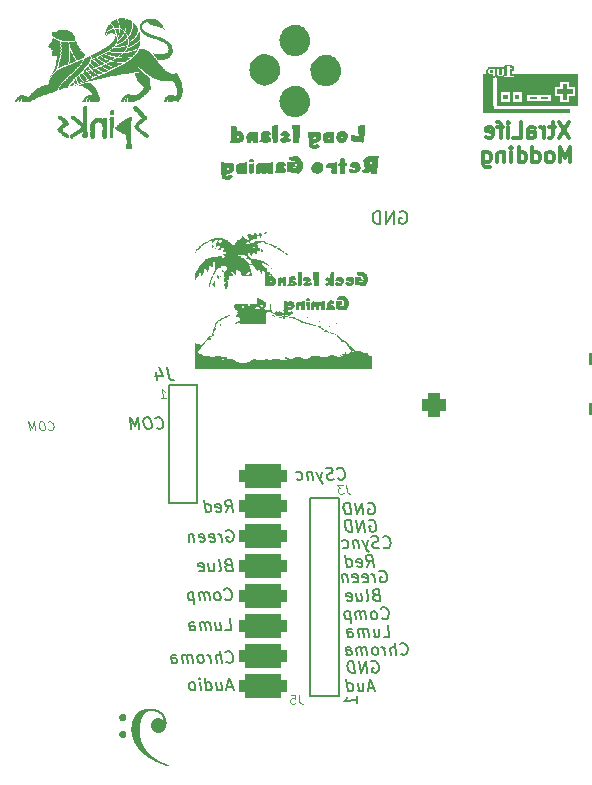
<source format=gbo>
%TF.GenerationSoftware,KiCad,Pcbnew,(6.0.1)*%
%TF.CreationDate,2022-03-11T03:58:48-07:00*%
%TF.ProjectId,Power PCB Ver C -  TH - RF is Video Only V2,506f7765-7220-4504-9342-205665722043,rev?*%
%TF.SameCoordinates,Original*%
%TF.FileFunction,Legend,Bot*%
%TF.FilePolarity,Positive*%
%FSLAX46Y46*%
G04 Gerber Fmt 4.6, Leading zero omitted, Abs format (unit mm)*
G04 Created by KiCad (PCBNEW (6.0.1)) date 2022-03-11 03:58:48*
%MOMM*%
%LPD*%
G01*
G04 APERTURE LIST*
G04 Aperture macros list*
%AMRoundRect*
0 Rectangle with rounded corners*
0 $1 Rounding radius*
0 $2 $3 $4 $5 $6 $7 $8 $9 X,Y pos of 4 corners*
0 Add a 4 corners polygon primitive as box body*
4,1,4,$2,$3,$4,$5,$6,$7,$8,$9,$2,$3,0*
0 Add four circle primitives for the rounded corners*
1,1,$1+$1,$2,$3*
1,1,$1+$1,$4,$5*
1,1,$1+$1,$6,$7*
1,1,$1+$1,$8,$9*
0 Add four rect primitives between the rounded corners*
20,1,$1+$1,$2,$3,$4,$5,0*
20,1,$1+$1,$4,$5,$6,$7,0*
20,1,$1+$1,$6,$7,$8,$9,0*
20,1,$1+$1,$8,$9,$2,$3,0*%
%AMOutline5P*
0 Free polygon, 5 corners , with rotation*
0 The origin of the aperture is its center*
0 number of corners: always 5*
0 $1 to $10 corner X, Y*
0 $11 Rotation angle, in degrees counterclockwise*
0 create outline with 5 corners*
4,1,5,$1,$2,$3,$4,$5,$6,$7,$8,$9,$10,$1,$2,$11*%
%AMOutline6P*
0 Free polygon, 6 corners , with rotation*
0 The origin of the aperture is its center*
0 number of corners: always 6*
0 $1 to $12 corner X, Y*
0 $13 Rotation angle, in degrees counterclockwise*
0 create outline with 6 corners*
4,1,6,$1,$2,$3,$4,$5,$6,$7,$8,$9,$10,$11,$12,$1,$2,$13*%
%AMOutline7P*
0 Free polygon, 7 corners , with rotation*
0 The origin of the aperture is its center*
0 number of corners: always 7*
0 $1 to $14 corner X, Y*
0 $15 Rotation angle, in degrees counterclockwise*
0 create outline with 7 corners*
4,1,7,$1,$2,$3,$4,$5,$6,$7,$8,$9,$10,$11,$12,$13,$14,$1,$2,$15*%
%AMOutline8P*
0 Free polygon, 8 corners , with rotation*
0 The origin of the aperture is its center*
0 number of corners: always 8*
0 $1 to $16 corner X, Y*
0 $17 Rotation angle, in degrees counterclockwise*
0 create outline with 8 corners*
4,1,8,$1,$2,$3,$4,$5,$6,$7,$8,$9,$10,$11,$12,$13,$14,$15,$16,$1,$2,$17*%
G04 Aperture macros list end*
%ADD10C,0.000000*%
%ADD11C,0.200000*%
%ADD12C,0.150000*%
%ADD13C,0.100000*%
%ADD14C,0.300000*%
%ADD15O,4.000000X1.700000*%
%ADD16R,1.600000X1.600000*%
%ADD17C,1.600000*%
%ADD18R,1.599997X1.700000*%
%ADD19C,1.700000*%
%ADD20C,1.000000*%
%ADD21C,1.500000*%
%ADD22R,1.500000X1.500000*%
%ADD23R,2.400000X2.400000*%
%ADD24C,2.400000*%
%ADD25R,1.700000X1.700000*%
%ADD26O,1.700000X1.700000*%
%ADD27O,1.600000X1.600000*%
%ADD28O,1.950000X3.900000*%
%ADD29O,3.400000X1.700000*%
%ADD30RoundRect,0.500000X-0.500000X-0.500000X0.500000X-0.500000X0.500000X0.500000X-0.500000X0.500000X0*%
%ADD31Outline8P,-2.000000X1.000000X-1.000000X2.000000X1.000000X2.000000X2.000000X1.000000X2.000000X-1.000000X1.000000X-2.000000X-1.000000X-2.000000X-2.000000X-1.000000X0.000000*%
%ADD32Outline8P,-2.250000X1.125000X-1.125000X2.250000X1.125000X2.250000X2.250000X1.125000X2.250000X-1.125000X1.125000X-2.250000X-1.125000X-2.250000X-2.250000X-1.125000X0.000000*%
%ADD33R,2.000000X1.350000*%
%ADD34O,2.000000X1.350000*%
%ADD35R,2.000000X2.000000*%
%ADD36C,2.000000*%
%ADD37O,3.900000X1.950000*%
%ADD38O,1.700000X3.400000*%
%ADD39C,3.500000*%
%ADD40C,3.200000*%
%ADD41Outline8P,-1.550000X0.775000X-0.775000X1.550000X0.775000X1.550000X1.550000X0.775000X1.550000X-0.775000X0.775000X-1.550000X-0.775000X-1.550000X-1.550000X-0.775000X90.000000*%
%ADD42C,2.800000*%
%ADD43Outline8P,-0.700000X0.350000X-0.350000X0.700000X0.350000X0.700000X0.700000X0.350000X0.700000X-0.350000X0.350000X-0.700000X-0.350000X-0.700000X-0.700000X-0.350000X270.000000*%
%ADD44Outline8P,-0.800000X0.400000X-0.400000X0.800000X0.400000X0.800000X0.800000X0.400000X0.800000X-0.400000X0.400000X-0.800000X-0.400000X-0.800000X-0.800000X-0.400000X270.000000*%
%ADD45Outline8P,-0.800000X0.400000X-0.400000X0.800000X0.400000X0.800000X0.800000X0.400000X0.800000X-0.400000X0.400000X-0.800000X-0.400000X-0.800000X-0.800000X-0.400000X90.000000*%
%ADD46RoundRect,0.500000X-1.500000X-0.500000X1.500000X-0.500000X1.500000X0.500000X-1.500000X0.500000X0*%
G04 APERTURE END LIST*
D10*
G36*
X124442709Y-73924138D02*
G01*
X124407889Y-73924138D01*
X124407889Y-73993782D01*
X124373065Y-73993782D01*
X124373065Y-74063424D01*
X124338244Y-74063424D01*
X124338244Y-74133066D01*
X124303423Y-74133066D01*
X124303423Y-74167889D01*
X124268603Y-74167889D01*
X124268603Y-74202710D01*
X124233782Y-74202710D01*
X124233782Y-74272352D01*
X124198961Y-74272352D01*
X124198961Y-74307172D01*
X124164137Y-74307172D01*
X124164137Y-74341993D01*
X124129317Y-74341993D01*
X124129317Y-74376817D01*
X124094496Y-74376817D01*
X124094496Y-74411637D01*
X123293606Y-74411637D01*
X123293606Y-74376817D01*
X123049857Y-74376817D01*
X123049857Y-74341993D01*
X122875750Y-74341993D01*
X122875750Y-74272352D01*
X122945395Y-74272352D01*
X122945395Y-74237531D01*
X123015036Y-74237531D01*
X123015036Y-74202710D01*
X123049857Y-74202710D01*
X123049857Y-74167889D01*
X123084678Y-74167889D01*
X123084678Y-74133066D01*
X123154322Y-74133066D01*
X123154322Y-74098245D01*
X123189143Y-74098245D01*
X123189143Y-74063424D01*
X123641819Y-74063424D01*
X123641819Y-74028603D01*
X123885568Y-74028603D01*
X123885568Y-73993782D01*
X124059675Y-73993782D01*
X124059675Y-73958961D01*
X124198961Y-73958961D01*
X124198961Y-73924138D01*
X124338244Y-73924138D01*
X124338244Y-73889317D01*
X124407889Y-73889317D01*
X124407889Y-73854496D01*
X124442709Y-73854496D01*
X124442709Y-73924138D01*
G37*
G36*
X124064724Y-130446105D02*
G01*
X124117782Y-130446105D01*
X124117782Y-130456717D01*
X124149619Y-130456717D01*
X124149619Y-130467329D01*
X124170843Y-130467329D01*
X124170843Y-130477941D01*
X124192067Y-130477941D01*
X124192067Y-130488550D01*
X124202679Y-130488550D01*
X124202679Y-130509775D01*
X124213291Y-130509775D01*
X124213291Y-130499163D01*
X124223901Y-130499163D01*
X124223901Y-130509775D01*
X124213291Y-130509775D01*
X124213291Y-130530999D01*
X124223901Y-130530999D01*
X124223901Y-130509775D01*
X124234513Y-130509775D01*
X124234513Y-130520387D01*
X124245125Y-130520387D01*
X124245125Y-130530999D01*
X124255737Y-130530999D01*
X124255737Y-130552223D01*
X124276961Y-130552223D01*
X124276961Y-130573447D01*
X124287574Y-130573447D01*
X124287574Y-130584060D01*
X124298186Y-130584060D01*
X124298186Y-130605281D01*
X124308798Y-130605281D01*
X124308798Y-130626506D01*
X124319410Y-130626506D01*
X124319410Y-130647730D01*
X124308798Y-130647730D01*
X124308798Y-130658342D01*
X124319410Y-130658342D01*
X124319410Y-130668954D01*
X124330022Y-130668954D01*
X124330022Y-130764461D01*
X124319410Y-130764461D01*
X124319410Y-130775073D01*
X124330022Y-130775073D01*
X124330022Y-130828131D01*
X124319410Y-130828131D01*
X124319410Y-130870579D01*
X124308798Y-130870579D01*
X124308798Y-130891803D01*
X124298186Y-130891803D01*
X124298186Y-130913028D01*
X124287574Y-130913028D01*
X124287574Y-130923637D01*
X124276961Y-130923637D01*
X124276961Y-130934249D01*
X124266349Y-130934249D01*
X124266349Y-130955474D01*
X124255737Y-130955474D01*
X124255737Y-130966086D01*
X124245125Y-130966086D01*
X124245125Y-130976698D01*
X124234513Y-130976698D01*
X124234513Y-130987310D01*
X124223901Y-130987310D01*
X124223901Y-130997922D01*
X124202679Y-130997922D01*
X124202679Y-131008534D01*
X124181455Y-131008534D01*
X124181455Y-131019146D01*
X124170843Y-131019146D01*
X124170843Y-131029758D01*
X124149619Y-131029758D01*
X124149619Y-131040368D01*
X124107173Y-131040368D01*
X124107173Y-131050980D01*
X124043500Y-131050980D01*
X124043500Y-131040368D01*
X124032888Y-131040368D01*
X124032888Y-131050980D01*
X124001051Y-131050980D01*
X124001051Y-131029758D01*
X123990442Y-131029758D01*
X123990442Y-131050980D01*
X123937381Y-131050980D01*
X123937381Y-131040368D01*
X123894933Y-131040368D01*
X123894933Y-131029758D01*
X123873711Y-131029758D01*
X123873711Y-131019146D01*
X123863099Y-131019146D01*
X123863099Y-130997922D01*
X123852487Y-130997922D01*
X123852487Y-131008534D01*
X123841875Y-131008534D01*
X123841875Y-130997922D01*
X123852487Y-130997922D01*
X123852487Y-130987310D01*
X123841875Y-130987310D01*
X123841875Y-130997922D01*
X123831263Y-130997922D01*
X123831263Y-130987310D01*
X123810038Y-130987310D01*
X123810038Y-130976698D01*
X123799426Y-130976698D01*
X123799426Y-130966086D01*
X123788814Y-130966086D01*
X123788814Y-130955474D01*
X123778202Y-130955474D01*
X123778202Y-130934249D01*
X123767592Y-130934249D01*
X123767592Y-130923637D01*
X123756980Y-130923637D01*
X123756980Y-130902416D01*
X123746368Y-130902416D01*
X123746368Y-130891803D01*
X123735756Y-130891803D01*
X123735756Y-130881191D01*
X123746368Y-130881191D01*
X123746368Y-130870579D01*
X123756980Y-130870579D01*
X123756980Y-130859967D01*
X123767592Y-130859967D01*
X123767592Y-130849355D01*
X123756980Y-130849355D01*
X123756980Y-130859967D01*
X123746368Y-130859967D01*
X123746368Y-130870579D01*
X123735756Y-130870579D01*
X123735756Y-130859967D01*
X123725144Y-130859967D01*
X123725144Y-130817519D01*
X123714532Y-130817519D01*
X123714532Y-130679566D01*
X123725144Y-130679566D01*
X123725144Y-130658342D01*
X123735756Y-130658342D01*
X123735756Y-130647730D01*
X123725144Y-130647730D01*
X123725144Y-130626506D01*
X123735756Y-130626506D01*
X123735756Y-130605281D01*
X123746368Y-130605281D01*
X123746368Y-130584060D01*
X123756980Y-130584060D01*
X123756980Y-130573447D01*
X123767592Y-130573447D01*
X123767592Y-130552223D01*
X123778202Y-130552223D01*
X123778202Y-130541611D01*
X123788814Y-130541611D01*
X123788814Y-130530999D01*
X123799426Y-130530999D01*
X123799426Y-130520387D01*
X123810038Y-130520387D01*
X123810038Y-130509775D01*
X123820650Y-130509775D01*
X123820650Y-130499163D01*
X123841875Y-130499163D01*
X123841875Y-130488550D01*
X123852487Y-130488550D01*
X123852487Y-130477941D01*
X123873711Y-130477941D01*
X123873711Y-130467329D01*
X123894933Y-130467329D01*
X123894933Y-130456717D01*
X123926769Y-130456717D01*
X123926769Y-130446105D01*
X123969218Y-130446105D01*
X123969218Y-130435492D01*
X124064724Y-130435492D01*
X124064724Y-130446105D01*
G37*
G36*
X125522169Y-73610748D02*
G01*
X125487348Y-73610748D01*
X125487348Y-73784854D01*
X125452524Y-73784854D01*
X125452524Y-73889317D01*
X125417704Y-73889317D01*
X125417704Y-73993782D01*
X125382883Y-73993782D01*
X125382883Y-74063424D01*
X125313241Y-74063424D01*
X125313241Y-74098245D01*
X125278420Y-74098245D01*
X125278420Y-74133066D01*
X125173955Y-74133066D01*
X125173955Y-74167889D01*
X125104313Y-74167889D01*
X125104313Y-74202710D01*
X125034669Y-74202710D01*
X125034669Y-74237531D01*
X124930207Y-74237531D01*
X124930207Y-74272352D01*
X124825741Y-74272352D01*
X124825741Y-74307172D01*
X124686458Y-74307172D01*
X124686458Y-74341993D01*
X124512351Y-74341993D01*
X124512351Y-74376817D01*
X124303423Y-74376817D01*
X124303423Y-74411637D01*
X124198961Y-74411637D01*
X124198961Y-74376817D01*
X124233782Y-74376817D01*
X124233782Y-74341993D01*
X124268603Y-74341993D01*
X124268603Y-74272352D01*
X124303423Y-74272352D01*
X124303423Y-74237531D01*
X124338244Y-74237531D01*
X124338244Y-74202710D01*
X124373065Y-74202710D01*
X124373065Y-74133066D01*
X124407889Y-74133066D01*
X124407889Y-74063424D01*
X124512351Y-74063424D01*
X124512351Y-74028603D01*
X124616816Y-74028603D01*
X124616816Y-73993782D01*
X124686458Y-73993782D01*
X124686458Y-73958961D01*
X124790921Y-73958961D01*
X124790921Y-73924138D01*
X124860565Y-73924138D01*
X124860565Y-73889317D01*
X124930207Y-73889317D01*
X124930207Y-73854496D01*
X124965027Y-73854496D01*
X124965027Y-73819675D01*
X125034669Y-73819675D01*
X125034669Y-73784854D01*
X125069492Y-73784854D01*
X125069492Y-73750034D01*
X125139134Y-73750034D01*
X125139134Y-73715213D01*
X125173955Y-73715213D01*
X125173955Y-73680389D01*
X125208776Y-73680389D01*
X125208776Y-73645568D01*
X125278420Y-73645568D01*
X125278420Y-73610748D01*
X125313241Y-73610748D01*
X125313241Y-73575927D01*
X125348062Y-73575927D01*
X125348062Y-73541106D01*
X125382883Y-73541106D01*
X125382883Y-73506285D01*
X125417704Y-73506285D01*
X125417704Y-73471462D01*
X125452524Y-73471462D01*
X125452524Y-73436641D01*
X125487348Y-73436641D01*
X125487348Y-73366999D01*
X125522169Y-73366999D01*
X125522169Y-73610748D01*
G37*
G36*
X120925759Y-79008044D02*
G01*
X120995404Y-79008044D01*
X120995404Y-79112509D01*
X121030224Y-79112509D01*
X121030224Y-79460721D01*
X120995404Y-79460721D01*
X120995404Y-80888394D01*
X121030224Y-80888394D01*
X121030224Y-81201784D01*
X121065045Y-81201784D01*
X121065045Y-81410712D01*
X121099866Y-81410712D01*
X121099866Y-81619639D01*
X121030224Y-81619639D01*
X121030224Y-81654460D01*
X120682011Y-81654460D01*
X120682011Y-81619639D01*
X120647190Y-81619639D01*
X120647190Y-81584818D01*
X120612369Y-81584818D01*
X120612369Y-81306249D01*
X120647190Y-81306249D01*
X120647190Y-81236607D01*
X120682011Y-81236607D01*
X120682011Y-81097321D01*
X120647190Y-81097321D01*
X120647190Y-81132142D01*
X120612369Y-81132142D01*
X120612369Y-81166963D01*
X120577548Y-81166963D01*
X120577548Y-81201784D01*
X120542727Y-81201784D01*
X120542727Y-81236607D01*
X120473083Y-81236607D01*
X120473083Y-81271428D01*
X120438262Y-81271428D01*
X120438262Y-81306249D01*
X120368621Y-81306249D01*
X120368621Y-81341070D01*
X120333800Y-81341070D01*
X120333800Y-81375891D01*
X120264155Y-81375891D01*
X120264155Y-81410712D01*
X120194514Y-81410712D01*
X120194514Y-81445532D01*
X120159693Y-81445532D01*
X120159693Y-81480356D01*
X120090049Y-81480356D01*
X120090049Y-81515177D01*
X119985586Y-81515177D01*
X119985586Y-81549998D01*
X119915944Y-81549998D01*
X119915944Y-81584818D01*
X119881121Y-81584818D01*
X119881121Y-81619639D01*
X119846300Y-81619639D01*
X119846300Y-81654460D01*
X119811479Y-81654460D01*
X119811479Y-81689284D01*
X119776658Y-81689284D01*
X119776658Y-81724104D01*
X119741837Y-81724104D01*
X119741837Y-81758925D01*
X119672196Y-81758925D01*
X119672196Y-81724104D01*
X119637372Y-81724104D01*
X119637372Y-81689284D01*
X119602551Y-81689284D01*
X119602551Y-81410712D01*
X119672196Y-81410712D01*
X119672196Y-81375891D01*
X119707017Y-81375891D01*
X119707017Y-81341070D01*
X119741837Y-81341070D01*
X119741837Y-81306249D01*
X119811479Y-81306249D01*
X119811479Y-81271428D01*
X119881121Y-81271428D01*
X119881121Y-81236607D01*
X119915944Y-81236607D01*
X119915944Y-81201784D01*
X119985586Y-81201784D01*
X119985586Y-81166963D01*
X120020407Y-81166963D01*
X120020407Y-81132142D01*
X120090049Y-81132142D01*
X120090049Y-81097321D01*
X120124872Y-81097321D01*
X120124872Y-81062500D01*
X120159693Y-81062500D01*
X120159693Y-81027680D01*
X120194514Y-81027680D01*
X120194514Y-80992856D01*
X120229335Y-80992856D01*
X120229335Y-80958035D01*
X120298976Y-80958035D01*
X120298976Y-80923215D01*
X120333800Y-80923215D01*
X120333800Y-80888394D01*
X120368621Y-80888394D01*
X120368621Y-80853573D01*
X120438262Y-80853573D01*
X120438262Y-80818752D01*
X120473083Y-80818752D01*
X120473083Y-80749108D01*
X120507904Y-80749108D01*
X120507904Y-80714287D01*
X120473083Y-80714287D01*
X120473083Y-80679466D01*
X120438262Y-80679466D01*
X120438262Y-80644645D01*
X120403441Y-80644645D01*
X120403441Y-80609824D01*
X120368621Y-80609824D01*
X120368621Y-80575001D01*
X120333800Y-80575001D01*
X120333800Y-80540180D01*
X120264155Y-80540180D01*
X120264155Y-80505359D01*
X120229335Y-80505359D01*
X120229335Y-80470538D01*
X120194514Y-80470538D01*
X120194514Y-80435717D01*
X120159693Y-80435717D01*
X120159693Y-80400897D01*
X120090049Y-80400897D01*
X120090049Y-80366073D01*
X120055228Y-80366073D01*
X120055228Y-80331252D01*
X120020407Y-80331252D01*
X120020407Y-80296431D01*
X119950765Y-80296431D01*
X119950765Y-80261611D01*
X119915944Y-80261611D01*
X119915944Y-80226790D01*
X119881121Y-80226790D01*
X119881121Y-80191969D01*
X119846300Y-80191969D01*
X119846300Y-80157145D01*
X119776658Y-80157145D01*
X119776658Y-80122325D01*
X119741837Y-80122325D01*
X119741837Y-80087504D01*
X119707017Y-80087504D01*
X119707017Y-80052683D01*
X119672196Y-80052683D01*
X119672196Y-79983041D01*
X119637372Y-79983041D01*
X119637372Y-79913397D01*
X119672196Y-79913397D01*
X119672196Y-79843755D01*
X119707017Y-79843755D01*
X119707017Y-79808934D01*
X119915944Y-79808934D01*
X119915944Y-79843755D01*
X119950765Y-79843755D01*
X119950765Y-79878576D01*
X120020407Y-79878576D01*
X120020407Y-79913397D01*
X120055228Y-79913397D01*
X120055228Y-79948220D01*
X120124872Y-79948220D01*
X120124872Y-79983041D01*
X120159693Y-79983041D01*
X120159693Y-80017862D01*
X120194514Y-80017862D01*
X120194514Y-80052683D01*
X120229335Y-80052683D01*
X120229335Y-80087504D01*
X120298976Y-80087504D01*
X120298976Y-80122325D01*
X120333800Y-80122325D01*
X120333800Y-80157145D01*
X120403441Y-80157145D01*
X120403441Y-80191969D01*
X120438262Y-80191969D01*
X120438262Y-80226790D01*
X120473083Y-80226790D01*
X120473083Y-80261611D01*
X120507904Y-80261611D01*
X120507904Y-80296431D01*
X120542727Y-80296431D01*
X120542727Y-80331252D01*
X120577548Y-80331252D01*
X120577548Y-80366073D01*
X120612369Y-80366073D01*
X120612369Y-80400897D01*
X120647190Y-80400897D01*
X120647190Y-79077686D01*
X120682011Y-79077686D01*
X120682011Y-79042865D01*
X120716832Y-79042865D01*
X120716832Y-79008044D01*
X120786476Y-79008044D01*
X120786476Y-78973223D01*
X120925759Y-78973223D01*
X120925759Y-79008044D01*
G37*
G36*
X121099866Y-75700025D02*
G01*
X121134687Y-75700025D01*
X121134687Y-75734845D01*
X121169508Y-75734845D01*
X121169508Y-75769666D01*
X121204331Y-75769666D01*
X121204331Y-75804487D01*
X121239152Y-75804487D01*
X121239152Y-75839308D01*
X121273973Y-75839308D01*
X121273973Y-75908952D01*
X121169508Y-75908952D01*
X121169508Y-75943773D01*
X121065045Y-75943773D01*
X121065045Y-75978594D01*
X121030224Y-75978594D01*
X121030224Y-75943773D01*
X120995404Y-75943773D01*
X120995404Y-75908952D01*
X120960583Y-75908952D01*
X120960583Y-75839308D01*
X120925759Y-75839308D01*
X120925759Y-75769666D01*
X120960583Y-75769666D01*
X120960583Y-75734845D01*
X120995404Y-75734845D01*
X120995404Y-75700025D01*
X121030224Y-75700025D01*
X121030224Y-75665204D01*
X121065045Y-75665204D01*
X121065045Y-75630380D01*
X121099866Y-75630380D01*
X121099866Y-75700025D01*
G37*
G36*
X121378436Y-75978594D02*
G01*
X121413259Y-75978594D01*
X121413259Y-76013415D01*
X121448080Y-76013415D01*
X121448080Y-76048236D01*
X121482901Y-76048236D01*
X121482901Y-76083059D01*
X121552542Y-76083059D01*
X121552542Y-76117880D01*
X121587363Y-76117880D01*
X121587363Y-76152701D01*
X121622187Y-76152701D01*
X121622187Y-76187522D01*
X121657008Y-76187522D01*
X121657008Y-76222343D01*
X121726649Y-76222343D01*
X121726649Y-76257163D01*
X121761470Y-76257163D01*
X121761470Y-76291987D01*
X121831114Y-76291987D01*
X121831114Y-76326808D01*
X121900756Y-76326808D01*
X121900756Y-76396449D01*
X121796291Y-76396449D01*
X121796291Y-76431270D01*
X121691828Y-76431270D01*
X121691828Y-76466091D01*
X121622187Y-76466091D01*
X121622187Y-76500912D01*
X121517722Y-76500912D01*
X121517722Y-76466091D01*
X121482901Y-76466091D01*
X121482901Y-76431270D01*
X121413259Y-76431270D01*
X121413259Y-76396449D01*
X121378436Y-76396449D01*
X121378436Y-76361629D01*
X121343615Y-76361629D01*
X121343615Y-76326808D01*
X121308794Y-76326808D01*
X121308794Y-76291987D01*
X121273973Y-76291987D01*
X121273973Y-76257163D01*
X121239152Y-76257163D01*
X121239152Y-76222343D01*
X121204331Y-76222343D01*
X121204331Y-76187522D01*
X121169508Y-76187522D01*
X121169508Y-76117880D01*
X121134687Y-76117880D01*
X121134687Y-76083059D01*
X121099866Y-76083059D01*
X121099866Y-76013415D01*
X121169508Y-76013415D01*
X121169508Y-75978594D01*
X121273973Y-75978594D01*
X121273973Y-75943773D01*
X121378436Y-75943773D01*
X121378436Y-75978594D01*
G37*
D11*
X127926100Y-112493600D02*
X127926100Y-102593600D01*
D10*
G36*
X122492718Y-74620565D02*
G01*
X122562360Y-74620565D01*
X122562360Y-74655386D01*
X122666823Y-74655386D01*
X122666823Y-74690207D01*
X122771288Y-74690207D01*
X122771288Y-74725028D01*
X122875750Y-74725028D01*
X122875750Y-74759849D01*
X122980215Y-74759849D01*
X122980215Y-74794672D01*
X123154322Y-74794672D01*
X123154322Y-74829493D01*
X123328429Y-74829493D01*
X123328429Y-74864314D01*
X123432892Y-74864314D01*
X123432892Y-74899135D01*
X123398071Y-74899135D01*
X123398071Y-74933955D01*
X123328429Y-74933955D01*
X123328429Y-74968776D01*
X123258785Y-74968776D01*
X123258785Y-75003600D01*
X123223964Y-75003600D01*
X123223964Y-75038421D01*
X123154322Y-75038421D01*
X123154322Y-75073241D01*
X123084678Y-75073241D01*
X123084678Y-75108062D01*
X122945395Y-75108062D01*
X122945395Y-75073241D01*
X122840930Y-75073241D01*
X122840930Y-75038421D01*
X122771288Y-75038421D01*
X122771288Y-75003600D01*
X122666823Y-75003600D01*
X122666823Y-74968776D01*
X122597181Y-74968776D01*
X122597181Y-74933955D01*
X122527539Y-74933955D01*
X122527539Y-74899135D01*
X122457895Y-74899135D01*
X122457895Y-74864314D01*
X122388253Y-74864314D01*
X122388253Y-74829493D01*
X122353432Y-74829493D01*
X122353432Y-74794672D01*
X122283791Y-74794672D01*
X122283791Y-74759849D01*
X122248970Y-74759849D01*
X122248970Y-74725028D01*
X122214146Y-74725028D01*
X122214146Y-74690207D01*
X122248970Y-74690207D01*
X122248970Y-74655386D01*
X122318612Y-74655386D01*
X122318612Y-74620565D01*
X122388253Y-74620565D01*
X122388253Y-74585744D01*
X122492718Y-74585744D01*
X122492718Y-74620565D01*
G37*
G36*
X118906127Y-73541106D02*
G01*
X119115054Y-73541106D01*
X119115054Y-73575927D01*
X119428445Y-73575927D01*
X119428445Y-73610748D01*
X119463268Y-73610748D01*
X119463268Y-73854496D01*
X119498089Y-73854496D01*
X119498089Y-74933955D01*
X119463268Y-74933955D01*
X119463268Y-75247348D01*
X119428445Y-75247348D01*
X119428445Y-75421453D01*
X119393624Y-75421453D01*
X119393624Y-75456276D01*
X119289161Y-75456276D01*
X119289161Y-75491097D01*
X119184696Y-75491097D01*
X119184696Y-75525918D01*
X119080233Y-75525918D01*
X119080233Y-75560740D01*
X119010589Y-75560740D01*
X119010589Y-75595559D01*
X118906127Y-75595559D01*
X118906127Y-75630380D01*
X118836485Y-75630380D01*
X118836485Y-75665204D01*
X118766841Y-75665204D01*
X118766841Y-75700025D01*
X118697199Y-75700025D01*
X118697199Y-75734845D01*
X118627557Y-75734845D01*
X118627557Y-75769666D01*
X118557913Y-75769666D01*
X118557913Y-75630380D01*
X118592734Y-75630380D01*
X118592734Y-75560740D01*
X118627557Y-75560740D01*
X118627557Y-75525918D01*
X118662378Y-75525918D01*
X118662378Y-75456276D01*
X118627557Y-75456276D01*
X118627557Y-75351811D01*
X118662378Y-75351811D01*
X118662378Y-75247348D01*
X118697199Y-75247348D01*
X118697199Y-75212525D01*
X118732020Y-75212525D01*
X118732020Y-75003600D01*
X118766841Y-75003600D01*
X118766841Y-74968776D01*
X118801661Y-74968776D01*
X118801661Y-74899135D01*
X118836485Y-74899135D01*
X118836485Y-74829493D01*
X118801661Y-74829493D01*
X118801661Y-74725028D01*
X118836485Y-74725028D01*
X118836485Y-74655386D01*
X118871306Y-74655386D01*
X118871306Y-74585744D01*
X118836485Y-74585744D01*
X118836485Y-74411637D01*
X118871306Y-74411637D01*
X118871306Y-74341993D01*
X118906127Y-74341993D01*
X118906127Y-74307172D01*
X118871306Y-74307172D01*
X118871306Y-74237531D01*
X118836485Y-74237531D01*
X118836485Y-74133066D01*
X118871306Y-74133066D01*
X118871306Y-74063424D01*
X118906127Y-74063424D01*
X118906127Y-74028603D01*
X118871306Y-74028603D01*
X118871306Y-73993782D01*
X118836485Y-73993782D01*
X118836485Y-73819675D01*
X118871306Y-73819675D01*
X118871306Y-73715213D01*
X118836485Y-73715213D01*
X118836485Y-73680389D01*
X118801661Y-73680389D01*
X118801661Y-73506285D01*
X118906127Y-73506285D01*
X118906127Y-73541106D01*
G37*
G36*
X124407889Y-71625936D02*
G01*
X124512351Y-71625936D01*
X124512351Y-71660757D01*
X124616816Y-71660757D01*
X124616816Y-71695577D01*
X124686458Y-71695577D01*
X124686458Y-71730398D01*
X124721279Y-71730398D01*
X124721279Y-71765219D01*
X124790921Y-71765219D01*
X124790921Y-72426826D01*
X124756100Y-72426826D01*
X124756100Y-72566109D01*
X124721279Y-72566109D01*
X124721279Y-72670574D01*
X124686458Y-72670574D01*
X124686458Y-72740216D01*
X124651637Y-72740216D01*
X124651637Y-72809858D01*
X124616816Y-72809858D01*
X124616816Y-72879502D01*
X124581993Y-72879502D01*
X124581993Y-72949144D01*
X124547172Y-72949144D01*
X124547172Y-73018785D01*
X124512351Y-73018785D01*
X124512351Y-73053606D01*
X124442709Y-73053606D01*
X124442709Y-72949144D01*
X124407889Y-72949144D01*
X124407889Y-72914323D01*
X124373065Y-72914323D01*
X124373065Y-72844678D01*
X124338244Y-72844678D01*
X124338244Y-72775037D01*
X124303423Y-72775037D01*
X124303423Y-72740216D01*
X124268603Y-72740216D01*
X124268603Y-72705395D01*
X124233782Y-72705395D01*
X124233782Y-72635753D01*
X124268603Y-72635753D01*
X124268603Y-72566109D01*
X124303423Y-72566109D01*
X124303423Y-72426826D01*
X124338244Y-72426826D01*
X124338244Y-71695577D01*
X124303423Y-71695577D01*
X124303423Y-71591115D01*
X124407889Y-71591115D01*
X124407889Y-71625936D01*
G37*
G36*
X119811479Y-76988412D02*
G01*
X119846300Y-76988412D01*
X119846300Y-77058053D01*
X119881121Y-77058053D01*
X119881121Y-77127695D01*
X119915944Y-77127695D01*
X119915944Y-77197339D01*
X119846300Y-77197339D01*
X119846300Y-77232160D01*
X119741837Y-77232160D01*
X119741837Y-77266981D01*
X119672196Y-77266981D01*
X119672196Y-77301802D01*
X119567731Y-77301802D01*
X119567731Y-77336623D01*
X119532910Y-77336623D01*
X119532910Y-77301802D01*
X119567731Y-77301802D01*
X119567731Y-77232160D01*
X119602551Y-77232160D01*
X119602551Y-77162518D01*
X119637372Y-77162518D01*
X119637372Y-77127695D01*
X119672196Y-77127695D01*
X119672196Y-77092874D01*
X119707017Y-77092874D01*
X119707017Y-77023232D01*
X119741837Y-77023232D01*
X119741837Y-76988412D01*
X119776658Y-76988412D01*
X119776658Y-76953591D01*
X119811479Y-76953591D01*
X119811479Y-76988412D01*
G37*
G36*
X120090049Y-73506285D02*
G01*
X120124872Y-73506285D01*
X120124872Y-73541106D01*
X120159693Y-73541106D01*
X120159693Y-73575927D01*
X120194514Y-73575927D01*
X120194514Y-73784854D01*
X120264155Y-73784854D01*
X120264155Y-73854496D01*
X120298976Y-73854496D01*
X120298976Y-74028603D01*
X120368621Y-74028603D01*
X120368621Y-74063424D01*
X120403441Y-74063424D01*
X120403441Y-74098245D01*
X120438262Y-74098245D01*
X120438262Y-74167889D01*
X120473083Y-74167889D01*
X120473083Y-74237531D01*
X120438262Y-74237531D01*
X120438262Y-74272352D01*
X120542727Y-74272352D01*
X120542727Y-74307172D01*
X120577548Y-74307172D01*
X120577548Y-74341993D01*
X120612369Y-74341993D01*
X120612369Y-74376817D01*
X120647190Y-74376817D01*
X120647190Y-74481279D01*
X120716832Y-74481279D01*
X120716832Y-74516100D01*
X120786476Y-74516100D01*
X120786476Y-74550921D01*
X120821297Y-74550921D01*
X120821297Y-74759849D01*
X120786476Y-74759849D01*
X120786476Y-74829493D01*
X120751655Y-74829493D01*
X120751655Y-74864314D01*
X120716832Y-74864314D01*
X120716832Y-74899135D01*
X120647190Y-74899135D01*
X120647190Y-74933955D01*
X120612369Y-74933955D01*
X120612369Y-74968776D01*
X120542727Y-74968776D01*
X120542727Y-75003600D01*
X120438262Y-75003600D01*
X120438262Y-75038421D01*
X120368621Y-75038421D01*
X120368621Y-75073241D01*
X120264155Y-75073241D01*
X120264155Y-75108062D01*
X120194514Y-75108062D01*
X120194514Y-75142883D01*
X120124872Y-75142883D01*
X120124872Y-75073241D01*
X120090049Y-75073241D01*
X120090049Y-75003600D01*
X120055228Y-75003600D01*
X120055228Y-74933955D01*
X120020407Y-74933955D01*
X120020407Y-74864314D01*
X119985586Y-74864314D01*
X119985586Y-74794672D01*
X119950765Y-74794672D01*
X119950765Y-74759849D01*
X119915944Y-74759849D01*
X119915944Y-74690207D01*
X119881121Y-74690207D01*
X119881121Y-74620565D01*
X119846300Y-74620565D01*
X119846300Y-74550921D01*
X119811479Y-74550921D01*
X119811479Y-74481279D01*
X119776658Y-74481279D01*
X119776658Y-74411637D01*
X119741837Y-74411637D01*
X119741837Y-74307172D01*
X119707017Y-74307172D01*
X119707017Y-74237531D01*
X119672196Y-74237531D01*
X119672196Y-74133066D01*
X119637372Y-74133066D01*
X119637372Y-74028603D01*
X119602551Y-74028603D01*
X119602551Y-73924138D01*
X119567731Y-73924138D01*
X119567731Y-73819675D01*
X119532910Y-73819675D01*
X119532910Y-73680389D01*
X119498089Y-73680389D01*
X119498089Y-73541106D01*
X119811479Y-73541106D01*
X119811479Y-73506285D01*
X119950765Y-73506285D01*
X119950765Y-73471462D01*
X120090049Y-73471462D01*
X120090049Y-73506285D01*
G37*
G36*
X122214146Y-75665204D02*
G01*
X122248970Y-75665204D01*
X122248970Y-75700025D01*
X122318612Y-75700025D01*
X122318612Y-75734845D01*
X122353432Y-75734845D01*
X122353432Y-75769666D01*
X122423074Y-75769666D01*
X122423074Y-75804487D01*
X122492718Y-75804487D01*
X122492718Y-75839308D01*
X122562360Y-75839308D01*
X122562360Y-75874131D01*
X122632002Y-75874131D01*
X122632002Y-75908952D01*
X122701646Y-75908952D01*
X122701646Y-75943773D01*
X122771288Y-75943773D01*
X122771288Y-75978594D01*
X122736467Y-75978594D01*
X122736467Y-76013415D01*
X122666823Y-76013415D01*
X122666823Y-76048236D01*
X122562360Y-76048236D01*
X122562360Y-76083059D01*
X122492718Y-76083059D01*
X122492718Y-76117880D01*
X122388253Y-76117880D01*
X122388253Y-76083059D01*
X122283791Y-76083059D01*
X122283791Y-76048236D01*
X122248970Y-76048236D01*
X122248970Y-76013415D01*
X122179326Y-76013415D01*
X122179326Y-75978594D01*
X122109684Y-75978594D01*
X122109684Y-75943773D01*
X122040042Y-75943773D01*
X122040042Y-75908952D01*
X122005219Y-75908952D01*
X122005219Y-75874131D01*
X121935577Y-75874131D01*
X121935577Y-75839308D01*
X121900756Y-75839308D01*
X121900756Y-75804487D01*
X121865935Y-75804487D01*
X121865935Y-75769666D01*
X121831114Y-75769666D01*
X121831114Y-75734845D01*
X121900756Y-75734845D01*
X121900756Y-75700025D01*
X121970398Y-75700025D01*
X121970398Y-75665204D01*
X122074863Y-75665204D01*
X122074863Y-75630380D01*
X122214146Y-75630380D01*
X122214146Y-75665204D01*
G37*
G36*
X123258785Y-79321437D02*
G01*
X123293606Y-79321437D01*
X123293606Y-79704469D01*
X123189143Y-79704469D01*
X123189143Y-79739293D01*
X122945395Y-79739293D01*
X122945395Y-79391079D01*
X122980215Y-79391079D01*
X122980215Y-79356258D01*
X123015036Y-79356258D01*
X123015036Y-79321437D01*
X123154322Y-79321437D01*
X123154322Y-79286614D01*
X123258785Y-79286614D01*
X123258785Y-79321437D01*
G37*
G36*
X121030224Y-76117880D02*
G01*
X121065045Y-76117880D01*
X121065045Y-76152701D01*
X121099866Y-76152701D01*
X121099866Y-76187522D01*
X121134687Y-76187522D01*
X121134687Y-76222343D01*
X121169508Y-76222343D01*
X121169508Y-76291987D01*
X121204331Y-76291987D01*
X121204331Y-76326808D01*
X121239152Y-76326808D01*
X121239152Y-76361629D01*
X121273973Y-76361629D01*
X121273973Y-76396449D01*
X121308794Y-76396449D01*
X121308794Y-76431270D01*
X121343615Y-76431270D01*
X121343615Y-76466091D01*
X121413259Y-76466091D01*
X121413259Y-76500912D01*
X121448080Y-76500912D01*
X121448080Y-76570556D01*
X121378436Y-76570556D01*
X121378436Y-76605377D01*
X121308794Y-76605377D01*
X121308794Y-76640198D01*
X121204331Y-76640198D01*
X121204331Y-76675019D01*
X121065045Y-76675019D01*
X121065045Y-76640198D01*
X121030224Y-76640198D01*
X121030224Y-76605377D01*
X120995404Y-76605377D01*
X120995404Y-76535735D01*
X120960583Y-76535735D01*
X120960583Y-76500912D01*
X120925759Y-76500912D01*
X120925759Y-76466091D01*
X120890938Y-76466091D01*
X120890938Y-76431270D01*
X120856118Y-76431270D01*
X120856118Y-76396449D01*
X120821297Y-76396449D01*
X120821297Y-76361629D01*
X120786476Y-76361629D01*
X120786476Y-76291987D01*
X120751655Y-76291987D01*
X120751655Y-76257163D01*
X120716832Y-76257163D01*
X120716832Y-76222343D01*
X120682011Y-76222343D01*
X120682011Y-76152701D01*
X120786476Y-76152701D01*
X120786476Y-76117880D01*
X120890938Y-76117880D01*
X120890938Y-76083059D01*
X121030224Y-76083059D01*
X121030224Y-76117880D01*
G37*
G36*
X118209702Y-73262534D02*
G01*
X118244523Y-73262534D01*
X118244523Y-73297357D01*
X118314164Y-73297357D01*
X118314164Y-73332178D01*
X118383809Y-73332178D01*
X118383809Y-73366999D01*
X118488271Y-73366999D01*
X118488271Y-73401820D01*
X118557913Y-73401820D01*
X118557913Y-73436641D01*
X118662378Y-73436641D01*
X118662378Y-73471462D01*
X118697199Y-73471462D01*
X118697199Y-73680389D01*
X118732020Y-73680389D01*
X118732020Y-73715213D01*
X118766841Y-73715213D01*
X118766841Y-73784854D01*
X118732020Y-73784854D01*
X118732020Y-73993782D01*
X118766841Y-73993782D01*
X118766841Y-74098245D01*
X118732020Y-74098245D01*
X118732020Y-74237531D01*
X118766841Y-74237531D01*
X118766841Y-74307172D01*
X118801661Y-74307172D01*
X118801661Y-74341993D01*
X118766841Y-74341993D01*
X118766841Y-74411637D01*
X118732020Y-74411637D01*
X118732020Y-74585744D01*
X118766841Y-74585744D01*
X118766841Y-74655386D01*
X118732020Y-74655386D01*
X118732020Y-74690207D01*
X118697199Y-74690207D01*
X118697199Y-74864314D01*
X118732020Y-74864314D01*
X118732020Y-74899135D01*
X118697199Y-74899135D01*
X118697199Y-74933955D01*
X118662378Y-74933955D01*
X118662378Y-75003600D01*
X118627557Y-75003600D01*
X118627557Y-75212525D01*
X118592734Y-75212525D01*
X118592734Y-75247348D01*
X118557913Y-75247348D01*
X118557913Y-75316990D01*
X118523092Y-75316990D01*
X118523092Y-75491097D01*
X118557913Y-75491097D01*
X118557913Y-75525918D01*
X118523092Y-75525918D01*
X118523092Y-75560740D01*
X118488271Y-75560740D01*
X118488271Y-75595559D01*
X118453450Y-75595559D01*
X118453450Y-75804487D01*
X118488271Y-75804487D01*
X118488271Y-75839308D01*
X118453450Y-75839308D01*
X118453450Y-75874131D01*
X118418629Y-75874131D01*
X118418629Y-75908952D01*
X118383809Y-75908952D01*
X118383809Y-75943773D01*
X118348985Y-75943773D01*
X118348985Y-75978594D01*
X118314164Y-75978594D01*
X118314164Y-76013415D01*
X118279344Y-76013415D01*
X118279344Y-76048236D01*
X118244523Y-76048236D01*
X118244523Y-76083059D01*
X118209702Y-76083059D01*
X118209702Y-76117880D01*
X118174881Y-76117880D01*
X118174881Y-76152701D01*
X118140058Y-76152701D01*
X118140058Y-76187522D01*
X118105237Y-76187522D01*
X118105237Y-76257163D01*
X118070416Y-76257163D01*
X118070416Y-76291987D01*
X118035595Y-76291987D01*
X118035595Y-76361629D01*
X118000774Y-76361629D01*
X118000774Y-76396449D01*
X117965953Y-76396449D01*
X117965953Y-76466091D01*
X117931130Y-76466091D01*
X117931130Y-76500912D01*
X117896309Y-76500912D01*
X117896309Y-76466091D01*
X117931130Y-76466091D01*
X117931130Y-76396449D01*
X117965953Y-76396449D01*
X117965953Y-76326808D01*
X118000774Y-76326808D01*
X118000774Y-76257163D01*
X118035595Y-76257163D01*
X118035595Y-76222343D01*
X118070416Y-76222343D01*
X118070416Y-76152701D01*
X118105237Y-76152701D01*
X118105237Y-76083059D01*
X118140058Y-76083059D01*
X118140058Y-76013415D01*
X118174881Y-76013415D01*
X118174881Y-75943773D01*
X118209702Y-75943773D01*
X118209702Y-75874131D01*
X118244523Y-75874131D01*
X118244523Y-75804487D01*
X118279344Y-75804487D01*
X118279344Y-75700025D01*
X118314164Y-75700025D01*
X118314164Y-75560740D01*
X118348985Y-75560740D01*
X118348985Y-75456276D01*
X118383809Y-75456276D01*
X118383809Y-75282169D01*
X118418629Y-75282169D01*
X118418629Y-75073241D01*
X118453450Y-75073241D01*
X118453450Y-74759849D01*
X118105237Y-74759849D01*
X118105237Y-74725028D01*
X118070416Y-74725028D01*
X118070416Y-74690207D01*
X118035595Y-74690207D01*
X118035595Y-74655386D01*
X118000774Y-74655386D01*
X118000774Y-74550921D01*
X118035595Y-74550921D01*
X118035595Y-74446458D01*
X118000774Y-74446458D01*
X118000774Y-74307172D01*
X118105237Y-74307172D01*
X118105237Y-74237531D01*
X117965953Y-74237531D01*
X117965953Y-74202710D01*
X117931130Y-74202710D01*
X117931130Y-74063424D01*
X117826667Y-74063424D01*
X117826667Y-74028603D01*
X117757026Y-74028603D01*
X117757026Y-73993782D01*
X117722202Y-73993782D01*
X117722202Y-73924138D01*
X117757026Y-73924138D01*
X117757026Y-73889317D01*
X117791846Y-73889317D01*
X117791846Y-73854496D01*
X117826667Y-73854496D01*
X117826667Y-73750034D01*
X117861488Y-73750034D01*
X117861488Y-73680389D01*
X117896309Y-73680389D01*
X117896309Y-73610748D01*
X117931130Y-73610748D01*
X117931130Y-73575927D01*
X117965953Y-73575927D01*
X117965953Y-73506285D01*
X118000774Y-73506285D01*
X118000774Y-73436641D01*
X118035595Y-73436641D01*
X118035595Y-73366999D01*
X118070416Y-73366999D01*
X118070416Y-73332178D01*
X118105237Y-73332178D01*
X118105237Y-73227713D01*
X118209702Y-73227713D01*
X118209702Y-73262534D01*
G37*
G36*
X121308794Y-75421453D02*
G01*
X121343615Y-75421453D01*
X121343615Y-75456276D01*
X121378436Y-75456276D01*
X121378436Y-75491097D01*
X121413259Y-75491097D01*
X121413259Y-75525918D01*
X121448080Y-75525918D01*
X121448080Y-75560740D01*
X121482901Y-75560740D01*
X121482901Y-75595559D01*
X121517722Y-75595559D01*
X121517722Y-75630380D01*
X121587363Y-75630380D01*
X121587363Y-75665204D01*
X121622187Y-75665204D01*
X121622187Y-75700025D01*
X121657008Y-75700025D01*
X121657008Y-75769666D01*
X121552542Y-75769666D01*
X121552542Y-75804487D01*
X121448080Y-75804487D01*
X121448080Y-75839308D01*
X121343615Y-75839308D01*
X121343615Y-75804487D01*
X121308794Y-75804487D01*
X121308794Y-75769666D01*
X121273973Y-75769666D01*
X121273973Y-75734845D01*
X121239152Y-75734845D01*
X121239152Y-75700025D01*
X121204331Y-75700025D01*
X121204331Y-75665204D01*
X121169508Y-75665204D01*
X121169508Y-75630380D01*
X121134687Y-75630380D01*
X121134687Y-75525918D01*
X121169508Y-75525918D01*
X121169508Y-75491097D01*
X121204331Y-75491097D01*
X121204331Y-75421453D01*
X121239152Y-75421453D01*
X121239152Y-75386632D01*
X121308794Y-75386632D01*
X121308794Y-75421453D01*
G37*
G36*
X122980215Y-72043791D02*
G01*
X123015036Y-72043791D01*
X123015036Y-72078612D01*
X123049857Y-72078612D01*
X123049857Y-72113433D01*
X123084678Y-72113433D01*
X123084678Y-72148254D01*
X123119501Y-72148254D01*
X123119501Y-72183075D01*
X123154322Y-72183075D01*
X123154322Y-72217898D01*
X123189143Y-72217898D01*
X123189143Y-72287540D01*
X123223964Y-72287540D01*
X123223964Y-72322360D01*
X123258785Y-72322360D01*
X123258785Y-72357181D01*
X123223964Y-72357181D01*
X123223964Y-72392002D01*
X123084678Y-72392002D01*
X123084678Y-72426826D01*
X122980215Y-72426826D01*
X122980215Y-72461646D01*
X122945395Y-72461646D01*
X122945395Y-72496467D01*
X122875750Y-72496467D01*
X122875750Y-72531288D01*
X122840930Y-72531288D01*
X122840930Y-72566109D01*
X122771288Y-72566109D01*
X122771288Y-72600930D01*
X122736467Y-72600930D01*
X122736467Y-72670574D01*
X122701646Y-72670574D01*
X122701646Y-72705395D01*
X122666823Y-72705395D01*
X122666823Y-72775037D01*
X122632002Y-72775037D01*
X122632002Y-72809858D01*
X122597181Y-72809858D01*
X122597181Y-72949144D01*
X122562360Y-72949144D01*
X122562360Y-73123250D01*
X122527539Y-73123250D01*
X122527539Y-72809858D01*
X122562360Y-72809858D01*
X122562360Y-72670574D01*
X122597181Y-72670574D01*
X122597181Y-72566109D01*
X122632002Y-72566109D01*
X122632002Y-72461646D01*
X122666823Y-72461646D01*
X122666823Y-72392002D01*
X122701646Y-72392002D01*
X122701646Y-72322360D01*
X122736467Y-72322360D01*
X122736467Y-72252719D01*
X122771288Y-72252719D01*
X122771288Y-72217898D01*
X122806109Y-72217898D01*
X122806109Y-72148254D01*
X122840930Y-72148254D01*
X122840930Y-72113433D01*
X122875750Y-72113433D01*
X122875750Y-72078612D01*
X122910574Y-72078612D01*
X122910574Y-72043791D01*
X122945395Y-72043791D01*
X122945395Y-72008970D01*
X122980215Y-72008970D01*
X122980215Y-72043791D01*
G37*
G36*
X124064724Y-131878705D02*
G01*
X124117782Y-131878705D01*
X124117782Y-131889317D01*
X124149619Y-131889317D01*
X124149619Y-131899929D01*
X124170843Y-131899929D01*
X124170843Y-131921154D01*
X124181455Y-131921154D01*
X124181455Y-131910542D01*
X124192067Y-131910542D01*
X124192067Y-131921154D01*
X124202679Y-131921154D01*
X124202679Y-131931763D01*
X124223901Y-131931763D01*
X124223901Y-131942375D01*
X124213291Y-131942375D01*
X124213291Y-131952987D01*
X124223901Y-131952987D01*
X124223901Y-131942375D01*
X124234513Y-131942375D01*
X124234513Y-131952987D01*
X124245125Y-131952987D01*
X124245125Y-131963600D01*
X124255737Y-131963600D01*
X124255737Y-131974212D01*
X124266349Y-131974212D01*
X124266349Y-131995436D01*
X124276961Y-131995436D01*
X124276961Y-132006048D01*
X124287574Y-132006048D01*
X124287574Y-132016660D01*
X124298186Y-132016660D01*
X124298186Y-132037882D01*
X124308798Y-132037882D01*
X124308798Y-132069718D01*
X124319410Y-132069718D01*
X124319410Y-132101555D01*
X124330022Y-132101555D01*
X124330022Y-132260731D01*
X124319410Y-132260731D01*
X124319410Y-132303180D01*
X124308798Y-132303180D01*
X124308798Y-132324404D01*
X124298186Y-132324404D01*
X124298186Y-132345628D01*
X124287574Y-132345628D01*
X124287574Y-132356240D01*
X124276961Y-132356240D01*
X124276961Y-132366853D01*
X124266349Y-132366853D01*
X124266349Y-132388074D01*
X124255737Y-132388074D01*
X124255737Y-132398686D01*
X124245125Y-132398686D01*
X124245125Y-132409298D01*
X124234513Y-132409298D01*
X124234513Y-132419911D01*
X124223901Y-132419911D01*
X124223901Y-132430523D01*
X124202679Y-132430523D01*
X124202679Y-132441135D01*
X124192067Y-132441135D01*
X124192067Y-132451747D01*
X124170843Y-132451747D01*
X124170843Y-132462359D01*
X124139006Y-132462359D01*
X124139006Y-132472971D01*
X124128394Y-132472971D01*
X124128394Y-132483581D01*
X124064724Y-132483581D01*
X124064724Y-132494193D01*
X124054112Y-132494193D01*
X124054112Y-132483581D01*
X124043500Y-132483581D01*
X124043500Y-132494193D01*
X123979830Y-132494193D01*
X123979830Y-132483581D01*
X123926769Y-132483581D01*
X123926769Y-132472971D01*
X123894933Y-132472971D01*
X123894933Y-132462359D01*
X123873711Y-132462359D01*
X123873711Y-132451747D01*
X123852487Y-132451747D01*
X123852487Y-132441135D01*
X123841875Y-132441135D01*
X123841875Y-132430523D01*
X123820650Y-132430523D01*
X123820650Y-132419911D01*
X123810038Y-132419911D01*
X123810038Y-132409298D01*
X123799426Y-132409298D01*
X123799426Y-132398686D01*
X123788814Y-132398686D01*
X123788814Y-132388074D01*
X123778202Y-132388074D01*
X123778202Y-132366853D01*
X123767592Y-132366853D01*
X123767592Y-132356240D01*
X123756980Y-132356240D01*
X123756980Y-132345628D01*
X123767592Y-132345628D01*
X123767592Y-132335016D01*
X123756980Y-132335016D01*
X123756980Y-132345628D01*
X123746368Y-132345628D01*
X123746368Y-132324404D01*
X123735756Y-132324404D01*
X123735756Y-132292568D01*
X123725144Y-132292568D01*
X123725144Y-132250122D01*
X123714532Y-132250122D01*
X123714532Y-132239510D01*
X123725144Y-132239510D01*
X123725144Y-132228898D01*
X123714532Y-132228898D01*
X123714532Y-132112167D01*
X123725144Y-132112167D01*
X123725144Y-132069718D01*
X123735756Y-132069718D01*
X123735756Y-132048494D01*
X123756980Y-132048494D01*
X123756980Y-132037882D01*
X123746368Y-132037882D01*
X123746368Y-132027272D01*
X123756980Y-132027272D01*
X123756980Y-132016660D01*
X123767592Y-132016660D01*
X123767592Y-131995436D01*
X123778202Y-131995436D01*
X123778202Y-131984824D01*
X123788814Y-131984824D01*
X123788814Y-131974212D01*
X123799426Y-131974212D01*
X123799426Y-131963600D01*
X123810038Y-131963600D01*
X123810038Y-131952987D01*
X123820650Y-131952987D01*
X123820650Y-131942375D01*
X123831263Y-131942375D01*
X123831263Y-131931763D01*
X123863099Y-131931763D01*
X123863099Y-131910542D01*
X123884323Y-131910542D01*
X123884323Y-131899929D01*
X123905545Y-131899929D01*
X123905545Y-131889317D01*
X123937381Y-131889317D01*
X123937381Y-131878705D01*
X123990442Y-131878705D01*
X123990442Y-131868093D01*
X124064724Y-131868093D01*
X124064724Y-131878705D01*
G37*
D11*
X127926100Y-102593600D02*
X130306100Y-102593600D01*
D10*
G36*
X125417704Y-72670574D02*
G01*
X125452524Y-72670574D01*
X125452524Y-72809858D01*
X125487348Y-72809858D01*
X125487348Y-72949144D01*
X125522169Y-72949144D01*
X125522169Y-73262534D01*
X125487348Y-73262534D01*
X125487348Y-73297357D01*
X125452524Y-73297357D01*
X125452524Y-73366999D01*
X125417704Y-73366999D01*
X125417704Y-73401820D01*
X125382883Y-73401820D01*
X125382883Y-73436641D01*
X125348062Y-73436641D01*
X125348062Y-73471462D01*
X125313241Y-73471462D01*
X125313241Y-73506285D01*
X125278420Y-73506285D01*
X125278420Y-73541106D01*
X125243597Y-73541106D01*
X125243597Y-73575927D01*
X125208776Y-73575927D01*
X125208776Y-73610748D01*
X125139134Y-73610748D01*
X125139134Y-73645568D01*
X125104313Y-73645568D01*
X125104313Y-73680389D01*
X125069492Y-73680389D01*
X125069492Y-73715213D01*
X124999848Y-73715213D01*
X124999848Y-73750034D01*
X124965027Y-73750034D01*
X124965027Y-73784854D01*
X124895386Y-73784854D01*
X124895386Y-73819675D01*
X124825741Y-73819675D01*
X124825741Y-73854496D01*
X124756100Y-73854496D01*
X124756100Y-73889317D01*
X124686458Y-73889317D01*
X124686458Y-73924138D01*
X124616816Y-73924138D01*
X124616816Y-73958961D01*
X124512351Y-73958961D01*
X124512351Y-73993782D01*
X124477530Y-73993782D01*
X124477530Y-73924138D01*
X124512351Y-73924138D01*
X124512351Y-73819675D01*
X124547172Y-73819675D01*
X124547172Y-73575927D01*
X124651637Y-73575927D01*
X124651637Y-73541106D01*
X124721279Y-73541106D01*
X124721279Y-73506285D01*
X124756100Y-73506285D01*
X124756100Y-73471462D01*
X124825741Y-73471462D01*
X124825741Y-73436641D01*
X124860565Y-73436641D01*
X124860565Y-73401820D01*
X124930207Y-73401820D01*
X124930207Y-73366999D01*
X124965027Y-73366999D01*
X124965027Y-73332178D01*
X124999848Y-73332178D01*
X124999848Y-73297357D01*
X125034669Y-73297357D01*
X125034669Y-73262534D01*
X125069492Y-73262534D01*
X125069492Y-73227713D01*
X125104313Y-73227713D01*
X125104313Y-73192892D01*
X125139134Y-73192892D01*
X125139134Y-73123250D01*
X125173955Y-73123250D01*
X125173955Y-73088430D01*
X125208776Y-73088430D01*
X125208776Y-73053606D01*
X125243597Y-73053606D01*
X125243597Y-72983964D01*
X125278420Y-72983964D01*
X125278420Y-72914323D01*
X125313241Y-72914323D01*
X125313241Y-72844678D01*
X125348062Y-72844678D01*
X125348062Y-72775037D01*
X125382883Y-72775037D01*
X125382883Y-72635753D01*
X125417704Y-72635753D01*
X125417704Y-72670574D01*
G37*
D11*
X142326100Y-128913600D02*
X142326100Y-112113600D01*
D10*
G36*
X121239152Y-77023232D02*
G01*
X121308794Y-77023232D01*
X121308794Y-77058053D01*
X121343615Y-77058053D01*
X121343615Y-77092874D01*
X121378436Y-77092874D01*
X121378436Y-77127695D01*
X121413259Y-77127695D01*
X121413259Y-77162518D01*
X121448080Y-77162518D01*
X121448080Y-77197339D01*
X121482901Y-77197339D01*
X121482901Y-77232160D01*
X121517722Y-77232160D01*
X121517722Y-77266981D01*
X121552542Y-77266981D01*
X121552542Y-77301802D01*
X121587363Y-77301802D01*
X121587363Y-77336623D01*
X121622187Y-77336623D01*
X121622187Y-77371446D01*
X121657008Y-77371446D01*
X121657008Y-77441088D01*
X121691828Y-77441088D01*
X121691828Y-77475909D01*
X121726649Y-77475909D01*
X121726649Y-77545550D01*
X121761470Y-77545550D01*
X121761470Y-77580374D01*
X121796291Y-77580374D01*
X121796291Y-77650016D01*
X121831114Y-77650016D01*
X121831114Y-77684836D01*
X121865935Y-77684836D01*
X121865935Y-77754478D01*
X121900756Y-77754478D01*
X121900756Y-77824122D01*
X121935577Y-77824122D01*
X121935577Y-77893764D01*
X121970398Y-77893764D01*
X121970398Y-77998227D01*
X122005219Y-77998227D01*
X122005219Y-78067871D01*
X122040042Y-78067871D01*
X122040042Y-78241978D01*
X122074863Y-78241978D01*
X122074863Y-78555368D01*
X122040042Y-78555368D01*
X122040042Y-78590189D01*
X122005219Y-78590189D01*
X122005219Y-78625010D01*
X121935577Y-78625010D01*
X121935577Y-78659833D01*
X121761470Y-78659833D01*
X121761470Y-78625010D01*
X121343615Y-78625010D01*
X121343615Y-78590189D01*
X121273973Y-78590189D01*
X121273973Y-78381261D01*
X121239152Y-78381261D01*
X121239152Y-78450906D01*
X121204331Y-78450906D01*
X121204331Y-78520547D01*
X121169508Y-78520547D01*
X121169508Y-78590189D01*
X121030224Y-78590189D01*
X121030224Y-78346440D01*
X121065045Y-78346440D01*
X121065045Y-78276799D01*
X121030224Y-78276799D01*
X121030224Y-78311620D01*
X120995404Y-78311620D01*
X120995404Y-78381261D01*
X120960583Y-78381261D01*
X120960583Y-78450906D01*
X120925759Y-78450906D01*
X120925759Y-78590189D01*
X120612369Y-78590189D01*
X120612369Y-78555368D01*
X120647190Y-78555368D01*
X120647190Y-78485726D01*
X120682011Y-78485726D01*
X120682011Y-78416082D01*
X120716832Y-78416082D01*
X120716832Y-78381261D01*
X120751655Y-78381261D01*
X120751655Y-78311620D01*
X120786476Y-78311620D01*
X120786476Y-78276799D01*
X120821297Y-78276799D01*
X120821297Y-78241978D01*
X120856118Y-78241978D01*
X120856118Y-78207154D01*
X120890938Y-78207154D01*
X120890938Y-78172334D01*
X120925759Y-78172334D01*
X120925759Y-78137513D01*
X120995404Y-78137513D01*
X120995404Y-78102692D01*
X121065045Y-78102692D01*
X121065045Y-78067871D01*
X121169508Y-78067871D01*
X121169508Y-78033050D01*
X121448080Y-78033050D01*
X121448080Y-78067871D01*
X121517722Y-78067871D01*
X121517722Y-78033050D01*
X121482901Y-78033050D01*
X121482901Y-77998227D01*
X121448080Y-77998227D01*
X121448080Y-77928585D01*
X121413259Y-77928585D01*
X121413259Y-77893764D01*
X121378436Y-77893764D01*
X121378436Y-77858943D01*
X121343615Y-77858943D01*
X121343615Y-77789299D01*
X121308794Y-77789299D01*
X121308794Y-77754478D01*
X121273973Y-77754478D01*
X121273973Y-77719657D01*
X121239152Y-77719657D01*
X121239152Y-77684836D01*
X121169508Y-77684836D01*
X121169508Y-77650016D01*
X121134687Y-77650016D01*
X121134687Y-77615195D01*
X121099866Y-77615195D01*
X121099866Y-77580374D01*
X121065045Y-77580374D01*
X121065045Y-77545550D01*
X120995404Y-77545550D01*
X120995404Y-77510730D01*
X120960583Y-77510730D01*
X120960583Y-77475909D01*
X120890938Y-77475909D01*
X120890938Y-77441088D01*
X120856118Y-77441088D01*
X120856118Y-77406267D01*
X120786476Y-77406267D01*
X120786476Y-77371446D01*
X120716832Y-77371446D01*
X120716832Y-77336623D01*
X120647190Y-77336623D01*
X120647190Y-77301802D01*
X120577548Y-77301802D01*
X120577548Y-77266981D01*
X120473083Y-77266981D01*
X120473083Y-77232160D01*
X120333800Y-77232160D01*
X120333800Y-77197339D01*
X120368621Y-77197339D01*
X120368621Y-77162518D01*
X120507904Y-77162518D01*
X120507904Y-77127695D01*
X120612369Y-77127695D01*
X120612369Y-77092874D01*
X120751655Y-77092874D01*
X120751655Y-77058053D01*
X120890938Y-77058053D01*
X120890938Y-77023232D01*
X121030224Y-77023232D01*
X121030224Y-76988412D01*
X121239152Y-76988412D01*
X121239152Y-77023232D01*
G37*
G36*
X124233782Y-71695577D02*
G01*
X124268603Y-71695577D01*
X124268603Y-72392002D01*
X124233782Y-72392002D01*
X124233782Y-72531288D01*
X124198961Y-72531288D01*
X124198961Y-72600930D01*
X124129317Y-72600930D01*
X124129317Y-72566109D01*
X124094496Y-72566109D01*
X124094496Y-72531288D01*
X124059675Y-72531288D01*
X124059675Y-72496467D01*
X123990033Y-72496467D01*
X123990033Y-72461646D01*
X123920389Y-72461646D01*
X123920389Y-72426826D01*
X123850747Y-72426826D01*
X123850747Y-72392002D01*
X123781105Y-72392002D01*
X123781105Y-72113433D01*
X123746282Y-72113433D01*
X123746282Y-71974147D01*
X123711461Y-71974147D01*
X123711461Y-71869684D01*
X123676640Y-71869684D01*
X123676640Y-71765219D01*
X123641819Y-71765219D01*
X123641819Y-71695577D01*
X123606999Y-71695577D01*
X123606999Y-71591115D01*
X123746282Y-71591115D01*
X123746282Y-71556291D01*
X124233782Y-71556291D01*
X124233782Y-71695577D01*
G37*
D11*
X139926100Y-112113600D02*
X142326100Y-112113600D01*
X127926100Y-112593600D02*
X130286100Y-112593600D01*
D10*
G36*
X118801661Y-79808934D02*
G01*
X118836485Y-79808934D01*
X118836485Y-79843755D01*
X118871306Y-79843755D01*
X118871306Y-79878576D01*
X118906127Y-79878576D01*
X118906127Y-79913397D01*
X118975768Y-79913397D01*
X118975768Y-79948220D01*
X119010589Y-79948220D01*
X119010589Y-79983041D01*
X119045413Y-79983041D01*
X119045413Y-80017862D01*
X119115054Y-80017862D01*
X119115054Y-80052683D01*
X119149875Y-80052683D01*
X119149875Y-80087504D01*
X119184696Y-80087504D01*
X119184696Y-80122325D01*
X119219517Y-80122325D01*
X119219517Y-80157145D01*
X119254340Y-80157145D01*
X119254340Y-80191969D01*
X119289161Y-80191969D01*
X119289161Y-80226790D01*
X119323982Y-80226790D01*
X119323982Y-80261611D01*
X119358803Y-80261611D01*
X119358803Y-80296431D01*
X119393624Y-80296431D01*
X119393624Y-80331252D01*
X119428445Y-80331252D01*
X119428445Y-80366073D01*
X119463268Y-80366073D01*
X119463268Y-80540180D01*
X119428445Y-80540180D01*
X119428445Y-80575001D01*
X119393624Y-80575001D01*
X119393624Y-80609824D01*
X119358803Y-80609824D01*
X119358803Y-80644645D01*
X119289161Y-80644645D01*
X119289161Y-80679466D01*
X119254340Y-80679466D01*
X119254340Y-80714287D01*
X119219517Y-80714287D01*
X119219517Y-80749108D01*
X119149875Y-80749108D01*
X119149875Y-80783929D01*
X119115054Y-80783929D01*
X119115054Y-80818752D01*
X119045413Y-80818752D01*
X119045413Y-80853573D01*
X119010589Y-80853573D01*
X119010589Y-80888394D01*
X118940947Y-80888394D01*
X118940947Y-80958035D01*
X118906127Y-80958035D01*
X118906127Y-81027680D01*
X118940947Y-81027680D01*
X118940947Y-81062500D01*
X118975768Y-81062500D01*
X118975768Y-81097321D01*
X119010589Y-81097321D01*
X119010589Y-81132142D01*
X119045413Y-81132142D01*
X119045413Y-81166963D01*
X119080233Y-81166963D01*
X119080233Y-81201784D01*
X119149875Y-81201784D01*
X119149875Y-81236607D01*
X119219517Y-81236607D01*
X119219517Y-81271428D01*
X119289161Y-81271428D01*
X119289161Y-81306249D01*
X119323982Y-81306249D01*
X119323982Y-81341070D01*
X119358803Y-81341070D01*
X119358803Y-81375891D01*
X119393624Y-81375891D01*
X119393624Y-81410712D01*
X119428445Y-81410712D01*
X119428445Y-81445532D01*
X119463268Y-81445532D01*
X119463268Y-81480356D01*
X119498089Y-81480356D01*
X119498089Y-81654460D01*
X119219517Y-81654460D01*
X119219517Y-81619639D01*
X119184696Y-81619639D01*
X119184696Y-81584818D01*
X119115054Y-81584818D01*
X119115054Y-81549998D01*
X119045413Y-81549998D01*
X119045413Y-81515177D01*
X118940947Y-81515177D01*
X118940947Y-81480356D01*
X118906127Y-81480356D01*
X118906127Y-81445532D01*
X118871306Y-81445532D01*
X118871306Y-81375891D01*
X118836485Y-81375891D01*
X118836485Y-81341070D01*
X118801661Y-81341070D01*
X118801661Y-81306249D01*
X118766841Y-81306249D01*
X118766841Y-81271428D01*
X118697199Y-81271428D01*
X118697199Y-81236607D01*
X118662378Y-81236607D01*
X118662378Y-81201784D01*
X118627557Y-81201784D01*
X118627557Y-81166963D01*
X118592734Y-81166963D01*
X118592734Y-81132142D01*
X118557913Y-81132142D01*
X118557913Y-81097321D01*
X118523092Y-81097321D01*
X118523092Y-81027680D01*
X118488271Y-81027680D01*
X118488271Y-80923215D01*
X118523092Y-80923215D01*
X118523092Y-80888394D01*
X118557913Y-80888394D01*
X118557913Y-80853573D01*
X118592734Y-80853573D01*
X118592734Y-80783929D01*
X118627557Y-80783929D01*
X118627557Y-80749108D01*
X118662378Y-80749108D01*
X118662378Y-80714287D01*
X118697199Y-80714287D01*
X118697199Y-80679466D01*
X118732020Y-80679466D01*
X118732020Y-80644645D01*
X118766841Y-80644645D01*
X118766841Y-80609824D01*
X118801661Y-80609824D01*
X118801661Y-80575001D01*
X118836485Y-80575001D01*
X118836485Y-80540180D01*
X118906127Y-80540180D01*
X118906127Y-80505359D01*
X118940947Y-80505359D01*
X118940947Y-80470538D01*
X118975768Y-80470538D01*
X118975768Y-80400897D01*
X118940947Y-80400897D01*
X118940947Y-80366073D01*
X118906127Y-80366073D01*
X118906127Y-80331252D01*
X118871306Y-80331252D01*
X118871306Y-80261611D01*
X118836485Y-80261611D01*
X118836485Y-80226790D01*
X118801661Y-80226790D01*
X118801661Y-80191969D01*
X118732020Y-80191969D01*
X118732020Y-80157145D01*
X118662378Y-80157145D01*
X118662378Y-80122325D01*
X118627557Y-80122325D01*
X118627557Y-80087504D01*
X118592734Y-80087504D01*
X118592734Y-80052683D01*
X118557913Y-80052683D01*
X118557913Y-79983041D01*
X118523092Y-79983041D01*
X118523092Y-79843755D01*
X118592734Y-79843755D01*
X118592734Y-79808934D01*
X118732020Y-79808934D01*
X118732020Y-79774113D01*
X118801661Y-79774113D01*
X118801661Y-79808934D01*
G37*
G36*
X121831114Y-74933955D02*
G01*
X121865935Y-74933955D01*
X121865935Y-74968776D01*
X121900756Y-74968776D01*
X121900756Y-75003600D01*
X121935577Y-75003600D01*
X121935577Y-75038421D01*
X122005219Y-75038421D01*
X122005219Y-75073241D01*
X122040042Y-75073241D01*
X122040042Y-75108062D01*
X122074863Y-75108062D01*
X122074863Y-75142883D01*
X122144505Y-75142883D01*
X122144505Y-75177704D01*
X122179326Y-75177704D01*
X122179326Y-75212525D01*
X122248970Y-75212525D01*
X122248970Y-75247348D01*
X122283791Y-75247348D01*
X122283791Y-75282169D01*
X122353432Y-75282169D01*
X122353432Y-75316990D01*
X122388253Y-75316990D01*
X122388253Y-75351811D01*
X122457895Y-75351811D01*
X122457895Y-75421453D01*
X122388253Y-75421453D01*
X122388253Y-75456276D01*
X122283791Y-75456276D01*
X122283791Y-75491097D01*
X122214146Y-75491097D01*
X122214146Y-75525918D01*
X122144505Y-75525918D01*
X122144505Y-75491097D01*
X122074863Y-75491097D01*
X122074863Y-75456276D01*
X122040042Y-75456276D01*
X122040042Y-75421453D01*
X122005219Y-75421453D01*
X122005219Y-75386632D01*
X121935577Y-75386632D01*
X121935577Y-75351811D01*
X121900756Y-75351811D01*
X121900756Y-75316990D01*
X121865935Y-75316990D01*
X121865935Y-75282169D01*
X121831114Y-75282169D01*
X121831114Y-75247348D01*
X121796291Y-75247348D01*
X121796291Y-75212525D01*
X121726649Y-75212525D01*
X121726649Y-75177704D01*
X121691828Y-75177704D01*
X121691828Y-75142883D01*
X121657008Y-75142883D01*
X121657008Y-75108062D01*
X121622187Y-75108062D01*
X121622187Y-75073241D01*
X121587363Y-75073241D01*
X121587363Y-75038421D01*
X121552542Y-75038421D01*
X121552542Y-75003600D01*
X121622187Y-75003600D01*
X121622187Y-74968776D01*
X121691828Y-74968776D01*
X121691828Y-74933955D01*
X121761470Y-74933955D01*
X121761470Y-74899135D01*
X121831114Y-74899135D01*
X121831114Y-74933955D01*
G37*
G36*
X120090049Y-76814305D02*
G01*
X120124872Y-76814305D01*
X120124872Y-76883946D01*
X120159693Y-76883946D01*
X120159693Y-76953591D01*
X120194514Y-76953591D01*
X120194514Y-77023232D01*
X120229335Y-77023232D01*
X120229335Y-77058053D01*
X120194514Y-77058053D01*
X120194514Y-77092874D01*
X120124872Y-77092874D01*
X120124872Y-77127695D01*
X119985586Y-77127695D01*
X119985586Y-77092874D01*
X119950765Y-77092874D01*
X119950765Y-77058053D01*
X119915944Y-77058053D01*
X119915944Y-76988412D01*
X119881121Y-76988412D01*
X119881121Y-76849126D01*
X119915944Y-76849126D01*
X119915944Y-76814305D01*
X119950765Y-76814305D01*
X119950765Y-76779484D01*
X119985586Y-76779484D01*
X119985586Y-76744663D01*
X120020407Y-76744663D01*
X120020407Y-76709840D01*
X120090049Y-76709840D01*
X120090049Y-76814305D01*
G37*
G36*
X119602551Y-74272352D02*
G01*
X119637372Y-74272352D01*
X119637372Y-74376817D01*
X119672196Y-74376817D01*
X119672196Y-74446458D01*
X119707017Y-74446458D01*
X119707017Y-74516100D01*
X119741837Y-74516100D01*
X119741837Y-74585744D01*
X119776658Y-74585744D01*
X119776658Y-74655386D01*
X119811479Y-74655386D01*
X119811479Y-74725028D01*
X119846300Y-74725028D01*
X119846300Y-74794672D01*
X119881121Y-74794672D01*
X119881121Y-74864314D01*
X119915944Y-74864314D01*
X119915944Y-74899135D01*
X119950765Y-74899135D01*
X119950765Y-74968776D01*
X119985586Y-74968776D01*
X119985586Y-75038421D01*
X120020407Y-75038421D01*
X120020407Y-75073241D01*
X120055228Y-75073241D01*
X120055228Y-75142883D01*
X120090049Y-75142883D01*
X120090049Y-75177704D01*
X120020407Y-75177704D01*
X120020407Y-75212525D01*
X119950765Y-75212525D01*
X119950765Y-75247348D01*
X119846300Y-75247348D01*
X119846300Y-75282169D01*
X119776658Y-75282169D01*
X119776658Y-75316990D01*
X119672196Y-75316990D01*
X119672196Y-75351811D01*
X119602551Y-75351811D01*
X119602551Y-75386632D01*
X119498089Y-75386632D01*
X119498089Y-75247348D01*
X119532910Y-75247348D01*
X119532910Y-74933955D01*
X119567731Y-74933955D01*
X119567731Y-74167889D01*
X119602551Y-74167889D01*
X119602551Y-74272352D01*
G37*
D11*
X130286100Y-112593600D02*
X130306100Y-102493602D01*
D10*
G36*
X124233782Y-72809858D02*
G01*
X124268603Y-72809858D01*
X124268603Y-72879502D01*
X124303423Y-72879502D01*
X124303423Y-72914323D01*
X124338244Y-72914323D01*
X124338244Y-72983964D01*
X124373065Y-72983964D01*
X124373065Y-73053606D01*
X124407889Y-73053606D01*
X124407889Y-73192892D01*
X124373065Y-73192892D01*
X124373065Y-73227713D01*
X124338244Y-73227713D01*
X124338244Y-73262534D01*
X124303423Y-73262534D01*
X124303423Y-73297357D01*
X124268603Y-73297357D01*
X124268603Y-73332178D01*
X124233782Y-73332178D01*
X124233782Y-73366999D01*
X124198961Y-73366999D01*
X124198961Y-73401820D01*
X124129317Y-73401820D01*
X124129317Y-73436641D01*
X124094496Y-73436641D01*
X124094496Y-73471462D01*
X124059675Y-73471462D01*
X124059675Y-73506285D01*
X123990033Y-73506285D01*
X123990033Y-73541106D01*
X123955210Y-73541106D01*
X123955210Y-73575927D01*
X123885568Y-73575927D01*
X123885568Y-73610748D01*
X123815926Y-73610748D01*
X123815926Y-73645568D01*
X123746282Y-73645568D01*
X123746282Y-73680389D01*
X123676640Y-73680389D01*
X123676640Y-73715213D01*
X123606999Y-73715213D01*
X123606999Y-73750034D01*
X123537357Y-73750034D01*
X123537357Y-73784854D01*
X123502533Y-73784854D01*
X123502533Y-73750034D01*
X123537357Y-73750034D01*
X123537357Y-73680389D01*
X123572178Y-73680389D01*
X123572178Y-73575927D01*
X123606999Y-73575927D01*
X123606999Y-73471462D01*
X123676640Y-73471462D01*
X123676640Y-73436641D01*
X123711461Y-73436641D01*
X123711461Y-73401820D01*
X123746282Y-73401820D01*
X123746282Y-73366999D01*
X123781105Y-73366999D01*
X123781105Y-73332178D01*
X123815926Y-73332178D01*
X123815926Y-73297357D01*
X123850747Y-73297357D01*
X123850747Y-73262534D01*
X123885568Y-73262534D01*
X123885568Y-73227713D01*
X123920389Y-73227713D01*
X123920389Y-73192892D01*
X123955210Y-73192892D01*
X123955210Y-73158071D01*
X123990033Y-73158071D01*
X123990033Y-73088430D01*
X124024854Y-73088430D01*
X124024854Y-73053606D01*
X124059675Y-73053606D01*
X124059675Y-73018785D01*
X124094496Y-73018785D01*
X124094496Y-72949144D01*
X124129317Y-72949144D01*
X124129317Y-72879502D01*
X124164137Y-72879502D01*
X124164137Y-72809858D01*
X124198961Y-72809858D01*
X124198961Y-72775037D01*
X124233782Y-72775037D01*
X124233782Y-72809858D01*
G37*
D11*
X139926100Y-128913600D02*
X139926100Y-112113600D01*
D10*
G36*
X123920389Y-74933955D02*
G01*
X124547172Y-74933955D01*
X124547172Y-74899135D01*
X124686458Y-74899135D01*
X124686458Y-74933955D01*
X124651637Y-74933955D01*
X124651637Y-74968776D01*
X124581993Y-74968776D01*
X124581993Y-75003600D01*
X124547172Y-75003600D01*
X124547172Y-75038421D01*
X124477530Y-75038421D01*
X124477530Y-75073241D01*
X124442709Y-75073241D01*
X124442709Y-75108062D01*
X124373065Y-75108062D01*
X124373065Y-75142883D01*
X124303423Y-75142883D01*
X124303423Y-75177704D01*
X124268603Y-75177704D01*
X124268603Y-75212525D01*
X124198961Y-75212525D01*
X124198961Y-75247348D01*
X124164137Y-75247348D01*
X124164137Y-75282169D01*
X123746282Y-75282169D01*
X123746282Y-75247348D01*
X123502533Y-75247348D01*
X123502533Y-75212525D01*
X123328429Y-75212525D01*
X123328429Y-75177704D01*
X123189143Y-75177704D01*
X123189143Y-75142883D01*
X123154322Y-75142883D01*
X123154322Y-75108062D01*
X123223964Y-75108062D01*
X123223964Y-75073241D01*
X123293606Y-75073241D01*
X123293606Y-75038421D01*
X123328429Y-75038421D01*
X123328429Y-75003600D01*
X123398071Y-75003600D01*
X123398071Y-74968776D01*
X123467713Y-74968776D01*
X123467713Y-74933955D01*
X123537357Y-74933955D01*
X123537357Y-74899135D01*
X123920389Y-74899135D01*
X123920389Y-74933955D01*
G37*
G36*
X125313241Y-74237531D02*
G01*
X125278420Y-74237531D01*
X125278420Y-74272352D01*
X125243597Y-74272352D01*
X125243597Y-74341993D01*
X125208776Y-74341993D01*
X125208776Y-74376817D01*
X125173955Y-74376817D01*
X125173955Y-74446458D01*
X125139134Y-74446458D01*
X125139134Y-74481279D01*
X125104313Y-74481279D01*
X125104313Y-74516100D01*
X125069492Y-74516100D01*
X125069492Y-74585744D01*
X125034669Y-74585744D01*
X125034669Y-74620565D01*
X124999848Y-74620565D01*
X124999848Y-74655386D01*
X124965027Y-74655386D01*
X124965027Y-74690207D01*
X124930207Y-74690207D01*
X124930207Y-74725028D01*
X124895386Y-74725028D01*
X124895386Y-74759849D01*
X124860565Y-74759849D01*
X124860565Y-74794672D01*
X124790921Y-74794672D01*
X124790921Y-74829493D01*
X124477530Y-74829493D01*
X124477530Y-74864314D01*
X123955210Y-74864314D01*
X123955210Y-74829493D01*
X123676640Y-74829493D01*
X123676640Y-74794672D01*
X123711461Y-74794672D01*
X123711461Y-74759849D01*
X123781105Y-74759849D01*
X123781105Y-74725028D01*
X123815926Y-74725028D01*
X123815926Y-74690207D01*
X123885568Y-74690207D01*
X123885568Y-74655386D01*
X123920389Y-74655386D01*
X123920389Y-74620565D01*
X123955210Y-74620565D01*
X123955210Y-74585744D01*
X123990033Y-74585744D01*
X123990033Y-74550921D01*
X124024854Y-74550921D01*
X124024854Y-74516100D01*
X124094496Y-74516100D01*
X124094496Y-74481279D01*
X124303423Y-74481279D01*
X124303423Y-74446458D01*
X124547172Y-74446458D01*
X124547172Y-74411637D01*
X124686458Y-74411637D01*
X124686458Y-74376817D01*
X124825741Y-74376817D01*
X124825741Y-74341993D01*
X124930207Y-74341993D01*
X124930207Y-74307172D01*
X125034669Y-74307172D01*
X125034669Y-74272352D01*
X125139134Y-74272352D01*
X125139134Y-74237531D01*
X125208776Y-74237531D01*
X125208776Y-74202710D01*
X125278420Y-74202710D01*
X125278420Y-74167889D01*
X125313241Y-74167889D01*
X125313241Y-74237531D01*
G37*
G36*
X126293213Y-129989796D02*
G01*
X126303826Y-129989796D01*
X126303826Y-129979184D01*
X126314438Y-129979184D01*
X126314438Y-129989796D01*
X126325050Y-129989796D01*
X126325050Y-129979184D01*
X126441781Y-129979184D01*
X126441781Y-129989796D01*
X126569121Y-129989796D01*
X126569121Y-130000408D01*
X126654018Y-130000408D01*
X126654018Y-130011020D01*
X126717688Y-130011020D01*
X126717688Y-130021632D01*
X126760137Y-130021632D01*
X126760137Y-130032242D01*
X126791970Y-130032242D01*
X126791970Y-130042854D01*
X126823807Y-130042854D01*
X126823807Y-130053466D01*
X126855643Y-130053466D01*
X126855643Y-130064078D01*
X126866255Y-130064078D01*
X126866255Y-130074691D01*
X126876867Y-130074691D01*
X126876867Y-130064078D01*
X126887479Y-130064078D01*
X126887479Y-130074691D01*
X126929925Y-130074691D01*
X126929925Y-130085303D01*
X126951150Y-130085303D01*
X126951150Y-130095915D01*
X126940537Y-130095915D01*
X126940537Y-130106527D01*
X126951150Y-130106527D01*
X126951150Y-130095915D01*
X126972374Y-130095915D01*
X126972374Y-130106527D01*
X127004208Y-130106527D01*
X127004208Y-130117139D01*
X127025432Y-130117139D01*
X127025432Y-130127751D01*
X127046656Y-130127751D01*
X127046656Y-130138361D01*
X127067880Y-130138361D01*
X127067880Y-130148973D01*
X127089105Y-130148973D01*
X127089105Y-130159585D01*
X127110326Y-130159585D01*
X127110326Y-130170197D01*
X127120938Y-130170197D01*
X127120938Y-130180809D01*
X127142163Y-130180809D01*
X127142163Y-130191421D01*
X127152775Y-130191421D01*
X127152775Y-130202033D01*
X127173999Y-130202033D01*
X127173999Y-130212646D01*
X127184611Y-130212646D01*
X127184611Y-130223255D01*
X127195223Y-130223255D01*
X127195223Y-130233867D01*
X127227057Y-130233867D01*
X127227057Y-130244479D01*
X127237669Y-130244479D01*
X127237669Y-130255091D01*
X127248281Y-130255091D01*
X127248281Y-130265704D01*
X127258893Y-130265704D01*
X127258893Y-130276316D01*
X127280118Y-130276316D01*
X127280118Y-130286928D01*
X127290727Y-130286928D01*
X127290727Y-130308150D01*
X127322564Y-130308150D01*
X127322564Y-130318762D01*
X127333176Y-130318762D01*
X127333176Y-130329374D01*
X127343788Y-130329374D01*
X127343788Y-130339986D01*
X127354400Y-130339986D01*
X127354400Y-130350598D01*
X127365012Y-130350598D01*
X127365012Y-130361210D01*
X127375622Y-130361210D01*
X127375622Y-130371822D01*
X127386234Y-130371822D01*
X127386234Y-130382434D01*
X127396846Y-130382434D01*
X127396846Y-130393046D01*
X127407458Y-130393046D01*
X127407458Y-130403656D01*
X127418070Y-130403656D01*
X127418070Y-130414268D01*
X127428682Y-130414268D01*
X127428682Y-130424880D01*
X127418070Y-130424880D01*
X127418070Y-130435492D01*
X127428682Y-130435492D01*
X127428682Y-130424880D01*
X127439294Y-130424880D01*
X127439294Y-130435492D01*
X127449907Y-130435492D01*
X127449907Y-130446105D01*
X127460516Y-130446105D01*
X127460516Y-130456717D01*
X127471128Y-130456717D01*
X127471128Y-130477941D01*
X127481740Y-130477941D01*
X127481740Y-130488550D01*
X127492352Y-130488550D01*
X127492352Y-130499163D01*
X127502965Y-130499163D01*
X127502965Y-130520387D01*
X127513577Y-130520387D01*
X127513577Y-130530999D01*
X127524189Y-130530999D01*
X127524189Y-130541611D01*
X127534801Y-130541611D01*
X127534801Y-130562835D01*
X127545413Y-130562835D01*
X127545413Y-130573447D01*
X127556025Y-130573447D01*
X127556025Y-130594669D01*
X127566635Y-130594669D01*
X127566635Y-130615893D01*
X127577247Y-130615893D01*
X127577247Y-130626506D01*
X127566635Y-130626506D01*
X127566635Y-130637118D01*
X127577247Y-130637118D01*
X127577247Y-130626506D01*
X127587859Y-130626506D01*
X127587859Y-130647730D01*
X127598471Y-130647730D01*
X127598471Y-130668954D01*
X127609083Y-130668954D01*
X127609083Y-130690178D01*
X127619695Y-130690178D01*
X127619695Y-130711400D01*
X127630308Y-130711400D01*
X127630308Y-130722012D01*
X127619695Y-130722012D01*
X127619695Y-130732624D01*
X127640920Y-130732624D01*
X127640920Y-130764461D01*
X127651532Y-130764461D01*
X127651532Y-130796297D01*
X127662144Y-130796297D01*
X127662144Y-130817519D01*
X127672753Y-130817519D01*
X127672753Y-130849355D01*
X127683366Y-130849355D01*
X127683366Y-130891803D01*
X127693978Y-130891803D01*
X127693978Y-130923637D01*
X127704590Y-130923637D01*
X127704590Y-130966086D01*
X127715202Y-130966086D01*
X127715202Y-131029758D01*
X127725814Y-131029758D01*
X127725814Y-131061592D01*
X127715202Y-131061592D01*
X127715202Y-131072204D01*
X127725814Y-131072204D01*
X127725814Y-131135877D01*
X127736426Y-131135877D01*
X127736426Y-131326890D01*
X127725814Y-131326890D01*
X127725814Y-131411785D01*
X127715202Y-131411785D01*
X127715202Y-131454233D01*
X127704590Y-131454233D01*
X127704590Y-131464843D01*
X127715202Y-131464843D01*
X127715202Y-131475455D01*
X127704590Y-131475455D01*
X127704590Y-131507291D01*
X127693978Y-131507291D01*
X127693978Y-131549737D01*
X127683366Y-131549737D01*
X127683366Y-131581573D01*
X127672753Y-131581573D01*
X127672753Y-131613410D01*
X127662144Y-131613410D01*
X127662144Y-131634634D01*
X127651532Y-131634634D01*
X127651532Y-131666468D01*
X127640920Y-131666468D01*
X127640920Y-131687692D01*
X127630308Y-131687692D01*
X127630308Y-131708916D01*
X127619695Y-131708916D01*
X127619695Y-131730138D01*
X127609083Y-131730138D01*
X127609083Y-131751362D01*
X127598471Y-131751362D01*
X127598471Y-131772587D01*
X127587859Y-131772587D01*
X127587859Y-131783199D01*
X127577247Y-131783199D01*
X127577247Y-131804423D01*
X127566635Y-131804423D01*
X127566635Y-131815032D01*
X127556025Y-131815032D01*
X127556025Y-131836257D01*
X127545413Y-131836257D01*
X127545413Y-131846869D01*
X127534801Y-131846869D01*
X127534801Y-131857481D01*
X127524189Y-131857481D01*
X127524189Y-131868093D01*
X127513577Y-131868093D01*
X127513577Y-131878705D01*
X127502965Y-131878705D01*
X127502965Y-131889317D01*
X127492352Y-131889317D01*
X127492352Y-131899929D01*
X127481740Y-131899929D01*
X127481740Y-131910542D01*
X127471128Y-131910542D01*
X127471128Y-131921154D01*
X127449907Y-131921154D01*
X127449907Y-131931763D01*
X127439294Y-131931763D01*
X127439294Y-131942375D01*
X127418070Y-131942375D01*
X127418070Y-131952987D01*
X127407458Y-131952987D01*
X127407458Y-131963600D01*
X127386234Y-131963600D01*
X127386234Y-131974212D01*
X127365012Y-131974212D01*
X127365012Y-131984824D01*
X127354400Y-131984824D01*
X127354400Y-131974212D01*
X127343788Y-131974212D01*
X127343788Y-131995436D01*
X127322564Y-131995436D01*
X127322564Y-132006048D01*
X127301339Y-132006048D01*
X127301339Y-132016660D01*
X127269506Y-132016660D01*
X127269506Y-132027272D01*
X127216445Y-132027272D01*
X127216445Y-132037882D01*
X127205833Y-132037882D01*
X127205833Y-132027272D01*
X127195223Y-132027272D01*
X127195223Y-132037882D01*
X127152775Y-132037882D01*
X127152775Y-132048494D01*
X127110326Y-132048494D01*
X127110326Y-132037882D01*
X127099717Y-132037882D01*
X127099717Y-132048494D01*
X126972374Y-132048494D01*
X126972374Y-132037882D01*
X126908701Y-132037882D01*
X126908701Y-132027272D01*
X126855643Y-132027272D01*
X126855643Y-132006048D01*
X126845031Y-132006048D01*
X126845031Y-132016660D01*
X126823807Y-132016660D01*
X126823807Y-132006048D01*
X126791970Y-132006048D01*
X126791970Y-131995436D01*
X126770749Y-131995436D01*
X126770749Y-131984824D01*
X126749524Y-131984824D01*
X126749524Y-131974212D01*
X126728300Y-131974212D01*
X126728300Y-131963600D01*
X126717688Y-131963600D01*
X126717688Y-131952987D01*
X126696464Y-131952987D01*
X126696464Y-131942375D01*
X126675240Y-131942375D01*
X126675240Y-131931763D01*
X126664630Y-131931763D01*
X126664630Y-131921154D01*
X126675240Y-131921154D01*
X126675240Y-131889317D01*
X126664630Y-131889317D01*
X126664630Y-131921154D01*
X126654018Y-131921154D01*
X126654018Y-131910542D01*
X126632794Y-131910542D01*
X126632794Y-131889317D01*
X126611569Y-131889317D01*
X126611569Y-131878705D01*
X126600957Y-131878705D01*
X126600957Y-131857481D01*
X126590345Y-131857481D01*
X126590345Y-131846869D01*
X126579733Y-131846869D01*
X126579733Y-131836257D01*
X126569121Y-131836257D01*
X126569121Y-131825645D01*
X126558509Y-131825645D01*
X126558509Y-131804423D01*
X126547899Y-131804423D01*
X126547899Y-131793811D01*
X126537287Y-131793811D01*
X126537287Y-131772587D01*
X126526675Y-131772587D01*
X126526675Y-131751362D01*
X126516063Y-131751362D01*
X126516063Y-131730138D01*
X126505451Y-131730138D01*
X126505451Y-131708916D01*
X126494839Y-131708916D01*
X126494839Y-131677080D01*
X126484226Y-131677080D01*
X126484226Y-131655856D01*
X126473614Y-131655856D01*
X126473614Y-131624022D01*
X126463002Y-131624022D01*
X126463002Y-131560349D01*
X126452390Y-131560349D01*
X126452390Y-131486067D01*
X126441781Y-131486067D01*
X126441781Y-131358727D01*
X126452390Y-131358727D01*
X126452390Y-131348114D01*
X126441781Y-131348114D01*
X126441781Y-131337502D01*
X126452390Y-131337502D01*
X126452390Y-131252608D01*
X126463002Y-131252608D01*
X126463002Y-131188935D01*
X126473614Y-131188935D01*
X126473614Y-131157099D01*
X126484226Y-131157099D01*
X126484226Y-131125265D01*
X126494839Y-131125265D01*
X126494839Y-131093429D01*
X126505451Y-131093429D01*
X126505451Y-131072204D01*
X126516063Y-131072204D01*
X126516063Y-131061592D01*
X126526675Y-131061592D01*
X126526675Y-131040368D01*
X126537287Y-131040368D01*
X126537287Y-131019146D01*
X126547899Y-131019146D01*
X126547899Y-131008534D01*
X126569121Y-131008534D01*
X126569121Y-130997922D01*
X126558509Y-130997922D01*
X126558509Y-130987310D01*
X126569121Y-130987310D01*
X126569121Y-130976698D01*
X126579733Y-130976698D01*
X126579733Y-130966086D01*
X126590345Y-130966086D01*
X126590345Y-130955474D01*
X126611569Y-130955474D01*
X126611569Y-130934249D01*
X126622182Y-130934249D01*
X126622182Y-130923637D01*
X126632794Y-130923637D01*
X126632794Y-130913028D01*
X126654018Y-130913028D01*
X126654018Y-130902416D01*
X126664630Y-130902416D01*
X126664630Y-130891803D01*
X126675240Y-130891803D01*
X126675240Y-130881191D01*
X126696464Y-130881191D01*
X126696464Y-130870579D01*
X126717688Y-130870579D01*
X126717688Y-130859967D01*
X126728300Y-130859967D01*
X126728300Y-130849355D01*
X126749524Y-130849355D01*
X126749524Y-130838743D01*
X126781358Y-130838743D01*
X126781358Y-130828131D01*
X126813195Y-130828131D01*
X126813195Y-130817519D01*
X126834419Y-130817519D01*
X126834419Y-130806909D01*
X126845031Y-130806909D01*
X126845031Y-130817519D01*
X126855643Y-130817519D01*
X126855643Y-130806909D01*
X126887479Y-130806909D01*
X126887479Y-130796297D01*
X126961762Y-130796297D01*
X126961762Y-130785685D01*
X127014820Y-130785685D01*
X127014820Y-130796297D01*
X127089105Y-130796297D01*
X127089105Y-130806909D01*
X127131551Y-130806909D01*
X127131551Y-130817519D01*
X127163387Y-130817519D01*
X127163387Y-130828131D01*
X127195223Y-130828131D01*
X127195223Y-130838743D01*
X127216445Y-130838743D01*
X127216445Y-130849355D01*
X127237669Y-130849355D01*
X127237669Y-130859967D01*
X127269506Y-130859967D01*
X127269506Y-130870579D01*
X127290727Y-130870579D01*
X127290727Y-130881191D01*
X127311952Y-130881191D01*
X127311952Y-130891803D01*
X127322564Y-130891803D01*
X127322564Y-130902416D01*
X127333176Y-130902416D01*
X127333176Y-130913028D01*
X127354400Y-130913028D01*
X127354400Y-130923637D01*
X127365012Y-130923637D01*
X127365012Y-130934249D01*
X127375622Y-130934249D01*
X127375622Y-130944861D01*
X127396846Y-130944861D01*
X127396846Y-130955474D01*
X127407458Y-130955474D01*
X127407458Y-130966086D01*
X127418070Y-130966086D01*
X127418070Y-130987310D01*
X127449907Y-130987310D01*
X127449907Y-130849355D01*
X127439294Y-130849355D01*
X127439294Y-130796297D01*
X127428682Y-130796297D01*
X127428682Y-130764461D01*
X127418070Y-130764461D01*
X127418070Y-130732624D01*
X127428682Y-130732624D01*
X127428682Y-130722012D01*
X127418070Y-130722012D01*
X127418070Y-130732624D01*
X127407458Y-130732624D01*
X127407458Y-130711400D01*
X127396846Y-130711400D01*
X127396846Y-130690178D01*
X127386234Y-130690178D01*
X127386234Y-130679566D01*
X127396846Y-130679566D01*
X127396846Y-130668954D01*
X127375622Y-130668954D01*
X127375622Y-130647730D01*
X127365012Y-130647730D01*
X127365012Y-130626506D01*
X127354400Y-130626506D01*
X127354400Y-130605281D01*
X127343788Y-130605281D01*
X127343788Y-130594669D01*
X127333176Y-130594669D01*
X127333176Y-130573447D01*
X127322564Y-130573447D01*
X127322564Y-130552223D01*
X127301339Y-130552223D01*
X127301339Y-130541611D01*
X127290727Y-130541611D01*
X127290727Y-130530999D01*
X127280118Y-130530999D01*
X127280118Y-130509775D01*
X127258893Y-130509775D01*
X127258893Y-130488550D01*
X127248281Y-130488550D01*
X127248281Y-130477941D01*
X127227057Y-130477941D01*
X127227057Y-130467329D01*
X127216445Y-130467329D01*
X127216445Y-130456717D01*
X127205833Y-130456717D01*
X127205833Y-130446105D01*
X127195223Y-130446105D01*
X127195223Y-130435492D01*
X127173999Y-130435492D01*
X127173999Y-130424880D01*
X127163387Y-130424880D01*
X127163387Y-130414268D01*
X127152775Y-130414268D01*
X127152775Y-130403656D01*
X127131551Y-130403656D01*
X127131551Y-130393046D01*
X127120938Y-130393046D01*
X127120938Y-130382434D01*
X127110326Y-130382434D01*
X127110326Y-130371822D01*
X127089105Y-130371822D01*
X127089105Y-130361210D01*
X127067880Y-130361210D01*
X127067880Y-130350598D01*
X127057268Y-130350598D01*
X127057268Y-130339986D01*
X127046656Y-130339986D01*
X127046656Y-130329374D01*
X127025432Y-130329374D01*
X127025432Y-130318762D01*
X127004208Y-130318762D01*
X127004208Y-130308150D01*
X126982986Y-130308150D01*
X126982986Y-130297540D01*
X126961762Y-130297540D01*
X126961762Y-130286928D01*
X126940537Y-130286928D01*
X126940537Y-130276316D01*
X126908701Y-130276316D01*
X126908701Y-130265704D01*
X126876867Y-130265704D01*
X126876867Y-130255091D01*
X126855643Y-130255091D01*
X126855643Y-130244479D01*
X126823807Y-130244479D01*
X126823807Y-130233867D01*
X126791970Y-130233867D01*
X126791970Y-130223255D01*
X126802582Y-130223255D01*
X126802582Y-130212646D01*
X126791970Y-130212646D01*
X126791970Y-130223255D01*
X126749524Y-130223255D01*
X126749524Y-130212646D01*
X126696464Y-130212646D01*
X126696464Y-130202033D01*
X126685852Y-130202033D01*
X126685852Y-130191421D01*
X126675240Y-130191421D01*
X126675240Y-130202033D01*
X126632794Y-130202033D01*
X126632794Y-130180809D01*
X126622182Y-130180809D01*
X126622182Y-130191421D01*
X126547899Y-130191421D01*
X126547899Y-130180809D01*
X126399332Y-130180809D01*
X126399332Y-130191421D01*
X126378108Y-130191421D01*
X126378108Y-130180809D01*
X126367496Y-130180809D01*
X126367496Y-130191421D01*
X126303826Y-130191421D01*
X126303826Y-130202033D01*
X126250765Y-130202033D01*
X126250765Y-130212646D01*
X126197707Y-130212646D01*
X126197707Y-130223255D01*
X126165871Y-130223255D01*
X126165871Y-130233867D01*
X126144646Y-130233867D01*
X126144646Y-130244479D01*
X126123425Y-130244479D01*
X126123425Y-130255091D01*
X126102200Y-130255091D01*
X126102200Y-130265704D01*
X126080976Y-130265704D01*
X126080976Y-130276316D01*
X126059752Y-130276316D01*
X126059752Y-130286928D01*
X126038530Y-130286928D01*
X126038530Y-130297540D01*
X126017306Y-130297540D01*
X126017306Y-130308150D01*
X126006694Y-130308150D01*
X126006694Y-130318762D01*
X125985470Y-130318762D01*
X125985470Y-130329374D01*
X125974857Y-130329374D01*
X125974857Y-130339986D01*
X125964245Y-130339986D01*
X125964245Y-130350598D01*
X125943024Y-130350598D01*
X125943024Y-130361210D01*
X125932411Y-130361210D01*
X125932411Y-130371822D01*
X125921799Y-130371822D01*
X125921799Y-130382434D01*
X125911187Y-130382434D01*
X125911187Y-130393046D01*
X125900575Y-130393046D01*
X125900575Y-130403656D01*
X125889963Y-130403656D01*
X125889963Y-130414268D01*
X125879351Y-130414268D01*
X125879351Y-130424880D01*
X125868739Y-130424880D01*
X125868739Y-130435492D01*
X125858129Y-130435492D01*
X125858129Y-130446105D01*
X125847517Y-130446105D01*
X125847517Y-130456717D01*
X125836905Y-130456717D01*
X125836905Y-130467329D01*
X125826293Y-130467329D01*
X125826293Y-130477941D01*
X125815681Y-130477941D01*
X125815681Y-130499163D01*
X125805069Y-130499163D01*
X125805069Y-130509775D01*
X125794456Y-130509775D01*
X125794456Y-130530999D01*
X125783844Y-130530999D01*
X125783844Y-130541611D01*
X125773235Y-130541611D01*
X125773235Y-130552223D01*
X125762623Y-130552223D01*
X125762623Y-130573447D01*
X125752011Y-130573447D01*
X125752011Y-130584060D01*
X125741398Y-130584060D01*
X125741398Y-130605281D01*
X125730786Y-130605281D01*
X125730786Y-130626506D01*
X125720174Y-130626506D01*
X125720174Y-130637118D01*
X125709562Y-130637118D01*
X125709562Y-130658342D01*
X125698950Y-130658342D01*
X125698950Y-130679566D01*
X125688338Y-130679566D01*
X125688338Y-130700788D01*
X125677726Y-130700788D01*
X125677726Y-130722012D01*
X125667116Y-130722012D01*
X125667116Y-130753848D01*
X125656504Y-130753848D01*
X125656504Y-130775073D01*
X125645892Y-130775073D01*
X125645892Y-130796297D01*
X125635280Y-130796297D01*
X125635280Y-130828131D01*
X125624668Y-130828131D01*
X125624668Y-130849355D01*
X125614056Y-130849355D01*
X125614056Y-130891803D01*
X125603443Y-130891803D01*
X125603443Y-130923637D01*
X125592831Y-130923637D01*
X125592831Y-130966086D01*
X125582219Y-130966086D01*
X125582219Y-131008534D01*
X125571607Y-131008534D01*
X125571607Y-131050980D01*
X125560995Y-131050980D01*
X125560995Y-131093429D01*
X125550385Y-131093429D01*
X125550385Y-131146487D01*
X125539773Y-131146487D01*
X125539773Y-131210159D01*
X125529161Y-131210159D01*
X125529161Y-131284442D01*
X125518549Y-131284442D01*
X125518549Y-131348114D01*
X125507937Y-131348114D01*
X125507937Y-131411785D01*
X125497325Y-131411785D01*
X125497325Y-131507291D01*
X125486713Y-131507291D01*
X125486713Y-131645244D01*
X125476100Y-131645244D01*
X125476100Y-132027272D01*
X125486713Y-132027272D01*
X125486713Y-132175837D01*
X125497325Y-132175837D01*
X125497325Y-132260731D01*
X125507937Y-132260731D01*
X125507937Y-132313792D01*
X125497325Y-132313792D01*
X125497325Y-132324404D01*
X125507937Y-132324404D01*
X125507937Y-132335016D01*
X125518549Y-132335016D01*
X125518549Y-132409298D01*
X125529161Y-132409298D01*
X125529161Y-132483581D01*
X125539773Y-132483581D01*
X125539773Y-132526029D01*
X125550385Y-132526029D01*
X125550385Y-132579090D01*
X125560995Y-132579090D01*
X125560995Y-132610924D01*
X125571607Y-132610924D01*
X125571607Y-132653372D01*
X125582219Y-132653372D01*
X125582219Y-132685209D01*
X125592831Y-132685209D01*
X125592831Y-132727654D01*
X125603443Y-132727654D01*
X125603443Y-132759491D01*
X125614056Y-132759491D01*
X125614056Y-132791325D01*
X125624668Y-132791325D01*
X125624668Y-132823161D01*
X125635280Y-132823161D01*
X125635280Y-132844385D01*
X125645892Y-132844385D01*
X125645892Y-132865609D01*
X125656504Y-132865609D01*
X125656504Y-132897443D01*
X125667116Y-132897443D01*
X125667116Y-132918668D01*
X125677726Y-132918668D01*
X125677726Y-132950504D01*
X125688338Y-132950504D01*
X125688338Y-132971726D01*
X125698950Y-132971726D01*
X125698950Y-132982338D01*
X125688338Y-132982338D01*
X125688338Y-132992950D01*
X125709562Y-132992950D01*
X125709562Y-133014174D01*
X125720174Y-133014174D01*
X125720174Y-133035398D01*
X125730786Y-133035398D01*
X125730786Y-133056620D01*
X125741398Y-133056620D01*
X125741398Y-133077844D01*
X125752011Y-133077844D01*
X125752011Y-133088456D01*
X125741398Y-133088456D01*
X125741398Y-133099069D01*
X125762623Y-133099069D01*
X125762623Y-133120293D01*
X125773235Y-133120293D01*
X125773235Y-133141517D01*
X125783844Y-133141517D01*
X125783844Y-133162739D01*
X125794456Y-133162739D01*
X125794456Y-133183963D01*
X125805069Y-133183963D01*
X125805069Y-133194575D01*
X125815681Y-133194575D01*
X125815681Y-133215799D01*
X125826293Y-133215799D01*
X125826293Y-133237024D01*
X125836905Y-133237024D01*
X125836905Y-133247636D01*
X125847517Y-133247636D01*
X125847517Y-133268857D01*
X125858129Y-133268857D01*
X125858129Y-133279469D01*
X125868739Y-133279469D01*
X125868739Y-133300694D01*
X125879351Y-133300694D01*
X125879351Y-133311306D01*
X125889963Y-133311306D01*
X125889963Y-133332530D01*
X125879351Y-133332530D01*
X125879351Y-133343142D01*
X125889963Y-133343142D01*
X125889963Y-133332530D01*
X125900575Y-133332530D01*
X125900575Y-133343142D01*
X125911187Y-133343142D01*
X125911187Y-133364366D01*
X125921799Y-133364366D01*
X125921799Y-133374976D01*
X125932411Y-133374976D01*
X125932411Y-133396200D01*
X125943024Y-133396200D01*
X125943024Y-133406812D01*
X125932411Y-133406812D01*
X125932411Y-133417424D01*
X125943024Y-133417424D01*
X125943024Y-133406812D01*
X125953636Y-133406812D01*
X125953636Y-133428037D01*
X125964245Y-133428037D01*
X125964245Y-133438649D01*
X125974857Y-133438649D01*
X125974857Y-133449261D01*
X125985470Y-133449261D01*
X125985470Y-133470485D01*
X125974857Y-133470485D01*
X125974857Y-133481095D01*
X125985470Y-133481095D01*
X125985470Y-133470485D01*
X125996082Y-133470485D01*
X125996082Y-133481095D01*
X126006694Y-133481095D01*
X126006694Y-133491707D01*
X126017306Y-133491707D01*
X126017306Y-133512931D01*
X126006694Y-133512931D01*
X126006694Y-133523543D01*
X126017306Y-133523543D01*
X126017306Y-133512931D01*
X126027918Y-133512931D01*
X126027918Y-133523543D01*
X126038530Y-133523543D01*
X126038530Y-133534155D01*
X126049140Y-133534155D01*
X126049140Y-133544767D01*
X126059752Y-133544767D01*
X126059752Y-133565992D01*
X126070364Y-133565992D01*
X126070364Y-133576604D01*
X126080976Y-133576604D01*
X126080976Y-133587216D01*
X126091588Y-133587216D01*
X126091588Y-133597825D01*
X126102200Y-133597825D01*
X126102200Y-133608438D01*
X126112812Y-133608438D01*
X126112812Y-133619050D01*
X126123425Y-133619050D01*
X126123425Y-133640274D01*
X126134034Y-133640274D01*
X126134034Y-133650886D01*
X126144646Y-133650886D01*
X126144646Y-133661498D01*
X126155258Y-133661498D01*
X126155258Y-133672110D01*
X126165871Y-133672110D01*
X126165871Y-133682722D01*
X126176483Y-133682722D01*
X126176483Y-133693335D01*
X126187095Y-133693335D01*
X126187095Y-133703944D01*
X126197707Y-133703944D01*
X126197707Y-133714556D01*
X126208319Y-133714556D01*
X126208319Y-133725168D01*
X126218931Y-133725168D01*
X126218931Y-133735780D01*
X126208319Y-133735780D01*
X126208319Y-133746393D01*
X126218931Y-133746393D01*
X126218931Y-133735780D01*
X126229541Y-133735780D01*
X126229541Y-133746393D01*
X126240153Y-133746393D01*
X126240153Y-133757005D01*
X126250765Y-133757005D01*
X126250765Y-133767617D01*
X126261377Y-133767617D01*
X126261377Y-133788841D01*
X126282601Y-133788841D01*
X126282601Y-133810065D01*
X126293213Y-133810065D01*
X126293213Y-133820675D01*
X126303826Y-133820675D01*
X126303826Y-133831287D01*
X126325050Y-133831287D01*
X126325050Y-133852511D01*
X126346271Y-133852511D01*
X126346271Y-133884348D01*
X126356884Y-133884348D01*
X126356884Y-133873735D01*
X126367496Y-133873735D01*
X126367496Y-133884348D01*
X126356884Y-133884348D01*
X126356884Y-133894960D01*
X126367496Y-133894960D01*
X126367496Y-133884348D01*
X126378108Y-133884348D01*
X126378108Y-133894960D01*
X126388720Y-133894960D01*
X126388720Y-133905572D01*
X126399332Y-133905572D01*
X126399332Y-133916184D01*
X126409944Y-133916184D01*
X126409944Y-133926794D01*
X126420556Y-133926794D01*
X126420556Y-133937406D01*
X126441781Y-133937406D01*
X126441781Y-133948018D01*
X126452390Y-133948018D01*
X126452390Y-133958630D01*
X126463002Y-133958630D01*
X126463002Y-133969242D01*
X126473614Y-133969242D01*
X126473614Y-133979854D01*
X126484226Y-133979854D01*
X126484226Y-133990466D01*
X126494839Y-133990466D01*
X126494839Y-134001078D01*
X126505451Y-134001078D01*
X126505451Y-134011691D01*
X126516063Y-134011691D01*
X126516063Y-134022303D01*
X126537287Y-134022303D01*
X126537287Y-134032912D01*
X126547899Y-134032912D01*
X126547899Y-134043524D01*
X126558509Y-134043524D01*
X126558509Y-134054136D01*
X126579733Y-134054136D01*
X126579733Y-134064749D01*
X126590345Y-134064749D01*
X126590345Y-134075361D01*
X126600957Y-134075361D01*
X126600957Y-134085973D01*
X126622182Y-134085973D01*
X126622182Y-134096585D01*
X126632794Y-134096585D01*
X126632794Y-134107197D01*
X126643406Y-134107197D01*
X126643406Y-134128419D01*
X126654018Y-134128419D01*
X126654018Y-134117809D01*
X126664630Y-134117809D01*
X126664630Y-134128419D01*
X126675240Y-134128419D01*
X126675240Y-134139031D01*
X126685852Y-134139031D01*
X126685852Y-134160255D01*
X126696464Y-134160255D01*
X126696464Y-134149643D01*
X126707076Y-134149643D01*
X126707076Y-134160255D01*
X126717688Y-134160255D01*
X126717688Y-134170867D01*
X126738912Y-134170867D01*
X126738912Y-134181479D01*
X126749524Y-134181479D01*
X126749524Y-134192091D01*
X126760137Y-134192091D01*
X126760137Y-134202704D01*
X126781358Y-134202704D01*
X126781358Y-134213313D01*
X126791970Y-134213313D01*
X126791970Y-134223925D01*
X126781358Y-134223925D01*
X126781358Y-134234537D01*
X126791970Y-134234537D01*
X126791970Y-134223925D01*
X126813195Y-134223925D01*
X126813195Y-134234537D01*
X126834419Y-134234537D01*
X126834419Y-134245150D01*
X126845031Y-134245150D01*
X126845031Y-134266374D01*
X126855643Y-134266374D01*
X126855643Y-134255762D01*
X126866255Y-134255762D01*
X126866255Y-134266374D01*
X126876867Y-134266374D01*
X126876867Y-134276986D01*
X126898089Y-134276986D01*
X126898089Y-134287598D01*
X126919313Y-134287598D01*
X126919313Y-134298208D01*
X126929925Y-134298208D01*
X126929925Y-134308820D01*
X126940537Y-134308820D01*
X126940537Y-134319432D01*
X126961762Y-134319432D01*
X126961762Y-134330044D01*
X126982986Y-134330044D01*
X126982986Y-134340656D01*
X126993598Y-134340656D01*
X126993598Y-134351268D01*
X127014820Y-134351268D01*
X127014820Y-134361880D01*
X127036044Y-134361880D01*
X127036044Y-134372492D01*
X127046656Y-134372492D01*
X127046656Y-134383102D01*
X127067880Y-134383102D01*
X127067880Y-134393714D01*
X127089105Y-134393714D01*
X127089105Y-134404326D01*
X127110326Y-134404326D01*
X127110326Y-134414938D01*
X127131551Y-134414938D01*
X127131551Y-134425550D01*
X127152775Y-134425550D01*
X127152775Y-134436163D01*
X127163387Y-134436163D01*
X127163387Y-134446775D01*
X127184611Y-134446775D01*
X127184611Y-134457387D01*
X127205833Y-134457387D01*
X127205833Y-134478611D01*
X127216445Y-134478611D01*
X127216445Y-134467999D01*
X127237669Y-134467999D01*
X127237669Y-134478611D01*
X127248281Y-134478611D01*
X127248281Y-134489221D01*
X127237669Y-134489221D01*
X127237669Y-134499833D01*
X127248281Y-134499833D01*
X127248281Y-134489221D01*
X127269506Y-134489221D01*
X127269506Y-134499833D01*
X127290727Y-134499833D01*
X127290727Y-134510445D01*
X127322564Y-134510445D01*
X127322564Y-134521057D01*
X127333176Y-134521057D01*
X127333176Y-134531669D01*
X127354400Y-134531669D01*
X127354400Y-134542281D01*
X127386234Y-134542281D01*
X127386234Y-134552893D01*
X127407458Y-134552893D01*
X127407458Y-134563506D01*
X127428682Y-134563506D01*
X127428682Y-134574118D01*
X127449907Y-134574118D01*
X127449907Y-134584730D01*
X127481740Y-134584730D01*
X127481740Y-134595339D01*
X127502965Y-134595339D01*
X127502965Y-134605951D01*
X127524189Y-134605951D01*
X127524189Y-134616564D01*
X127556025Y-134616564D01*
X127556025Y-134627176D01*
X127577247Y-134627176D01*
X127577247Y-134637788D01*
X127598471Y-134637788D01*
X127598471Y-134648400D01*
X127619695Y-134648400D01*
X127619695Y-134659012D01*
X127651532Y-134659012D01*
X127651532Y-134669624D01*
X127672753Y-134669624D01*
X127672753Y-134680236D01*
X127693978Y-134680236D01*
X127693978Y-134690848D01*
X127704590Y-134690848D01*
X127704590Y-134701461D01*
X127747038Y-134701461D01*
X127747038Y-134712070D01*
X127768263Y-134712070D01*
X127768263Y-134722682D01*
X127789484Y-134722682D01*
X127789484Y-134733294D01*
X127810708Y-134733294D01*
X127810708Y-134743906D01*
X127821321Y-134743906D01*
X127821321Y-134754519D01*
X127831933Y-134754519D01*
X127831933Y-134743906D01*
X127842545Y-134743906D01*
X127842545Y-134754519D01*
X127863769Y-134754519D01*
X127863769Y-134765131D01*
X127884993Y-134765131D01*
X127884993Y-134775743D01*
X127906215Y-134775743D01*
X127906215Y-134796967D01*
X127927439Y-134796967D01*
X127927439Y-134807579D01*
X127938051Y-134807579D01*
X127938051Y-134818189D01*
X127948663Y-134818189D01*
X127948663Y-134828801D01*
X127938051Y-134828801D01*
X127938051Y-134850025D01*
X127916827Y-134850025D01*
X127916827Y-134860637D01*
X127884993Y-134860637D01*
X127884993Y-134871249D01*
X127821321Y-134871249D01*
X127821321Y-134860637D01*
X127789484Y-134860637D01*
X127789484Y-134850025D01*
X127768263Y-134850025D01*
X127768263Y-134839413D01*
X127736426Y-134839413D01*
X127736426Y-134828801D01*
X127693978Y-134828801D01*
X127693978Y-134818189D01*
X127662144Y-134818189D01*
X127662144Y-134807579D01*
X127630308Y-134807579D01*
X127630308Y-134796967D01*
X127609083Y-134796967D01*
X127609083Y-134786355D01*
X127577247Y-134786355D01*
X127577247Y-134775743D01*
X127545413Y-134775743D01*
X127545413Y-134765131D01*
X127513577Y-134765131D01*
X127513577Y-134754519D01*
X127481740Y-134754519D01*
X127481740Y-134743906D01*
X127449907Y-134743906D01*
X127449907Y-134733294D01*
X127428682Y-134733294D01*
X127428682Y-134722682D01*
X127396846Y-134722682D01*
X127396846Y-134712070D01*
X127365012Y-134712070D01*
X127365012Y-134701461D01*
X127343788Y-134701461D01*
X127343788Y-134690848D01*
X127311952Y-134690848D01*
X127311952Y-134669624D01*
X127301339Y-134669624D01*
X127301339Y-134680236D01*
X127280118Y-134680236D01*
X127280118Y-134669624D01*
X127248281Y-134669624D01*
X127248281Y-134648400D01*
X127237669Y-134648400D01*
X127237669Y-134659012D01*
X127227057Y-134659012D01*
X127227057Y-134648400D01*
X127205833Y-134648400D01*
X127205833Y-134637788D01*
X127173999Y-134637788D01*
X127173999Y-134627176D01*
X127152775Y-134627176D01*
X127152775Y-134616564D01*
X127131551Y-134616564D01*
X127131551Y-134605951D01*
X127110326Y-134605951D01*
X127110326Y-134595339D01*
X127078493Y-134595339D01*
X127078493Y-134584730D01*
X127057268Y-134584730D01*
X127057268Y-134563506D01*
X127046656Y-134563506D01*
X127046656Y-134574118D01*
X127036044Y-134574118D01*
X127036044Y-134563506D01*
X127014820Y-134563506D01*
X127014820Y-134552893D01*
X126982986Y-134552893D01*
X126982986Y-134542281D01*
X126961762Y-134542281D01*
X126961762Y-134531669D01*
X126940537Y-134531669D01*
X126940537Y-134521057D01*
X126908701Y-134521057D01*
X126908701Y-134510445D01*
X126887479Y-134510445D01*
X126887479Y-134499833D01*
X126866255Y-134499833D01*
X126866255Y-134489221D01*
X126845031Y-134489221D01*
X126845031Y-134478611D01*
X126823807Y-134478611D01*
X126823807Y-134467999D01*
X126802582Y-134467999D01*
X126802582Y-134457387D01*
X126781358Y-134457387D01*
X126781358Y-134446775D01*
X126760137Y-134446775D01*
X126760137Y-134436163D01*
X126738912Y-134436163D01*
X126738912Y-134425550D01*
X126717688Y-134425550D01*
X126717688Y-134414938D01*
X126696464Y-134414938D01*
X126696464Y-134404326D01*
X126685852Y-134404326D01*
X126685852Y-134393714D01*
X126654018Y-134393714D01*
X126654018Y-134383102D01*
X126643406Y-134383102D01*
X126643406Y-134372492D01*
X126632794Y-134372492D01*
X126632794Y-134361880D01*
X126622182Y-134361880D01*
X126622182Y-134372492D01*
X126611569Y-134372492D01*
X126611569Y-134361880D01*
X126600957Y-134361880D01*
X126600957Y-134351268D01*
X126579733Y-134351268D01*
X126579733Y-134340656D01*
X126558509Y-134340656D01*
X126558509Y-134330044D01*
X126537287Y-134330044D01*
X126537287Y-134319432D01*
X126516063Y-134319432D01*
X126516063Y-134308820D01*
X126494839Y-134308820D01*
X126494839Y-134298208D01*
X126505451Y-134298208D01*
X126505451Y-134287598D01*
X126494839Y-134287598D01*
X126494839Y-134298208D01*
X126473614Y-134298208D01*
X126473614Y-134276986D01*
X126441781Y-134276986D01*
X126441781Y-134266374D01*
X126431168Y-134266374D01*
X126431168Y-134255762D01*
X126409944Y-134255762D01*
X126409944Y-134245150D01*
X126399332Y-134245150D01*
X126399332Y-134234537D01*
X126378108Y-134234537D01*
X126378108Y-134223925D01*
X126388720Y-134223925D01*
X126388720Y-134213313D01*
X126378108Y-134213313D01*
X126378108Y-134223925D01*
X126356884Y-134223925D01*
X126356884Y-134202704D01*
X126346271Y-134202704D01*
X126346271Y-134213313D01*
X126335659Y-134213313D01*
X126335659Y-134202704D01*
X126325050Y-134202704D01*
X126325050Y-134192091D01*
X126303826Y-134192091D01*
X126303826Y-134181479D01*
X126293213Y-134181479D01*
X126293213Y-134170867D01*
X126271989Y-134170867D01*
X126271989Y-134160255D01*
X126261377Y-134160255D01*
X126261377Y-134149643D01*
X126271989Y-134149643D01*
X126271989Y-134139031D01*
X126261377Y-134139031D01*
X126261377Y-134149643D01*
X126250765Y-134149643D01*
X126250765Y-134139031D01*
X126218931Y-134139031D01*
X126218931Y-134128419D01*
X126208319Y-134128419D01*
X126208319Y-134117809D01*
X126187095Y-134117809D01*
X126187095Y-134107197D01*
X126176483Y-134107197D01*
X126176483Y-134096585D01*
X126155258Y-134096585D01*
X126155258Y-134085973D01*
X126144646Y-134085973D01*
X126144646Y-134075361D01*
X126123425Y-134075361D01*
X126123425Y-134064749D01*
X126112812Y-134064749D01*
X126112812Y-134054136D01*
X126102200Y-134054136D01*
X126102200Y-134043524D01*
X126112812Y-134043524D01*
X126112812Y-134032912D01*
X126102200Y-134032912D01*
X126102200Y-134043524D01*
X126080976Y-134043524D01*
X126080976Y-134032912D01*
X126070364Y-134032912D01*
X126070364Y-134022303D01*
X126080976Y-134022303D01*
X126080976Y-134011691D01*
X126070364Y-134011691D01*
X126070364Y-134022303D01*
X126049140Y-134022303D01*
X126049140Y-134001078D01*
X126027918Y-134001078D01*
X126027918Y-133990466D01*
X126006694Y-133990466D01*
X126006694Y-133979854D01*
X125996082Y-133979854D01*
X125996082Y-133969242D01*
X125985470Y-133969242D01*
X125985470Y-133958630D01*
X125964245Y-133958630D01*
X125964245Y-133948018D01*
X125953636Y-133948018D01*
X125953636Y-133926794D01*
X125921799Y-133926794D01*
X125921799Y-133916184D01*
X125911187Y-133916184D01*
X125911187Y-133905572D01*
X125900575Y-133905572D01*
X125900575Y-133894960D01*
X125889963Y-133894960D01*
X125889963Y-133884348D01*
X125868739Y-133884348D01*
X125868739Y-133873735D01*
X125858129Y-133873735D01*
X125858129Y-133863123D01*
X125847517Y-133863123D01*
X125847517Y-133852511D01*
X125836905Y-133852511D01*
X125836905Y-133841899D01*
X125815681Y-133841899D01*
X125815681Y-133831287D01*
X125805069Y-133831287D01*
X125805069Y-133820675D01*
X125794456Y-133820675D01*
X125794456Y-133810065D01*
X125783844Y-133810065D01*
X125783844Y-133799453D01*
X125773235Y-133799453D01*
X125773235Y-133788841D01*
X125762623Y-133788841D01*
X125762623Y-133778229D01*
X125752011Y-133778229D01*
X125752011Y-133767617D01*
X125730786Y-133767617D01*
X125730786Y-133757005D01*
X125720174Y-133757005D01*
X125720174Y-133746393D01*
X125709562Y-133746393D01*
X125709562Y-133735780D01*
X125698950Y-133735780D01*
X125698950Y-133725168D01*
X125709562Y-133725168D01*
X125709562Y-133714556D01*
X125720174Y-133714556D01*
X125720174Y-133703944D01*
X125709562Y-133703944D01*
X125709562Y-133714556D01*
X125698950Y-133714556D01*
X125698950Y-133725168D01*
X125688338Y-133725168D01*
X125688338Y-133714556D01*
X125677726Y-133714556D01*
X125677726Y-133703944D01*
X125667116Y-133703944D01*
X125667116Y-133693335D01*
X125645892Y-133693335D01*
X125645892Y-133682722D01*
X125635280Y-133682722D01*
X125635280Y-133672110D01*
X125624668Y-133672110D01*
X125624668Y-133661498D01*
X125614056Y-133661498D01*
X125614056Y-133650886D01*
X125603443Y-133650886D01*
X125603443Y-133640274D01*
X125592831Y-133640274D01*
X125592831Y-133629662D01*
X125582219Y-133629662D01*
X125582219Y-133619050D01*
X125571607Y-133619050D01*
X125571607Y-133608438D01*
X125560995Y-133608438D01*
X125560995Y-133597825D01*
X125550385Y-133597825D01*
X125550385Y-133587216D01*
X125539773Y-133587216D01*
X125539773Y-133576604D01*
X125529161Y-133576604D01*
X125529161Y-133565992D01*
X125518549Y-133565992D01*
X125518549Y-133555380D01*
X125507937Y-133555380D01*
X125507937Y-133544767D01*
X125497325Y-133544767D01*
X125497325Y-133534155D01*
X125486713Y-133534155D01*
X125486713Y-133523543D01*
X125476100Y-133523543D01*
X125476100Y-133512931D01*
X125465488Y-133512931D01*
X125465488Y-133502319D01*
X125454876Y-133502319D01*
X125454876Y-133481095D01*
X125444267Y-133481095D01*
X125444267Y-133470485D01*
X125454876Y-133470485D01*
X125454876Y-133459873D01*
X125444267Y-133459873D01*
X125444267Y-133470485D01*
X125433655Y-133470485D01*
X125433655Y-133459873D01*
X125423042Y-133459873D01*
X125423042Y-133449261D01*
X125412430Y-133449261D01*
X125412430Y-133438649D01*
X125401818Y-133438649D01*
X125401818Y-133428037D01*
X125391206Y-133428037D01*
X125391206Y-133417424D01*
X125380594Y-133417424D01*
X125380594Y-133396200D01*
X125369982Y-133396200D01*
X125369982Y-133385588D01*
X125359370Y-133385588D01*
X125359370Y-133374976D01*
X125348758Y-133374976D01*
X125348758Y-133364366D01*
X125338145Y-133364366D01*
X125338145Y-133353754D01*
X125327536Y-133353754D01*
X125327536Y-133332530D01*
X125316924Y-133332530D01*
X125316924Y-133321918D01*
X125306312Y-133321918D01*
X125306312Y-133311306D01*
X125295700Y-133311306D01*
X125295700Y-133300694D01*
X125285087Y-133300694D01*
X125285087Y-133279469D01*
X125274475Y-133279469D01*
X125274475Y-133268857D01*
X125263862Y-133268857D01*
X125263862Y-133247636D01*
X125253251Y-133247636D01*
X125253251Y-133237024D01*
X125242639Y-133237024D01*
X125242639Y-133215799D01*
X125232027Y-133215799D01*
X125232027Y-133205187D01*
X125221417Y-133205187D01*
X125221417Y-133194575D01*
X125210805Y-133194575D01*
X125210805Y-133173351D01*
X125200193Y-133173351D01*
X125200193Y-133162739D01*
X125189581Y-133162739D01*
X125189581Y-133152127D01*
X125200193Y-133152127D01*
X125200193Y-133141517D01*
X125178969Y-133141517D01*
X125178969Y-133130905D01*
X125168357Y-133130905D01*
X125168357Y-133109681D01*
X125157745Y-133109681D01*
X125157745Y-133099069D01*
X125147132Y-133099069D01*
X125147132Y-133077844D01*
X125136520Y-133077844D01*
X125136520Y-133056620D01*
X125125908Y-133056620D01*
X125125908Y-133046010D01*
X125115296Y-133046010D01*
X125115296Y-133024786D01*
X125104686Y-133024786D01*
X125104686Y-133014174D01*
X125115296Y-133014174D01*
X125115296Y-133003562D01*
X125094074Y-133003562D01*
X125094074Y-132982338D01*
X125104686Y-132982338D01*
X125104686Y-132971726D01*
X125094074Y-132971726D01*
X125094074Y-132982338D01*
X125083462Y-132982338D01*
X125083462Y-132961116D01*
X125072850Y-132961116D01*
X125072850Y-132950504D01*
X125062238Y-132950504D01*
X125062238Y-132929280D01*
X125051626Y-132929280D01*
X125051626Y-132908055D01*
X125041014Y-132908055D01*
X125041014Y-132897443D01*
X125051626Y-132897443D01*
X125051626Y-132886831D01*
X125030402Y-132886831D01*
X125030402Y-132865609D01*
X125019789Y-132865609D01*
X125019789Y-132844385D01*
X125030402Y-132844385D01*
X125030402Y-132833773D01*
X125009177Y-132833773D01*
X125009177Y-132823161D01*
X124998568Y-132823161D01*
X124998568Y-132801937D01*
X124987956Y-132801937D01*
X124987956Y-132780715D01*
X124977344Y-132780715D01*
X124977344Y-132748879D01*
X124966731Y-132748879D01*
X124966731Y-132727654D01*
X124956119Y-132727654D01*
X124956119Y-132695821D01*
X124945507Y-132695821D01*
X124945507Y-132674596D01*
X124934895Y-132674596D01*
X124934895Y-132642760D01*
X124924283Y-132642760D01*
X124924283Y-132621536D01*
X124913671Y-132621536D01*
X124913671Y-132589702D01*
X124903059Y-132589702D01*
X124903059Y-132557866D01*
X124892447Y-132557866D01*
X124892447Y-132526029D01*
X124881837Y-132526029D01*
X124881837Y-132504805D01*
X124871225Y-132504805D01*
X124871225Y-132462359D01*
X124881837Y-132462359D01*
X124881837Y-132451747D01*
X124871225Y-132451747D01*
X124871225Y-132462359D01*
X124860613Y-132462359D01*
X124860613Y-132419911D01*
X124850001Y-132419911D01*
X124850001Y-132398686D01*
X124860613Y-132398686D01*
X124860613Y-132388074D01*
X124839389Y-132388074D01*
X124839389Y-132345628D01*
X124828776Y-132345628D01*
X124828776Y-132303180D01*
X124818164Y-132303180D01*
X124818164Y-132260731D01*
X124807552Y-132260731D01*
X124807552Y-132218285D01*
X124796943Y-132218285D01*
X124796943Y-132154613D01*
X124786330Y-132154613D01*
X124786330Y-132048494D01*
X124796943Y-132048494D01*
X124796943Y-132037882D01*
X124786330Y-132037882D01*
X124786330Y-132048494D01*
X124775718Y-132048494D01*
X124775718Y-131952987D01*
X124765106Y-131952987D01*
X124765106Y-131719528D01*
X124775718Y-131719528D01*
X124775718Y-131708916D01*
X124765106Y-131708916D01*
X124765106Y-131549737D01*
X124775718Y-131549737D01*
X124775718Y-131539128D01*
X124786330Y-131539128D01*
X124786330Y-131528515D01*
X124775718Y-131528515D01*
X124775718Y-131475455D01*
X124786330Y-131475455D01*
X124786330Y-131464843D01*
X124775718Y-131464843D01*
X124775718Y-131433009D01*
X124786330Y-131433009D01*
X124786330Y-131390560D01*
X124796943Y-131390560D01*
X124796943Y-131379948D01*
X124786330Y-131379948D01*
X124786330Y-131337502D01*
X124796943Y-131337502D01*
X124796943Y-131326890D01*
X124786330Y-131326890D01*
X124786330Y-131316278D01*
X124796943Y-131316278D01*
X124796943Y-131252608D01*
X124807552Y-131252608D01*
X124807552Y-131231384D01*
X124818164Y-131231384D01*
X124818164Y-131220772D01*
X124807552Y-131220772D01*
X124807552Y-131199547D01*
X124818164Y-131199547D01*
X124818164Y-131167711D01*
X124828776Y-131167711D01*
X124828776Y-131125265D01*
X124839389Y-131125265D01*
X124839389Y-131082817D01*
X124850001Y-131082817D01*
X124850001Y-131050980D01*
X124860613Y-131050980D01*
X124860613Y-131019146D01*
X124871225Y-131019146D01*
X124871225Y-130976698D01*
X124881837Y-130976698D01*
X124881837Y-130944861D01*
X124892447Y-130944861D01*
X124892447Y-130923637D01*
X124903059Y-130923637D01*
X124903059Y-130891803D01*
X124913671Y-130891803D01*
X124913671Y-130870579D01*
X124924283Y-130870579D01*
X124924283Y-130849355D01*
X124934895Y-130849355D01*
X124934895Y-130828131D01*
X124945507Y-130828131D01*
X124945507Y-130796297D01*
X124956119Y-130796297D01*
X124956119Y-130775073D01*
X124966731Y-130775073D01*
X124966731Y-130753848D01*
X124977344Y-130753848D01*
X124977344Y-130743236D01*
X124987956Y-130743236D01*
X124987956Y-130722012D01*
X124998568Y-130722012D01*
X124998568Y-130700788D01*
X125009177Y-130700788D01*
X125009177Y-130679566D01*
X125019789Y-130679566D01*
X125019789Y-130658342D01*
X125030402Y-130658342D01*
X125030402Y-130647730D01*
X125041014Y-130647730D01*
X125041014Y-130637118D01*
X125051626Y-130637118D01*
X125051626Y-130615893D01*
X125062238Y-130615893D01*
X125062238Y-130594669D01*
X125072850Y-130594669D01*
X125072850Y-130584060D01*
X125083462Y-130584060D01*
X125083462Y-130573447D01*
X125094074Y-130573447D01*
X125094074Y-130552223D01*
X125104686Y-130552223D01*
X125104686Y-130541611D01*
X125115296Y-130541611D01*
X125115296Y-130520387D01*
X125125908Y-130520387D01*
X125125908Y-130509775D01*
X125136520Y-130509775D01*
X125136520Y-130499163D01*
X125147132Y-130499163D01*
X125147132Y-130488550D01*
X125157745Y-130488550D01*
X125157745Y-130467329D01*
X125168357Y-130467329D01*
X125168357Y-130456717D01*
X125178969Y-130456717D01*
X125178969Y-130446105D01*
X125189581Y-130446105D01*
X125189581Y-130435492D01*
X125200193Y-130435492D01*
X125200193Y-130424880D01*
X125210805Y-130424880D01*
X125210805Y-130414268D01*
X125221417Y-130414268D01*
X125221417Y-130403656D01*
X125232027Y-130403656D01*
X125232027Y-130393046D01*
X125242639Y-130393046D01*
X125242639Y-130382434D01*
X125253251Y-130382434D01*
X125253251Y-130371822D01*
X125263862Y-130371822D01*
X125263862Y-130361210D01*
X125274475Y-130361210D01*
X125274475Y-130350598D01*
X125285087Y-130350598D01*
X125285087Y-130339986D01*
X125295700Y-130339986D01*
X125295700Y-130329374D01*
X125316924Y-130329374D01*
X125316924Y-130308150D01*
X125338145Y-130308150D01*
X125338145Y-130297540D01*
X125348758Y-130297540D01*
X125348758Y-130286928D01*
X125359370Y-130286928D01*
X125359370Y-130276316D01*
X125380594Y-130276316D01*
X125380594Y-130265704D01*
X125391206Y-130265704D01*
X125391206Y-130255091D01*
X125401818Y-130255091D01*
X125401818Y-130244479D01*
X125412430Y-130244479D01*
X125412430Y-130255091D01*
X125423042Y-130255091D01*
X125423042Y-130233867D01*
X125433655Y-130233867D01*
X125433655Y-130223255D01*
X125454876Y-130223255D01*
X125454876Y-130212646D01*
X125465488Y-130212646D01*
X125465488Y-130202033D01*
X125486713Y-130202033D01*
X125486713Y-130191421D01*
X125507937Y-130191421D01*
X125507937Y-130180809D01*
X125518549Y-130180809D01*
X125518549Y-130170197D01*
X125539773Y-130170197D01*
X125539773Y-130159585D01*
X125560995Y-130159585D01*
X125560995Y-130148973D01*
X125582219Y-130148973D01*
X125582219Y-130138361D01*
X125603443Y-130138361D01*
X125603443Y-130127751D01*
X125635280Y-130127751D01*
X125635280Y-130117139D01*
X125656504Y-130117139D01*
X125656504Y-130106527D01*
X125688338Y-130106527D01*
X125688338Y-130095915D01*
X125709562Y-130095915D01*
X125709562Y-130085303D01*
X125752011Y-130085303D01*
X125752011Y-130074691D01*
X125783844Y-130074691D01*
X125783844Y-130064078D01*
X125815681Y-130064078D01*
X125815681Y-130053466D01*
X125858129Y-130053466D01*
X125858129Y-130042854D01*
X125889963Y-130042854D01*
X125889963Y-130032242D01*
X125932411Y-130032242D01*
X125932411Y-130021632D01*
X125985470Y-130021632D01*
X125985470Y-130011020D01*
X126049140Y-130011020D01*
X126049140Y-130000408D01*
X126134034Y-130000408D01*
X126134034Y-129989796D01*
X126261377Y-129989796D01*
X126261377Y-129979184D01*
X126293213Y-129979184D01*
X126293213Y-129989796D01*
G37*
G36*
X121517722Y-75108062D02*
G01*
X121552542Y-75108062D01*
X121552542Y-75142883D01*
X121587363Y-75142883D01*
X121587363Y-75177704D01*
X121622187Y-75177704D01*
X121622187Y-75212525D01*
X121657008Y-75212525D01*
X121657008Y-75247348D01*
X121726649Y-75247348D01*
X121726649Y-75282169D01*
X121761470Y-75282169D01*
X121761470Y-75316990D01*
X121796291Y-75316990D01*
X121796291Y-75351811D01*
X121831114Y-75351811D01*
X121831114Y-75386632D01*
X121865935Y-75386632D01*
X121865935Y-75421453D01*
X121900756Y-75421453D01*
X121900756Y-75456276D01*
X121970398Y-75456276D01*
X121970398Y-75491097D01*
X122005219Y-75491097D01*
X122005219Y-75525918D01*
X122074863Y-75525918D01*
X122074863Y-75595559D01*
X121970398Y-75595559D01*
X121970398Y-75630380D01*
X121865935Y-75630380D01*
X121865935Y-75665204D01*
X121796291Y-75665204D01*
X121796291Y-75700025D01*
X121726649Y-75700025D01*
X121726649Y-75665204D01*
X121691828Y-75665204D01*
X121691828Y-75630380D01*
X121622187Y-75630380D01*
X121622187Y-75595559D01*
X121587363Y-75595559D01*
X121587363Y-75560740D01*
X121552542Y-75560740D01*
X121552542Y-75525918D01*
X121517722Y-75525918D01*
X121517722Y-75491097D01*
X121482901Y-75491097D01*
X121482901Y-75456276D01*
X121448080Y-75456276D01*
X121448080Y-75421453D01*
X121413259Y-75421453D01*
X121413259Y-75386632D01*
X121378436Y-75386632D01*
X121378436Y-75351811D01*
X121343615Y-75351811D01*
X121343615Y-75316990D01*
X121308794Y-75316990D01*
X121308794Y-75247348D01*
X121343615Y-75247348D01*
X121343615Y-75142883D01*
X121378436Y-75142883D01*
X121378436Y-75108062D01*
X121413259Y-75108062D01*
X121413259Y-75073241D01*
X121517722Y-75073241D01*
X121517722Y-75108062D01*
G37*
G36*
X124790921Y-80261611D02*
G01*
X124756100Y-80261611D01*
X124756100Y-80470538D01*
X124721279Y-80470538D01*
X124721279Y-80818752D01*
X124686458Y-80818752D01*
X124686458Y-81898211D01*
X124721279Y-81898211D01*
X124721279Y-82037495D01*
X124756100Y-82037495D01*
X124756100Y-82211602D01*
X124790921Y-82211602D01*
X124790921Y-82385708D01*
X124825741Y-82385708D01*
X124825741Y-82559815D01*
X124790921Y-82559815D01*
X124790921Y-82594636D01*
X124442709Y-82594636D01*
X124442709Y-82629457D01*
X124373065Y-82629457D01*
X124373065Y-82594636D01*
X124338244Y-82594636D01*
X124338244Y-82385708D01*
X124303423Y-82385708D01*
X124303423Y-82211602D01*
X124338244Y-82211602D01*
X124338244Y-82176781D01*
X124373065Y-82176781D01*
X124373065Y-82072316D01*
X124407889Y-82072316D01*
X124407889Y-82037495D01*
X124373065Y-82037495D01*
X124373065Y-81828567D01*
X124338244Y-81828567D01*
X124338244Y-81654460D01*
X124303423Y-81654460D01*
X124303423Y-81445532D01*
X124268603Y-81445532D01*
X124268603Y-81410712D01*
X124198961Y-81410712D01*
X124198961Y-81375891D01*
X124094496Y-81375891D01*
X124094496Y-81341070D01*
X124024854Y-81341070D01*
X124024854Y-81306249D01*
X123955210Y-81306249D01*
X123955210Y-81271428D01*
X123885568Y-81271428D01*
X123885568Y-81236607D01*
X123850747Y-81236607D01*
X123850747Y-81201784D01*
X123781105Y-81201784D01*
X123781105Y-81166963D01*
X123711461Y-81166963D01*
X123711461Y-81132142D01*
X123676640Y-81132142D01*
X123676640Y-81097321D01*
X123606999Y-81097321D01*
X123606999Y-81062500D01*
X123572178Y-81062500D01*
X123572178Y-81027680D01*
X123537357Y-81027680D01*
X123537357Y-80992856D01*
X123502533Y-80992856D01*
X123502533Y-80958035D01*
X123467713Y-80958035D01*
X123467713Y-80923215D01*
X123432892Y-80923215D01*
X123432892Y-80888394D01*
X123398071Y-80888394D01*
X123398071Y-80783929D01*
X123432892Y-80783929D01*
X123432892Y-80749108D01*
X123467713Y-80749108D01*
X123467713Y-80714287D01*
X123502533Y-80714287D01*
X123502533Y-80679466D01*
X123537357Y-80679466D01*
X123537357Y-80644645D01*
X123572178Y-80644645D01*
X123572178Y-80609824D01*
X123606999Y-80609824D01*
X123606999Y-80575001D01*
X123641819Y-80575001D01*
X123641819Y-80540180D01*
X123676640Y-80540180D01*
X123676640Y-80505359D01*
X123711461Y-80505359D01*
X123711461Y-80470538D01*
X123746282Y-80470538D01*
X123746282Y-80435717D01*
X123781105Y-80435717D01*
X123781105Y-80400897D01*
X123850747Y-80400897D01*
X123850747Y-80366073D01*
X123885568Y-80366073D01*
X123885568Y-80331252D01*
X123955210Y-80331252D01*
X123955210Y-80296431D01*
X123990033Y-80296431D01*
X123990033Y-80261611D01*
X124059675Y-80261611D01*
X124059675Y-80226790D01*
X124129317Y-80226790D01*
X124129317Y-80157145D01*
X124164137Y-80157145D01*
X124164137Y-80122325D01*
X124198961Y-80122325D01*
X124198961Y-80087504D01*
X124268603Y-80087504D01*
X124268603Y-80052683D01*
X124373065Y-80052683D01*
X124373065Y-80017862D01*
X124442709Y-80017862D01*
X124442709Y-79983041D01*
X124512351Y-79983041D01*
X124512351Y-79948220D01*
X124581993Y-79948220D01*
X124581993Y-79913397D01*
X124686458Y-79913397D01*
X124686458Y-79878576D01*
X124790921Y-79878576D01*
X124790921Y-80261611D01*
G37*
G36*
X123850747Y-72496467D02*
G01*
X123920389Y-72496467D01*
X123920389Y-72531288D01*
X123990033Y-72531288D01*
X123990033Y-72566109D01*
X124024854Y-72566109D01*
X124024854Y-72600930D01*
X124059675Y-72600930D01*
X124059675Y-72635753D01*
X124129317Y-72635753D01*
X124129317Y-72670574D01*
X124164137Y-72670574D01*
X124164137Y-72740216D01*
X124129317Y-72740216D01*
X124129317Y-72809858D01*
X124094496Y-72809858D01*
X124094496Y-72879502D01*
X124059675Y-72879502D01*
X124059675Y-72914323D01*
X124024854Y-72914323D01*
X124024854Y-72983964D01*
X123990033Y-72983964D01*
X123990033Y-73018785D01*
X123955210Y-73018785D01*
X123955210Y-73088430D01*
X123920389Y-73088430D01*
X123920389Y-73123250D01*
X123885568Y-73123250D01*
X123885568Y-73158071D01*
X123850747Y-73158071D01*
X123850747Y-73192892D01*
X123815926Y-73192892D01*
X123815926Y-73227713D01*
X123781105Y-73227713D01*
X123781105Y-73262534D01*
X123746282Y-73262534D01*
X123746282Y-73297357D01*
X123711461Y-73297357D01*
X123711461Y-73332178D01*
X123676640Y-73332178D01*
X123676640Y-73366999D01*
X123641819Y-73366999D01*
X123641819Y-73401820D01*
X123606999Y-73401820D01*
X123606999Y-73158071D01*
X123641819Y-73158071D01*
X123641819Y-73123250D01*
X123676640Y-73123250D01*
X123676640Y-73053606D01*
X123711461Y-73053606D01*
X123711461Y-72949144D01*
X123746282Y-72949144D01*
X123746282Y-72809858D01*
X123781105Y-72809858D01*
X123781105Y-72496467D01*
X123815926Y-72496467D01*
X123815926Y-72461646D01*
X123850747Y-72461646D01*
X123850747Y-72496467D01*
G37*
G36*
X122597181Y-75456276D02*
G01*
X122666823Y-75456276D01*
X122666823Y-75491097D01*
X122701646Y-75491097D01*
X122701646Y-75525918D01*
X122771288Y-75525918D01*
X122771288Y-75560740D01*
X122875750Y-75560740D01*
X122875750Y-75595559D01*
X122945395Y-75595559D01*
X122945395Y-75630380D01*
X123049857Y-75630380D01*
X123049857Y-75665204D01*
X123154322Y-75665204D01*
X123154322Y-75700025D01*
X123258785Y-75700025D01*
X123258785Y-75734845D01*
X123223964Y-75734845D01*
X123223964Y-75769666D01*
X123154322Y-75769666D01*
X123154322Y-75804487D01*
X123084678Y-75804487D01*
X123084678Y-75839308D01*
X123015036Y-75839308D01*
X123015036Y-75874131D01*
X122945395Y-75874131D01*
X122945395Y-75908952D01*
X122806109Y-75908952D01*
X122806109Y-75874131D01*
X122736467Y-75874131D01*
X122736467Y-75839308D01*
X122632002Y-75839308D01*
X122632002Y-75804487D01*
X122597181Y-75804487D01*
X122597181Y-75769666D01*
X122527539Y-75769666D01*
X122527539Y-75734845D01*
X122457895Y-75734845D01*
X122457895Y-75700025D01*
X122388253Y-75700025D01*
X122388253Y-75665204D01*
X122353432Y-75665204D01*
X122353432Y-75630380D01*
X122283791Y-75630380D01*
X122283791Y-75595559D01*
X122248970Y-75595559D01*
X122248970Y-75560740D01*
X122318612Y-75560740D01*
X122318612Y-75525918D01*
X122388253Y-75525918D01*
X122388253Y-75491097D01*
X122457895Y-75491097D01*
X122457895Y-75456276D01*
X122527539Y-75456276D01*
X122527539Y-75421453D01*
X122597181Y-75421453D01*
X122597181Y-75456276D01*
G37*
G36*
X120682011Y-75073241D02*
G01*
X120647190Y-75073241D01*
X120647190Y-75142883D01*
X120612369Y-75142883D01*
X120612369Y-75212525D01*
X120577548Y-75212525D01*
X120577548Y-75282169D01*
X120542727Y-75282169D01*
X120542727Y-75316990D01*
X120507904Y-75316990D01*
X120507904Y-75386632D01*
X120473083Y-75386632D01*
X120473083Y-75421453D01*
X120438262Y-75421453D01*
X120438262Y-75456276D01*
X120403441Y-75456276D01*
X120403441Y-75525918D01*
X120368621Y-75525918D01*
X120368621Y-75560740D01*
X120333800Y-75560740D01*
X120333800Y-75595559D01*
X120298976Y-75595559D01*
X120298976Y-75630380D01*
X120264155Y-75630380D01*
X120264155Y-75665204D01*
X120229335Y-75665204D01*
X120229335Y-75700025D01*
X120194514Y-75700025D01*
X120194514Y-75734845D01*
X120159693Y-75734845D01*
X120159693Y-75769666D01*
X120124872Y-75769666D01*
X120124872Y-75804487D01*
X120090049Y-75804487D01*
X120090049Y-75839308D01*
X120055228Y-75839308D01*
X120055228Y-75874131D01*
X120020407Y-75874131D01*
X120020407Y-75908952D01*
X119985586Y-75908952D01*
X119985586Y-75943773D01*
X119950765Y-75943773D01*
X119950765Y-75978594D01*
X119915944Y-75978594D01*
X119915944Y-76013415D01*
X119881121Y-76013415D01*
X119881121Y-76048236D01*
X119846300Y-76048236D01*
X119846300Y-76083059D01*
X119811479Y-76083059D01*
X119811479Y-76117880D01*
X119776658Y-76117880D01*
X119776658Y-76152701D01*
X119741837Y-76152701D01*
X119741837Y-76187522D01*
X119707017Y-76187522D01*
X119707017Y-76222343D01*
X119637372Y-76222343D01*
X119637372Y-76257163D01*
X119602551Y-76257163D01*
X119602551Y-76291987D01*
X119567731Y-76291987D01*
X119567731Y-76326808D01*
X119532910Y-76326808D01*
X119532910Y-76361629D01*
X119498089Y-76361629D01*
X119498089Y-76396449D01*
X119463268Y-76396449D01*
X119463268Y-76431270D01*
X119428445Y-76431270D01*
X119428445Y-76466091D01*
X119393624Y-76466091D01*
X119393624Y-76500912D01*
X119358803Y-76500912D01*
X119358803Y-76535735D01*
X119323982Y-76535735D01*
X119323982Y-76570556D01*
X119289161Y-76570556D01*
X119289161Y-76605377D01*
X119254340Y-76605377D01*
X119254340Y-76640198D01*
X119219517Y-76640198D01*
X119219517Y-76675019D01*
X119184696Y-76675019D01*
X119184696Y-76709840D01*
X119149875Y-76709840D01*
X119149875Y-76744663D01*
X119115054Y-76744663D01*
X119115054Y-76779484D01*
X119080233Y-76779484D01*
X119080233Y-76814305D01*
X119045413Y-76814305D01*
X119045413Y-76849126D01*
X119010589Y-76849126D01*
X119010589Y-76883946D01*
X118975768Y-76883946D01*
X118975768Y-76918767D01*
X118940947Y-76918767D01*
X118940947Y-76953591D01*
X118906127Y-76953591D01*
X118906127Y-76988412D01*
X118871306Y-76988412D01*
X118871306Y-77023232D01*
X118836485Y-77023232D01*
X118836485Y-77058053D01*
X118801661Y-77058053D01*
X118801661Y-77127695D01*
X118766841Y-77127695D01*
X118766841Y-77162518D01*
X118732020Y-77162518D01*
X118732020Y-77232160D01*
X118697199Y-77232160D01*
X118697199Y-77266981D01*
X118662378Y-77266981D01*
X118662378Y-77336623D01*
X118627557Y-77336623D01*
X118627557Y-77406267D01*
X118592734Y-77406267D01*
X118592734Y-77475909D01*
X118557913Y-77475909D01*
X118557913Y-77615195D01*
X118523092Y-77615195D01*
X118523092Y-77650016D01*
X118488271Y-77650016D01*
X118488271Y-77684836D01*
X118418629Y-77684836D01*
X118418629Y-77719657D01*
X118314164Y-77719657D01*
X118314164Y-77754478D01*
X118209702Y-77754478D01*
X118209702Y-77789299D01*
X118105237Y-77789299D01*
X118105237Y-77824122D01*
X118000774Y-77824122D01*
X118000774Y-77858943D01*
X117896309Y-77858943D01*
X117896309Y-77893764D01*
X117791846Y-77893764D01*
X117791846Y-77928585D01*
X117687381Y-77928585D01*
X117687381Y-77963406D01*
X117582919Y-77963406D01*
X117582919Y-77998227D01*
X117513274Y-77998227D01*
X117513274Y-78033050D01*
X117408812Y-78033050D01*
X117408812Y-78067871D01*
X117304349Y-78067871D01*
X117304349Y-78102692D01*
X117199884Y-78102692D01*
X117199884Y-78137513D01*
X117130242Y-78137513D01*
X117130242Y-78172334D01*
X117025777Y-78172334D01*
X117025777Y-78207154D01*
X116956136Y-78207154D01*
X116956136Y-78241978D01*
X116851670Y-78241978D01*
X116851670Y-78276799D01*
X116782029Y-78276799D01*
X116782029Y-78311620D01*
X116712387Y-78311620D01*
X116712387Y-78346440D01*
X116642743Y-78346440D01*
X116642743Y-78381261D01*
X116573101Y-78381261D01*
X116573101Y-78416082D01*
X116503459Y-78416082D01*
X116503459Y-78450906D01*
X116433815Y-78450906D01*
X116433815Y-78485726D01*
X116364173Y-78485726D01*
X116364173Y-78520547D01*
X116329352Y-78520547D01*
X116329352Y-78555368D01*
X116259711Y-78555368D01*
X116259711Y-78590189D01*
X116224887Y-78590189D01*
X116224887Y-78625010D01*
X116155246Y-78625010D01*
X116155246Y-78659833D01*
X116085604Y-78659833D01*
X116085604Y-78625010D01*
X115458821Y-78625010D01*
X115458821Y-78450906D01*
X115493642Y-78450906D01*
X115493642Y-78381261D01*
X115528463Y-78381261D01*
X115528463Y-78311620D01*
X115493642Y-78311620D01*
X115493642Y-78346440D01*
X115458821Y-78346440D01*
X115458821Y-78381261D01*
X115424000Y-78381261D01*
X115424000Y-78416082D01*
X115389179Y-78416082D01*
X115389179Y-78520547D01*
X115354356Y-78520547D01*
X115354356Y-78625010D01*
X115215072Y-78625010D01*
X115215072Y-78485726D01*
X115249893Y-78485726D01*
X115249893Y-78416082D01*
X115284714Y-78416082D01*
X115284714Y-78346440D01*
X115249893Y-78346440D01*
X115249893Y-78381261D01*
X115215072Y-78381261D01*
X115215072Y-78416082D01*
X115180251Y-78416082D01*
X115180251Y-78450906D01*
X115145428Y-78450906D01*
X115145428Y-78555368D01*
X115110607Y-78555368D01*
X115110607Y-78625010D01*
X114832038Y-78625010D01*
X114832038Y-78590189D01*
X114866859Y-78590189D01*
X114866859Y-78555368D01*
X114901679Y-78555368D01*
X114901679Y-78520547D01*
X114936500Y-78520547D01*
X114936500Y-78485726D01*
X114971324Y-78485726D01*
X114971324Y-78416082D01*
X115006145Y-78416082D01*
X115006145Y-78381261D01*
X115040965Y-78381261D01*
X115040965Y-78311620D01*
X115075786Y-78311620D01*
X115075786Y-78276799D01*
X115110607Y-78276799D01*
X115110607Y-78241978D01*
X115145428Y-78241978D01*
X115145428Y-78207154D01*
X115180251Y-78207154D01*
X115180251Y-78172334D01*
X115215072Y-78172334D01*
X115215072Y-78137513D01*
X115249893Y-78137513D01*
X115249893Y-78102692D01*
X115354356Y-78102692D01*
X115354356Y-78067871D01*
X115632928Y-78067871D01*
X115632928Y-78102692D01*
X115807035Y-78102692D01*
X115807035Y-78137513D01*
X115911497Y-78137513D01*
X115911497Y-78172334D01*
X115981139Y-78172334D01*
X115981139Y-78207154D01*
X116085604Y-78207154D01*
X116085604Y-78172334D01*
X116120425Y-78172334D01*
X116120425Y-78102692D01*
X116155246Y-78102692D01*
X116155246Y-78067871D01*
X116190067Y-78067871D01*
X116190067Y-78033050D01*
X116224887Y-78033050D01*
X116224887Y-77998227D01*
X116259711Y-77998227D01*
X116259711Y-77928585D01*
X116294532Y-77928585D01*
X116294532Y-77893764D01*
X116329352Y-77893764D01*
X116329352Y-77858943D01*
X116364173Y-77858943D01*
X116364173Y-77824122D01*
X116398994Y-77824122D01*
X116398994Y-77789299D01*
X116433815Y-77789299D01*
X116433815Y-77754478D01*
X116503459Y-77754478D01*
X116503459Y-77719657D01*
X116538280Y-77719657D01*
X116538280Y-77684836D01*
X116573101Y-77684836D01*
X116573101Y-77650016D01*
X116607922Y-77650016D01*
X116607922Y-77615195D01*
X116642743Y-77615195D01*
X116642743Y-77580374D01*
X116712387Y-77580374D01*
X116712387Y-77545550D01*
X116747208Y-77545550D01*
X116747208Y-77510730D01*
X116782029Y-77510730D01*
X116782029Y-77475909D01*
X116851670Y-77475909D01*
X116851670Y-77441088D01*
X116921315Y-77441088D01*
X116921315Y-77406267D01*
X116990956Y-77406267D01*
X116990956Y-77371446D01*
X117060598Y-77371446D01*
X117060598Y-77336623D01*
X117130242Y-77336623D01*
X117130242Y-77301802D01*
X117199884Y-77301802D01*
X117199884Y-77266981D01*
X117304349Y-77266981D01*
X117304349Y-77232160D01*
X117373991Y-77232160D01*
X117373991Y-77197339D01*
X117513274Y-77197339D01*
X117513274Y-77162518D01*
X117687381Y-77162518D01*
X117687381Y-77127695D01*
X117722202Y-77127695D01*
X117722202Y-77092874D01*
X117757026Y-77092874D01*
X117757026Y-76988412D01*
X117791846Y-76988412D01*
X117791846Y-76883946D01*
X117826667Y-76883946D01*
X117826667Y-76779484D01*
X117861488Y-76779484D01*
X117861488Y-76675019D01*
X117896309Y-76675019D01*
X117896309Y-76605377D01*
X117931130Y-76605377D01*
X117931130Y-76535735D01*
X117965953Y-76535735D01*
X117965953Y-76500912D01*
X118000774Y-76500912D01*
X118000774Y-76431270D01*
X118035595Y-76431270D01*
X118035595Y-76396449D01*
X118070416Y-76396449D01*
X118070416Y-76326808D01*
X118105237Y-76326808D01*
X118105237Y-76291987D01*
X118140058Y-76291987D01*
X118140058Y-76257163D01*
X118174881Y-76257163D01*
X118174881Y-76222343D01*
X118209702Y-76222343D01*
X118209702Y-76187522D01*
X118244523Y-76187522D01*
X118244523Y-76152701D01*
X118279344Y-76152701D01*
X118279344Y-76117880D01*
X118314164Y-76117880D01*
X118314164Y-76083059D01*
X118348985Y-76083059D01*
X118348985Y-76048236D01*
X118383809Y-76048236D01*
X118383809Y-76013415D01*
X118453450Y-76013415D01*
X118453450Y-75978594D01*
X118488271Y-75978594D01*
X118488271Y-75943773D01*
X118523092Y-75943773D01*
X118523092Y-75908952D01*
X118592734Y-75908952D01*
X118592734Y-75874131D01*
X118662378Y-75874131D01*
X118662378Y-75839308D01*
X118697199Y-75839308D01*
X118697199Y-75804487D01*
X118766841Y-75804487D01*
X118766841Y-75769666D01*
X118836485Y-75769666D01*
X118836485Y-75734845D01*
X118940947Y-75734845D01*
X118940947Y-75700025D01*
X119010589Y-75700025D01*
X119010589Y-75665204D01*
X119080233Y-75665204D01*
X119080233Y-75630380D01*
X119184696Y-75630380D01*
X119184696Y-75595559D01*
X119289161Y-75595559D01*
X119289161Y-75560740D01*
X119358803Y-75560740D01*
X119358803Y-75525918D01*
X119463268Y-75525918D01*
X119463268Y-75491097D01*
X119532910Y-75491097D01*
X119532910Y-75456276D01*
X119637372Y-75456276D01*
X119637372Y-75421453D01*
X119741837Y-75421453D01*
X119741837Y-75386632D01*
X119811479Y-75386632D01*
X119811479Y-75351811D01*
X119915944Y-75351811D01*
X119915944Y-75316990D01*
X119985586Y-75316990D01*
X119985586Y-75282169D01*
X120090049Y-75282169D01*
X120090049Y-75247348D01*
X120159693Y-75247348D01*
X120159693Y-75212525D01*
X120229335Y-75212525D01*
X120229335Y-75177704D01*
X120333800Y-75177704D01*
X120333800Y-75142883D01*
X120403441Y-75142883D01*
X120403441Y-75108062D01*
X120507904Y-75108062D01*
X120507904Y-75073241D01*
X120577548Y-75073241D01*
X120577548Y-75038421D01*
X120647190Y-75038421D01*
X120647190Y-75003600D01*
X120682011Y-75003600D01*
X120682011Y-75073241D01*
G37*
G36*
X123293606Y-72461646D02*
G01*
X123328429Y-72461646D01*
X123328429Y-72566109D01*
X123363250Y-72566109D01*
X123363250Y-72670574D01*
X123398071Y-72670574D01*
X123398071Y-72844678D01*
X123432892Y-72844678D01*
X123432892Y-72914323D01*
X123363250Y-72914323D01*
X123363250Y-72879502D01*
X123293606Y-72879502D01*
X123293606Y-72844678D01*
X123223964Y-72844678D01*
X123223964Y-72809858D01*
X122945395Y-72809858D01*
X122945395Y-72844678D01*
X122840930Y-72844678D01*
X122840930Y-72879502D01*
X122771288Y-72879502D01*
X122771288Y-72914323D01*
X122736467Y-72914323D01*
X122736467Y-72949144D01*
X122701646Y-72949144D01*
X122701646Y-72983964D01*
X122666823Y-72983964D01*
X122666823Y-73018785D01*
X122632002Y-73018785D01*
X122632002Y-72949144D01*
X122666823Y-72949144D01*
X122666823Y-72844678D01*
X122701646Y-72844678D01*
X122701646Y-72775037D01*
X122736467Y-72775037D01*
X122736467Y-72740216D01*
X122771288Y-72740216D01*
X122771288Y-72705395D01*
X122806109Y-72705395D01*
X122806109Y-72635753D01*
X122875750Y-72635753D01*
X122875750Y-72600930D01*
X122910574Y-72600930D01*
X122910574Y-72566109D01*
X122945395Y-72566109D01*
X122945395Y-72531288D01*
X123015036Y-72531288D01*
X123015036Y-72496467D01*
X123084678Y-72496467D01*
X123084678Y-72461646D01*
X123223964Y-72461646D01*
X123223964Y-72426826D01*
X123293606Y-72426826D01*
X123293606Y-72461646D01*
G37*
G36*
X121273973Y-74829493D02*
G01*
X121308794Y-74829493D01*
X121308794Y-74968776D01*
X121273973Y-74968776D01*
X121273973Y-75108062D01*
X121239152Y-75108062D01*
X121239152Y-75212525D01*
X121204331Y-75212525D01*
X121204331Y-75282169D01*
X121169508Y-75282169D01*
X121169508Y-75316990D01*
X121134687Y-75316990D01*
X121134687Y-75386632D01*
X121099866Y-75386632D01*
X121099866Y-75421453D01*
X121065045Y-75421453D01*
X121065045Y-75491097D01*
X121030224Y-75491097D01*
X121030224Y-75525918D01*
X120995404Y-75525918D01*
X120995404Y-75560740D01*
X120960583Y-75560740D01*
X120960583Y-75630380D01*
X120925759Y-75630380D01*
X120925759Y-75665204D01*
X120890938Y-75665204D01*
X120890938Y-75700025D01*
X120856118Y-75700025D01*
X120856118Y-75734845D01*
X120821297Y-75734845D01*
X120821297Y-75769666D01*
X120786476Y-75769666D01*
X120786476Y-75839308D01*
X120751655Y-75839308D01*
X120751655Y-75874131D01*
X120716832Y-75874131D01*
X120716832Y-75908952D01*
X120682011Y-75908952D01*
X120682011Y-75943773D01*
X120647190Y-75943773D01*
X120647190Y-75978594D01*
X120612369Y-75978594D01*
X120612369Y-76013415D01*
X120577548Y-76013415D01*
X120577548Y-76048236D01*
X120542727Y-76048236D01*
X120542727Y-76083059D01*
X120507904Y-76083059D01*
X120507904Y-76117880D01*
X120473083Y-76117880D01*
X120473083Y-76152701D01*
X120438262Y-76152701D01*
X120438262Y-76187522D01*
X120403441Y-76187522D01*
X120403441Y-76222343D01*
X120368621Y-76222343D01*
X120368621Y-76257163D01*
X120333800Y-76257163D01*
X120333800Y-76291987D01*
X120298976Y-76291987D01*
X120298976Y-76326808D01*
X120264155Y-76326808D01*
X120264155Y-76361629D01*
X120229335Y-76361629D01*
X120229335Y-76396449D01*
X120194514Y-76396449D01*
X120194514Y-76431270D01*
X120159693Y-76431270D01*
X120159693Y-76466091D01*
X120124872Y-76466091D01*
X120124872Y-76500912D01*
X120055228Y-76500912D01*
X120055228Y-76535735D01*
X120020407Y-76535735D01*
X120020407Y-76570556D01*
X119985586Y-76570556D01*
X119985586Y-76605377D01*
X119950765Y-76605377D01*
X119950765Y-76640198D01*
X119915944Y-76640198D01*
X119915944Y-76675019D01*
X119881121Y-76675019D01*
X119881121Y-76709840D01*
X119846300Y-76709840D01*
X119846300Y-76744663D01*
X119811479Y-76744663D01*
X119811479Y-76779484D01*
X119776658Y-76779484D01*
X119776658Y-76814305D01*
X119741837Y-76814305D01*
X119741837Y-76883946D01*
X119707017Y-76883946D01*
X119707017Y-76918767D01*
X119672196Y-76918767D01*
X119672196Y-76953591D01*
X119637372Y-76953591D01*
X119637372Y-76988412D01*
X119602551Y-76988412D01*
X119602551Y-77023232D01*
X119567731Y-77023232D01*
X119567731Y-77058053D01*
X119532910Y-77058053D01*
X119532910Y-77127695D01*
X119498089Y-77127695D01*
X119498089Y-77162518D01*
X119463268Y-77162518D01*
X119463268Y-77232160D01*
X119428445Y-77232160D01*
X119428445Y-77301802D01*
X119393624Y-77301802D01*
X119393624Y-77371446D01*
X119358803Y-77371446D01*
X119358803Y-77406267D01*
X119254340Y-77406267D01*
X119254340Y-77441088D01*
X119115054Y-77441088D01*
X119115054Y-77475909D01*
X119010589Y-77475909D01*
X119010589Y-77510730D01*
X118906127Y-77510730D01*
X118906127Y-77545550D01*
X118801661Y-77545550D01*
X118801661Y-77580374D01*
X118697199Y-77580374D01*
X118697199Y-77615195D01*
X118592734Y-77615195D01*
X118592734Y-77545550D01*
X118627557Y-77545550D01*
X118627557Y-77441088D01*
X118662378Y-77441088D01*
X118662378Y-77371446D01*
X118697199Y-77371446D01*
X118697199Y-77336623D01*
X118732020Y-77336623D01*
X118732020Y-77266981D01*
X118766841Y-77266981D01*
X118766841Y-77232160D01*
X118801661Y-77232160D01*
X118801661Y-77197339D01*
X118836485Y-77197339D01*
X118836485Y-77127695D01*
X118871306Y-77127695D01*
X118871306Y-77092874D01*
X118906127Y-77092874D01*
X118906127Y-77058053D01*
X118940947Y-77058053D01*
X118940947Y-77023232D01*
X118975768Y-77023232D01*
X118975768Y-76988412D01*
X119010589Y-76988412D01*
X119010589Y-76953591D01*
X119045413Y-76953591D01*
X119045413Y-76918767D01*
X119080233Y-76918767D01*
X119080233Y-76883946D01*
X119115054Y-76883946D01*
X119115054Y-76849126D01*
X119149875Y-76849126D01*
X119149875Y-76814305D01*
X119184696Y-76814305D01*
X119184696Y-76779484D01*
X119219517Y-76779484D01*
X119219517Y-76744663D01*
X119254340Y-76744663D01*
X119254340Y-76709840D01*
X119289161Y-76709840D01*
X119289161Y-76675019D01*
X119323982Y-76675019D01*
X119323982Y-76640198D01*
X119358803Y-76640198D01*
X119358803Y-76605377D01*
X119393624Y-76605377D01*
X119393624Y-76570556D01*
X119428445Y-76570556D01*
X119428445Y-76535735D01*
X119463268Y-76535735D01*
X119463268Y-76500912D01*
X119498089Y-76500912D01*
X119498089Y-76466091D01*
X119567731Y-76466091D01*
X119567731Y-76431270D01*
X119602551Y-76431270D01*
X119602551Y-76396449D01*
X119637372Y-76396449D01*
X119637372Y-76361629D01*
X119672196Y-76361629D01*
X119672196Y-76326808D01*
X119707017Y-76326808D01*
X119707017Y-76291987D01*
X119741837Y-76291987D01*
X119741837Y-76257163D01*
X119776658Y-76257163D01*
X119776658Y-76222343D01*
X119811479Y-76222343D01*
X119811479Y-76187522D01*
X119846300Y-76187522D01*
X119846300Y-76152701D01*
X119881121Y-76152701D01*
X119881121Y-76117880D01*
X119915944Y-76117880D01*
X119915944Y-76083059D01*
X119950765Y-76083059D01*
X119950765Y-76048236D01*
X119985586Y-76048236D01*
X119985586Y-76013415D01*
X120020407Y-76013415D01*
X120020407Y-75978594D01*
X120055228Y-75978594D01*
X120055228Y-75943773D01*
X120090049Y-75943773D01*
X120090049Y-75908952D01*
X120124872Y-75908952D01*
X120124872Y-75874131D01*
X120159693Y-75874131D01*
X120159693Y-75839308D01*
X120194514Y-75839308D01*
X120194514Y-75804487D01*
X120229335Y-75804487D01*
X120229335Y-75769666D01*
X120264155Y-75769666D01*
X120264155Y-75734845D01*
X120298976Y-75734845D01*
X120298976Y-75700025D01*
X120333800Y-75700025D01*
X120333800Y-75665204D01*
X120368621Y-75665204D01*
X120368621Y-75630380D01*
X120403441Y-75630380D01*
X120403441Y-75595559D01*
X120438262Y-75595559D01*
X120438262Y-75525918D01*
X120473083Y-75525918D01*
X120473083Y-75491097D01*
X120507904Y-75491097D01*
X120507904Y-75456276D01*
X120542727Y-75456276D01*
X120542727Y-75386632D01*
X120577548Y-75386632D01*
X120577548Y-75351811D01*
X120612369Y-75351811D01*
X120612369Y-75282169D01*
X120647190Y-75282169D01*
X120647190Y-75247348D01*
X120682011Y-75247348D01*
X120682011Y-75177704D01*
X120716832Y-75177704D01*
X120716832Y-75108062D01*
X120751655Y-75108062D01*
X120751655Y-74968776D01*
X120821297Y-74968776D01*
X120821297Y-74933955D01*
X120890938Y-74933955D01*
X120890938Y-74899135D01*
X120960583Y-74899135D01*
X120960583Y-74864314D01*
X121030224Y-74864314D01*
X121030224Y-74829493D01*
X121134687Y-74829493D01*
X121134687Y-74794672D01*
X121204331Y-74794672D01*
X121204331Y-74759849D01*
X121273973Y-74759849D01*
X121273973Y-74829493D01*
G37*
G36*
X119149875Y-72531288D02*
G01*
X119323982Y-72531288D01*
X119323982Y-72566109D01*
X119428445Y-72566109D01*
X119428445Y-72600930D01*
X119498089Y-72600930D01*
X119498089Y-72635753D01*
X119567731Y-72635753D01*
X119567731Y-72670574D01*
X119637372Y-72670574D01*
X119637372Y-72705395D01*
X119672196Y-72705395D01*
X119672196Y-72740216D01*
X119707017Y-72740216D01*
X119707017Y-72775037D01*
X119741837Y-72775037D01*
X119741837Y-72809858D01*
X119776658Y-72809858D01*
X119776658Y-72844678D01*
X119811479Y-72844678D01*
X119811479Y-72879502D01*
X119846300Y-72879502D01*
X119846300Y-72914323D01*
X119881121Y-72914323D01*
X119881121Y-72983964D01*
X119915944Y-72983964D01*
X119915944Y-73053606D01*
X119950765Y-73053606D01*
X119950765Y-73123250D01*
X119985586Y-73123250D01*
X119985586Y-73262534D01*
X120020407Y-73262534D01*
X120020407Y-73332178D01*
X119985586Y-73332178D01*
X119985586Y-73401820D01*
X119950765Y-73401820D01*
X119950765Y-73436641D01*
X119741837Y-73436641D01*
X119741837Y-73471462D01*
X119045413Y-73471462D01*
X119045413Y-73436641D01*
X118871306Y-73436641D01*
X118871306Y-73401820D01*
X118766841Y-73401820D01*
X118766841Y-73366999D01*
X118662378Y-73366999D01*
X118662378Y-73332178D01*
X118557913Y-73332178D01*
X118557913Y-73297357D01*
X118488271Y-73297357D01*
X118488271Y-73262534D01*
X118418629Y-73262534D01*
X118418629Y-73227713D01*
X118348985Y-73227713D01*
X118348985Y-73192892D01*
X118279344Y-73192892D01*
X118279344Y-73158071D01*
X118209702Y-73158071D01*
X118209702Y-73123250D01*
X118174881Y-73123250D01*
X118174881Y-73088430D01*
X118105237Y-73088430D01*
X118105237Y-73053606D01*
X118070416Y-73053606D01*
X118070416Y-73018785D01*
X118035595Y-73018785D01*
X118035595Y-72983964D01*
X118000774Y-72983964D01*
X118000774Y-72775037D01*
X118035595Y-72775037D01*
X118035595Y-72740216D01*
X118105237Y-72740216D01*
X118105237Y-72705395D01*
X118279344Y-72705395D01*
X118279344Y-72740216D01*
X118348985Y-72740216D01*
X118348985Y-72775037D01*
X118383809Y-72775037D01*
X118383809Y-72740216D01*
X118418629Y-72740216D01*
X118418629Y-72670574D01*
X118453450Y-72670574D01*
X118453450Y-72635753D01*
X118523092Y-72635753D01*
X118523092Y-72600930D01*
X118557913Y-72600930D01*
X118557913Y-72566109D01*
X118662378Y-72566109D01*
X118662378Y-72531288D01*
X118801661Y-72531288D01*
X118801661Y-72496467D01*
X119149875Y-72496467D01*
X119149875Y-72531288D01*
G37*
G36*
X122597181Y-79983041D02*
G01*
X122632002Y-79983041D01*
X122632002Y-80017862D01*
X122666823Y-80017862D01*
X122666823Y-80087504D01*
X122701646Y-80087504D01*
X122701646Y-80191969D01*
X122736467Y-80191969D01*
X122736467Y-80958035D01*
X122701646Y-80958035D01*
X122701646Y-81271428D01*
X122666823Y-81271428D01*
X122666823Y-81584818D01*
X122701646Y-81584818D01*
X122701646Y-81654460D01*
X122666823Y-81654460D01*
X122666823Y-81689284D01*
X122632002Y-81689284D01*
X122632002Y-81724104D01*
X122597181Y-81724104D01*
X122597181Y-81758925D01*
X122423074Y-81758925D01*
X122423074Y-81724104D01*
X122353432Y-81724104D01*
X122353432Y-81654460D01*
X122318612Y-81654460D01*
X122318612Y-81584818D01*
X122283791Y-81584818D01*
X122283791Y-81027680D01*
X122318612Y-81027680D01*
X122318612Y-80783929D01*
X122283791Y-80783929D01*
X122283791Y-80575001D01*
X122248970Y-80575001D01*
X122248970Y-80505359D01*
X122214146Y-80505359D01*
X122214146Y-80435717D01*
X122179326Y-80435717D01*
X122179326Y-80400897D01*
X122144505Y-80400897D01*
X122144505Y-80366073D01*
X122040042Y-80366073D01*
X122040042Y-80331252D01*
X121935577Y-80331252D01*
X121935577Y-80366073D01*
X121761470Y-80366073D01*
X121761470Y-80400897D01*
X121726649Y-80400897D01*
X121726649Y-80470538D01*
X121691828Y-80470538D01*
X121691828Y-80644645D01*
X121657008Y-80644645D01*
X121657008Y-81654460D01*
X121622187Y-81654460D01*
X121622187Y-81689284D01*
X121587363Y-81689284D01*
X121587363Y-81724104D01*
X121552542Y-81724104D01*
X121552542Y-81758925D01*
X121413259Y-81758925D01*
X121413259Y-81724104D01*
X121343615Y-81724104D01*
X121343615Y-81654460D01*
X121308794Y-81654460D01*
X121308794Y-81584818D01*
X121273973Y-81584818D01*
X121273973Y-81132142D01*
X121308794Y-81132142D01*
X121308794Y-81097321D01*
X121273973Y-81097321D01*
X121273973Y-80749108D01*
X121239152Y-80749108D01*
X121239152Y-80575001D01*
X121273973Y-80575001D01*
X121273973Y-80505359D01*
X121308794Y-80505359D01*
X121308794Y-80435717D01*
X121343615Y-80435717D01*
X121343615Y-80366073D01*
X121378436Y-80366073D01*
X121378436Y-80296431D01*
X121413259Y-80296431D01*
X121413259Y-80261611D01*
X121448080Y-80261611D01*
X121448080Y-80226790D01*
X121482901Y-80226790D01*
X121482901Y-80191969D01*
X121552542Y-80191969D01*
X121552542Y-80157145D01*
X121587363Y-80157145D01*
X121587363Y-80122325D01*
X121622187Y-80122325D01*
X121622187Y-80087504D01*
X121657008Y-80087504D01*
X121657008Y-80052683D01*
X121691828Y-80052683D01*
X121691828Y-80017862D01*
X121796291Y-80017862D01*
X121796291Y-79983041D01*
X122214146Y-79983041D01*
X122214146Y-80017862D01*
X122283791Y-80017862D01*
X122283791Y-80052683D01*
X122388253Y-80052683D01*
X122388253Y-80017862D01*
X122457895Y-80017862D01*
X122457895Y-79983041D01*
X122527539Y-79983041D01*
X122527539Y-79948220D01*
X122597181Y-79948220D01*
X122597181Y-79983041D01*
G37*
G36*
X122875750Y-74411637D02*
G01*
X123049857Y-74411637D01*
X123049857Y-74446458D01*
X123293606Y-74446458D01*
X123293606Y-74481279D01*
X123955210Y-74481279D01*
X123955210Y-74550921D01*
X123885568Y-74550921D01*
X123885568Y-74585744D01*
X123850747Y-74585744D01*
X123850747Y-74620565D01*
X123815926Y-74620565D01*
X123815926Y-74655386D01*
X123746282Y-74655386D01*
X123746282Y-74690207D01*
X123711461Y-74690207D01*
X123711461Y-74725028D01*
X123641819Y-74725028D01*
X123641819Y-74759849D01*
X123606999Y-74759849D01*
X123606999Y-74794672D01*
X123363250Y-74794672D01*
X123363250Y-74759849D01*
X123189143Y-74759849D01*
X123189143Y-74725028D01*
X123015036Y-74725028D01*
X123015036Y-74690207D01*
X122875750Y-74690207D01*
X122875750Y-74655386D01*
X122771288Y-74655386D01*
X122771288Y-74620565D01*
X122666823Y-74620565D01*
X122666823Y-74585744D01*
X122597181Y-74585744D01*
X122597181Y-74550921D01*
X122527539Y-74550921D01*
X122527539Y-74516100D01*
X122562360Y-74516100D01*
X122562360Y-74481279D01*
X122632002Y-74481279D01*
X122632002Y-74446458D01*
X122666823Y-74446458D01*
X122666823Y-74411637D01*
X122736467Y-74411637D01*
X122736467Y-74376817D01*
X122875750Y-74376817D01*
X122875750Y-74411637D01*
G37*
G36*
X123537357Y-71695577D02*
G01*
X123572178Y-71695577D01*
X123572178Y-71765219D01*
X123606999Y-71765219D01*
X123606999Y-71869684D01*
X123641819Y-71869684D01*
X123641819Y-71974147D01*
X123676640Y-71974147D01*
X123676640Y-72113433D01*
X123711461Y-72113433D01*
X123711461Y-72392002D01*
X123676640Y-72392002D01*
X123676640Y-72357181D01*
X123328429Y-72357181D01*
X123328429Y-72322360D01*
X123293606Y-72322360D01*
X123293606Y-72252719D01*
X123258785Y-72252719D01*
X123258785Y-72183075D01*
X123223964Y-72183075D01*
X123223964Y-72148254D01*
X123189143Y-72148254D01*
X123189143Y-72113433D01*
X123154322Y-72113433D01*
X123154322Y-72078612D01*
X123119501Y-72078612D01*
X123119501Y-72043791D01*
X123084678Y-72043791D01*
X123084678Y-72008970D01*
X123049857Y-72008970D01*
X123049857Y-71974147D01*
X123015036Y-71974147D01*
X123015036Y-71904505D01*
X123049857Y-71904505D01*
X123049857Y-71869684D01*
X123084678Y-71869684D01*
X123084678Y-71834863D01*
X123154322Y-71834863D01*
X123154322Y-71800043D01*
X123189143Y-71800043D01*
X123189143Y-71765219D01*
X123223964Y-71765219D01*
X123223964Y-71730398D01*
X123293606Y-71730398D01*
X123293606Y-71695577D01*
X123363250Y-71695577D01*
X123363250Y-71660757D01*
X123467713Y-71660757D01*
X123467713Y-71625936D01*
X123537357Y-71625936D01*
X123537357Y-71695577D01*
G37*
G36*
X123154322Y-75247348D02*
G01*
X123328429Y-75247348D01*
X123328429Y-75282169D01*
X123502533Y-75282169D01*
X123502533Y-75316990D01*
X123711461Y-75316990D01*
X123711461Y-75351811D01*
X123955210Y-75351811D01*
X123955210Y-75386632D01*
X123920389Y-75386632D01*
X123920389Y-75421453D01*
X123850747Y-75421453D01*
X123850747Y-75456276D01*
X123781105Y-75456276D01*
X123781105Y-75491097D01*
X123711461Y-75491097D01*
X123711461Y-75525918D01*
X123641819Y-75525918D01*
X123641819Y-75560740D01*
X123572178Y-75560740D01*
X123572178Y-75595559D01*
X123502533Y-75595559D01*
X123502533Y-75630380D01*
X123432892Y-75630380D01*
X123432892Y-75665204D01*
X123293606Y-75665204D01*
X123293606Y-75630380D01*
X123154322Y-75630380D01*
X123154322Y-75595559D01*
X123049857Y-75595559D01*
X123049857Y-75560740D01*
X122980215Y-75560740D01*
X122980215Y-75525918D01*
X122875750Y-75525918D01*
X122875750Y-75491097D01*
X122806109Y-75491097D01*
X122806109Y-75456276D01*
X122736467Y-75456276D01*
X122736467Y-75421453D01*
X122666823Y-75421453D01*
X122666823Y-75351811D01*
X122771288Y-75351811D01*
X122771288Y-75316990D01*
X122840930Y-75316990D01*
X122840930Y-75282169D01*
X122910574Y-75282169D01*
X122910574Y-75247348D01*
X122980215Y-75247348D01*
X122980215Y-75212525D01*
X123154322Y-75212525D01*
X123154322Y-75247348D01*
G37*
G36*
X124930207Y-71904505D02*
G01*
X124965027Y-71904505D01*
X124965027Y-71939326D01*
X124999848Y-71939326D01*
X124999848Y-72008970D01*
X125034669Y-72008970D01*
X125034669Y-72043791D01*
X125069492Y-72043791D01*
X125069492Y-72078612D01*
X125104313Y-72078612D01*
X125104313Y-72113433D01*
X125139134Y-72113433D01*
X125139134Y-72148254D01*
X125173955Y-72148254D01*
X125173955Y-72217898D01*
X125208776Y-72217898D01*
X125208776Y-72252719D01*
X125243597Y-72252719D01*
X125243597Y-72322360D01*
X125278420Y-72322360D01*
X125278420Y-72357181D01*
X125313241Y-72357181D01*
X125313241Y-72426826D01*
X125348062Y-72426826D01*
X125348062Y-72635753D01*
X125313241Y-72635753D01*
X125313241Y-72740216D01*
X125278420Y-72740216D01*
X125278420Y-72844678D01*
X125243597Y-72844678D01*
X125243597Y-72879502D01*
X125208776Y-72879502D01*
X125208776Y-72949144D01*
X125173955Y-72949144D01*
X125173955Y-73018785D01*
X125139134Y-73018785D01*
X125139134Y-73053606D01*
X125104313Y-73053606D01*
X125104313Y-73088430D01*
X125069492Y-73088430D01*
X125069492Y-73158071D01*
X125034669Y-73158071D01*
X125034669Y-73192892D01*
X124999848Y-73192892D01*
X124999848Y-73227713D01*
X124965027Y-73227713D01*
X124965027Y-73262534D01*
X124930207Y-73262534D01*
X124930207Y-73297357D01*
X124895386Y-73297357D01*
X124895386Y-73332178D01*
X124825741Y-73332178D01*
X124825741Y-73366999D01*
X124790921Y-73366999D01*
X124790921Y-73401820D01*
X124756100Y-73401820D01*
X124756100Y-73436641D01*
X124686458Y-73436641D01*
X124686458Y-73471462D01*
X124616816Y-73471462D01*
X124616816Y-73506285D01*
X124547172Y-73506285D01*
X124547172Y-73262534D01*
X124512351Y-73262534D01*
X124512351Y-73123250D01*
X124547172Y-73123250D01*
X124547172Y-73088430D01*
X124581993Y-73088430D01*
X124581993Y-73018785D01*
X124616816Y-73018785D01*
X124616816Y-72983964D01*
X124651637Y-72983964D01*
X124651637Y-72914323D01*
X124686458Y-72914323D01*
X124686458Y-72844678D01*
X124721279Y-72844678D01*
X124721279Y-72775037D01*
X124756100Y-72775037D01*
X124756100Y-72670574D01*
X124790921Y-72670574D01*
X124790921Y-72566109D01*
X124825741Y-72566109D01*
X124825741Y-72426826D01*
X124860565Y-72426826D01*
X124860565Y-72148254D01*
X124895386Y-72148254D01*
X124895386Y-71974147D01*
X124860565Y-71974147D01*
X124860565Y-71869684D01*
X124930207Y-71869684D01*
X124930207Y-71904505D01*
G37*
G36*
X122144505Y-74759849D02*
G01*
X122179326Y-74759849D01*
X122179326Y-74794672D01*
X122214146Y-74794672D01*
X122214146Y-74829493D01*
X122248970Y-74829493D01*
X122248970Y-74864314D01*
X122318612Y-74864314D01*
X122318612Y-74899135D01*
X122353432Y-74899135D01*
X122353432Y-74933955D01*
X122423074Y-74933955D01*
X122423074Y-74968776D01*
X122492718Y-74968776D01*
X122492718Y-75003600D01*
X122562360Y-75003600D01*
X122562360Y-75038421D01*
X122666823Y-75038421D01*
X122666823Y-75073241D01*
X122736467Y-75073241D01*
X122736467Y-75108062D01*
X122840930Y-75108062D01*
X122840930Y-75142883D01*
X122910574Y-75142883D01*
X122910574Y-75177704D01*
X122875750Y-75177704D01*
X122875750Y-75212525D01*
X122806109Y-75212525D01*
X122806109Y-75247348D01*
X122736467Y-75247348D01*
X122736467Y-75282169D01*
X122666823Y-75282169D01*
X122666823Y-75316990D01*
X122597181Y-75316990D01*
X122597181Y-75351811D01*
X122527539Y-75351811D01*
X122527539Y-75316990D01*
X122492718Y-75316990D01*
X122492718Y-75282169D01*
X122423074Y-75282169D01*
X122423074Y-75247348D01*
X122388253Y-75247348D01*
X122388253Y-75212525D01*
X122318612Y-75212525D01*
X122318612Y-75177704D01*
X122248970Y-75177704D01*
X122248970Y-75142883D01*
X122214146Y-75142883D01*
X122214146Y-75108062D01*
X122144505Y-75108062D01*
X122144505Y-75073241D01*
X122109684Y-75073241D01*
X122109684Y-75038421D01*
X122074863Y-75038421D01*
X122074863Y-75003600D01*
X122005219Y-75003600D01*
X122005219Y-74968776D01*
X121970398Y-74968776D01*
X121970398Y-74933955D01*
X121935577Y-74933955D01*
X121935577Y-74899135D01*
X121900756Y-74899135D01*
X121900756Y-74829493D01*
X121970398Y-74829493D01*
X121970398Y-74794672D01*
X122040042Y-74794672D01*
X122040042Y-74759849D01*
X122109684Y-74759849D01*
X122109684Y-74725028D01*
X122144505Y-74725028D01*
X122144505Y-74759849D01*
G37*
G36*
X123676640Y-72461646D02*
G01*
X123711461Y-72461646D01*
X123711461Y-72775037D01*
X123676640Y-72775037D01*
X123676640Y-72914323D01*
X123641819Y-72914323D01*
X123641819Y-73018785D01*
X123606999Y-73018785D01*
X123606999Y-73088430D01*
X123537357Y-73088430D01*
X123537357Y-73053606D01*
X123502533Y-73053606D01*
X123502533Y-72809858D01*
X123467713Y-72809858D01*
X123467713Y-72670574D01*
X123432892Y-72670574D01*
X123432892Y-72531288D01*
X123398071Y-72531288D01*
X123398071Y-72461646D01*
X123363250Y-72461646D01*
X123363250Y-72426826D01*
X123676640Y-72426826D01*
X123676640Y-72461646D01*
G37*
G36*
X125696276Y-74133066D02*
G01*
X125835559Y-74133066D01*
X125835559Y-74167889D01*
X125940024Y-74167889D01*
X125940024Y-74202710D01*
X126009666Y-74202710D01*
X126009666Y-74237531D01*
X126079308Y-74237531D01*
X126079308Y-74272352D01*
X126114128Y-74272352D01*
X126114128Y-74307172D01*
X126183773Y-74307172D01*
X126183773Y-74341993D01*
X126218594Y-74341993D01*
X126218594Y-74376817D01*
X126253414Y-74376817D01*
X126253414Y-74411637D01*
X126323056Y-74411637D01*
X126323056Y-74446458D01*
X126357880Y-74446458D01*
X126357880Y-74481279D01*
X126392700Y-74481279D01*
X126392700Y-74516100D01*
X126427521Y-74516100D01*
X126427521Y-74550921D01*
X126462342Y-74550921D01*
X126462342Y-74585744D01*
X126497163Y-74585744D01*
X126497163Y-74620565D01*
X126531984Y-74620565D01*
X126531984Y-74655386D01*
X126566807Y-74655386D01*
X126566807Y-74690207D01*
X126601628Y-74690207D01*
X126601628Y-74725028D01*
X126636449Y-74725028D01*
X126636449Y-74794672D01*
X126671270Y-74794672D01*
X126671270Y-74829493D01*
X126706091Y-74829493D01*
X126706091Y-74864314D01*
X126740912Y-74864314D01*
X126740912Y-74899135D01*
X126775735Y-74899135D01*
X126775735Y-74933955D01*
X126810556Y-74933955D01*
X126810556Y-75003600D01*
X126845377Y-75003600D01*
X126845377Y-75038421D01*
X126880198Y-75038421D01*
X126880198Y-75073241D01*
X126915018Y-75073241D01*
X126915018Y-75142883D01*
X126949839Y-75142883D01*
X126949839Y-75177704D01*
X126984663Y-75177704D01*
X126984663Y-75212525D01*
X127019484Y-75212525D01*
X127019484Y-75247348D01*
X127054304Y-75247348D01*
X127054304Y-75316990D01*
X127089125Y-75316990D01*
X127089125Y-75351811D01*
X127123946Y-75351811D01*
X127123946Y-75386632D01*
X127158767Y-75386632D01*
X127158767Y-75456276D01*
X127193590Y-75456276D01*
X127193590Y-75491097D01*
X127228411Y-75491097D01*
X127228411Y-75525918D01*
X127263232Y-75525918D01*
X127263232Y-75560740D01*
X127298053Y-75560740D01*
X127298053Y-75595559D01*
X127332874Y-75595559D01*
X127332874Y-75665204D01*
X127367695Y-75665204D01*
X127367695Y-75700025D01*
X127402516Y-75700025D01*
X127402516Y-75734845D01*
X127437339Y-75734845D01*
X127437339Y-75769666D01*
X127472160Y-75769666D01*
X127472160Y-75804487D01*
X127506981Y-75804487D01*
X127506981Y-75839308D01*
X127541801Y-75839308D01*
X127541801Y-75874131D01*
X127576622Y-75874131D01*
X127576622Y-75908952D01*
X127611443Y-75908952D01*
X127611443Y-75943773D01*
X127646267Y-75943773D01*
X127646267Y-75978594D01*
X127715908Y-75978594D01*
X127715908Y-76013415D01*
X127750729Y-76013415D01*
X127750729Y-76048236D01*
X127785550Y-76048236D01*
X127785550Y-76083059D01*
X127855194Y-76083059D01*
X127855194Y-76117880D01*
X127924836Y-76117880D01*
X127924836Y-76152701D01*
X127994478Y-76152701D01*
X127994478Y-76187522D01*
X128133764Y-76187522D01*
X128133764Y-76222343D01*
X128412333Y-76222343D01*
X128412333Y-76187522D01*
X128586440Y-76187522D01*
X128586440Y-76222343D01*
X128621261Y-76222343D01*
X128621261Y-76257163D01*
X128656082Y-76257163D01*
X128656082Y-76291987D01*
X128690903Y-76291987D01*
X128690903Y-76361629D01*
X128725726Y-76361629D01*
X128725726Y-76396449D01*
X128760547Y-76396449D01*
X128760547Y-76466091D01*
X128795368Y-76466091D01*
X128795368Y-76535735D01*
X128830189Y-76535735D01*
X128830189Y-76605377D01*
X128865009Y-76605377D01*
X128865009Y-76675019D01*
X128899830Y-76675019D01*
X128899830Y-76779484D01*
X128934654Y-76779484D01*
X128934654Y-76849126D01*
X128969475Y-76849126D01*
X128969475Y-76953591D01*
X129004295Y-76953591D01*
X129004295Y-77092874D01*
X129039116Y-77092874D01*
X129039116Y-77232160D01*
X129073937Y-77232160D01*
X129073937Y-77475909D01*
X129108758Y-77475909D01*
X129108758Y-77858943D01*
X129073937Y-77858943D01*
X129073937Y-78033050D01*
X129039116Y-78033050D01*
X129039116Y-78172334D01*
X129004295Y-78172334D01*
X129004295Y-78241978D01*
X128969475Y-78241978D01*
X128969475Y-78311620D01*
X128934654Y-78311620D01*
X128934654Y-78381261D01*
X128899830Y-78381261D01*
X128899830Y-78416082D01*
X128865009Y-78416082D01*
X128865009Y-78450906D01*
X128830189Y-78450906D01*
X128830189Y-78520547D01*
X128795368Y-78520547D01*
X128795368Y-78555368D01*
X128760547Y-78555368D01*
X128760547Y-78590189D01*
X128656082Y-78590189D01*
X128656082Y-78555368D01*
X128273050Y-78555368D01*
X128273050Y-78590189D01*
X128064122Y-78590189D01*
X128064122Y-78346440D01*
X128029299Y-78346440D01*
X128029299Y-78520547D01*
X127994478Y-78520547D01*
X127994478Y-78590189D01*
X127890015Y-78590189D01*
X127890015Y-78311620D01*
X127855194Y-78311620D01*
X127855194Y-78381261D01*
X127820371Y-78381261D01*
X127820371Y-78485726D01*
X127785550Y-78485726D01*
X127785550Y-78590189D01*
X127541801Y-78590189D01*
X127541801Y-78485726D01*
X127576622Y-78485726D01*
X127576622Y-78381261D01*
X127611443Y-78381261D01*
X127611443Y-78311620D01*
X127646267Y-78311620D01*
X127646267Y-78241978D01*
X127681087Y-78241978D01*
X127681087Y-78207154D01*
X127715908Y-78207154D01*
X127715908Y-78172334D01*
X127750729Y-78172334D01*
X127750729Y-78137513D01*
X127785550Y-78137513D01*
X127785550Y-78102692D01*
X127820371Y-78102692D01*
X127820371Y-78067871D01*
X127890015Y-78067871D01*
X127890015Y-78033050D01*
X127959657Y-78033050D01*
X127959657Y-77998227D01*
X128238226Y-77998227D01*
X128238226Y-78033050D01*
X128273050Y-78033050D01*
X128273050Y-78067871D01*
X128342691Y-78067871D01*
X128342691Y-78102692D01*
X128377512Y-78102692D01*
X128377512Y-78137513D01*
X128516798Y-78137513D01*
X128516798Y-78102692D01*
X128551619Y-78102692D01*
X128551619Y-78033050D01*
X128586440Y-78033050D01*
X128586440Y-77824122D01*
X128621261Y-77824122D01*
X128621261Y-77719657D01*
X128586440Y-77719657D01*
X128586440Y-77475909D01*
X128551619Y-77475909D01*
X128551619Y-77336623D01*
X128516798Y-77336623D01*
X128516798Y-77266981D01*
X128481977Y-77266981D01*
X128481977Y-77162518D01*
X128447154Y-77162518D01*
X128447154Y-77092874D01*
X128412333Y-77092874D01*
X128412333Y-77023232D01*
X128377512Y-77023232D01*
X128377512Y-76988412D01*
X128342691Y-76988412D01*
X128342691Y-76918767D01*
X128307871Y-76918767D01*
X128307871Y-76883946D01*
X128273050Y-76883946D01*
X128273050Y-76849126D01*
X128238226Y-76849126D01*
X128238226Y-76814305D01*
X128203405Y-76814305D01*
X128203405Y-76849126D01*
X127332874Y-76849126D01*
X127332874Y-76814305D01*
X127158767Y-76814305D01*
X127158767Y-76779484D01*
X127019484Y-76779484D01*
X127019484Y-76744663D01*
X126915018Y-76744663D01*
X126915018Y-76709840D01*
X126810556Y-76709840D01*
X126810556Y-76675019D01*
X126706091Y-76675019D01*
X126706091Y-76640198D01*
X126636449Y-76640198D01*
X126636449Y-76605377D01*
X126566807Y-76605377D01*
X126566807Y-76570556D01*
X126531984Y-76570556D01*
X126531984Y-76535735D01*
X126462342Y-76535735D01*
X126462342Y-76500912D01*
X126392700Y-76500912D01*
X126392700Y-76466091D01*
X126357880Y-76466091D01*
X126357880Y-76431270D01*
X126288235Y-76431270D01*
X126288235Y-76396449D01*
X126253414Y-76396449D01*
X126253414Y-76361629D01*
X126183773Y-76361629D01*
X126183773Y-76326808D01*
X126148952Y-76326808D01*
X126148952Y-76291987D01*
X126114128Y-76291987D01*
X126114128Y-76257163D01*
X126079308Y-76257163D01*
X126079308Y-76222343D01*
X126009666Y-76222343D01*
X126009666Y-76187522D01*
X125974845Y-76187522D01*
X125974845Y-76152701D01*
X125940024Y-76152701D01*
X125940024Y-76117880D01*
X125905203Y-76117880D01*
X125905203Y-76083059D01*
X125870380Y-76083059D01*
X125870380Y-76048236D01*
X125835559Y-76048236D01*
X125835559Y-76013415D01*
X125765917Y-76013415D01*
X125765917Y-75978594D01*
X125731096Y-75978594D01*
X125731096Y-75943773D01*
X125696276Y-75943773D01*
X125696276Y-75908952D01*
X125661452Y-75908952D01*
X125661452Y-75874131D01*
X125626631Y-75874131D01*
X125626631Y-75839308D01*
X125556990Y-75839308D01*
X125556990Y-75804487D01*
X125522169Y-75804487D01*
X125522169Y-75769666D01*
X125487348Y-75769666D01*
X125487348Y-75734845D01*
X125417704Y-75734845D01*
X125417704Y-75700025D01*
X125348062Y-75700025D01*
X125348062Y-75665204D01*
X125278420Y-75665204D01*
X125278420Y-75700025D01*
X125313241Y-75700025D01*
X125313241Y-75734845D01*
X125348062Y-75734845D01*
X125348062Y-75769666D01*
X125417704Y-75769666D01*
X125417704Y-75804487D01*
X125452524Y-75804487D01*
X125452524Y-75839308D01*
X125487348Y-75839308D01*
X125487348Y-75874131D01*
X125522169Y-75874131D01*
X125522169Y-75908952D01*
X125556990Y-75908952D01*
X125556990Y-75943773D01*
X125591810Y-75943773D01*
X125591810Y-75978594D01*
X125626631Y-75978594D01*
X125626631Y-76013415D01*
X125661452Y-76013415D01*
X125661452Y-76048236D01*
X125696276Y-76048236D01*
X125696276Y-76083059D01*
X125731096Y-76083059D01*
X125731096Y-76117880D01*
X125765917Y-76117880D01*
X125765917Y-76152701D01*
X125800738Y-76152701D01*
X125800738Y-76187522D01*
X125835559Y-76187522D01*
X125835559Y-76222343D01*
X125870380Y-76222343D01*
X125870380Y-76257163D01*
X125905203Y-76257163D01*
X125905203Y-76291987D01*
X125940024Y-76291987D01*
X125940024Y-76326808D01*
X126009666Y-76326808D01*
X126009666Y-76361629D01*
X126044487Y-76361629D01*
X126044487Y-76396449D01*
X126079308Y-76396449D01*
X126079308Y-76431270D01*
X126114128Y-76431270D01*
X126114128Y-76466091D01*
X126148952Y-76466091D01*
X126148952Y-76500912D01*
X126183773Y-76500912D01*
X126183773Y-76535735D01*
X126253414Y-76535735D01*
X126253414Y-76570556D01*
X126288235Y-76570556D01*
X126288235Y-76605377D01*
X126357880Y-76605377D01*
X126357880Y-76640198D01*
X126392700Y-76640198D01*
X126392700Y-76709840D01*
X126357880Y-76709840D01*
X126357880Y-77232160D01*
X126392700Y-77232160D01*
X126392700Y-77336623D01*
X126427521Y-77336623D01*
X126427521Y-77406267D01*
X126497163Y-77406267D01*
X126497163Y-77475909D01*
X126462342Y-77475909D01*
X126462342Y-77510730D01*
X126427521Y-77510730D01*
X126427521Y-77545550D01*
X126392700Y-77545550D01*
X126392700Y-77580374D01*
X126357880Y-77580374D01*
X126357880Y-77615195D01*
X126323056Y-77615195D01*
X126323056Y-77650016D01*
X126288235Y-77650016D01*
X126288235Y-77684836D01*
X126253414Y-77684836D01*
X126253414Y-77719657D01*
X126218594Y-77719657D01*
X126218594Y-77754478D01*
X126183773Y-77754478D01*
X126183773Y-77789299D01*
X126148952Y-77789299D01*
X126148952Y-77824122D01*
X126114128Y-77824122D01*
X126114128Y-77858943D01*
X126079308Y-77858943D01*
X126079308Y-77893764D01*
X126044487Y-77893764D01*
X126044487Y-77928585D01*
X126009666Y-77928585D01*
X126009666Y-77963406D01*
X125974845Y-77963406D01*
X125974845Y-77998227D01*
X125940024Y-77998227D01*
X125940024Y-78033050D01*
X125905203Y-78033050D01*
X125905203Y-78067871D01*
X125870380Y-78067871D01*
X125870380Y-78102692D01*
X125835559Y-78102692D01*
X125835559Y-78137513D01*
X125800738Y-78137513D01*
X125800738Y-78172334D01*
X125731096Y-78172334D01*
X125731096Y-78207154D01*
X125696276Y-78207154D01*
X125696276Y-78241978D01*
X125661452Y-78241978D01*
X125661452Y-78276799D01*
X125591810Y-78276799D01*
X125591810Y-78311620D01*
X125556990Y-78311620D01*
X125556990Y-78346440D01*
X125522169Y-78346440D01*
X125522169Y-78381261D01*
X125452524Y-78381261D01*
X125452524Y-78416082D01*
X125417704Y-78416082D01*
X125417704Y-78450906D01*
X125348062Y-78450906D01*
X125348062Y-78485726D01*
X125278420Y-78485726D01*
X125278420Y-78520547D01*
X125173955Y-78520547D01*
X125173955Y-78555368D01*
X125069492Y-78555368D01*
X125069492Y-78590189D01*
X124965027Y-78590189D01*
X124965027Y-78625010D01*
X124477530Y-78625010D01*
X124477530Y-78520547D01*
X124442709Y-78520547D01*
X124442709Y-78450906D01*
X124477530Y-78450906D01*
X124477530Y-78276799D01*
X124442709Y-78276799D01*
X124442709Y-78311620D01*
X124407889Y-78311620D01*
X124407889Y-78416082D01*
X124373065Y-78416082D01*
X124373065Y-78625010D01*
X124233782Y-78625010D01*
X124233782Y-78346440D01*
X124268603Y-78346440D01*
X124268603Y-78276799D01*
X124233782Y-78276799D01*
X124233782Y-78311620D01*
X124198961Y-78311620D01*
X124198961Y-78416082D01*
X124164137Y-78416082D01*
X124164137Y-78520547D01*
X124129317Y-78520547D01*
X124129317Y-78625010D01*
X123885568Y-78625010D01*
X123885568Y-78485726D01*
X123920389Y-78485726D01*
X123920389Y-78416082D01*
X123955210Y-78416082D01*
X123955210Y-78346440D01*
X123990033Y-78346440D01*
X123990033Y-78311620D01*
X124024854Y-78311620D01*
X124024854Y-78241978D01*
X124059675Y-78241978D01*
X124059675Y-78207154D01*
X124094496Y-78207154D01*
X124094496Y-78172334D01*
X124129317Y-78172334D01*
X124129317Y-78137513D01*
X124164137Y-78137513D01*
X124164137Y-78102692D01*
X124198961Y-78102692D01*
X124198961Y-78067871D01*
X124268603Y-78067871D01*
X124268603Y-78033050D01*
X124303423Y-78033050D01*
X124303423Y-77998227D01*
X124407889Y-77998227D01*
X124407889Y-77963406D01*
X124616816Y-77963406D01*
X124616816Y-77998227D01*
X124825741Y-77998227D01*
X124825741Y-78033050D01*
X124965027Y-78033050D01*
X124965027Y-78067871D01*
X125139134Y-78067871D01*
X125139134Y-78033050D01*
X125208776Y-78033050D01*
X125208776Y-77998227D01*
X125278420Y-77998227D01*
X125278420Y-77963406D01*
X125313241Y-77963406D01*
X125313241Y-77928585D01*
X125382883Y-77928585D01*
X125382883Y-77893764D01*
X125417704Y-77893764D01*
X125417704Y-77858943D01*
X125452524Y-77858943D01*
X125452524Y-77824122D01*
X125487348Y-77824122D01*
X125487348Y-77789299D01*
X125522169Y-77789299D01*
X125522169Y-77754478D01*
X125556990Y-77754478D01*
X125556990Y-77719657D01*
X125591810Y-77719657D01*
X125591810Y-77684836D01*
X125626631Y-77684836D01*
X125626631Y-77650016D01*
X125661452Y-77650016D01*
X125661452Y-77615195D01*
X125696276Y-77615195D01*
X125696276Y-77580374D01*
X125731096Y-77580374D01*
X125731096Y-77510730D01*
X125765917Y-77510730D01*
X125765917Y-77475909D01*
X125800738Y-77475909D01*
X125800738Y-77406267D01*
X125835559Y-77406267D01*
X125835559Y-77371446D01*
X125765917Y-77371446D01*
X125765917Y-77336623D01*
X125731096Y-77336623D01*
X125731096Y-77301802D01*
X125696276Y-77301802D01*
X125696276Y-77266981D01*
X125661452Y-77266981D01*
X125661452Y-77232160D01*
X125626631Y-77232160D01*
X125626631Y-77197339D01*
X125591810Y-77197339D01*
X125591810Y-77162518D01*
X125556990Y-77162518D01*
X125556990Y-77127695D01*
X125522169Y-77127695D01*
X125522169Y-77092874D01*
X125487348Y-77092874D01*
X125487348Y-77058053D01*
X125452524Y-77058053D01*
X125452524Y-77023232D01*
X125417704Y-77023232D01*
X125417704Y-76988412D01*
X125382883Y-76988412D01*
X125382883Y-76918767D01*
X125348062Y-76918767D01*
X125348062Y-76883946D01*
X125313241Y-76883946D01*
X125313241Y-76814305D01*
X125278420Y-76814305D01*
X125278420Y-76744663D01*
X125243597Y-76744663D01*
X125243597Y-76675019D01*
X125208776Y-76675019D01*
X125208776Y-76605377D01*
X125173955Y-76605377D01*
X125173955Y-76500912D01*
X125139134Y-76500912D01*
X125139134Y-76396449D01*
X125104313Y-76396449D01*
X125104313Y-76187522D01*
X125173955Y-76187522D01*
X125173955Y-76152701D01*
X125382883Y-76152701D01*
X125382883Y-76117880D01*
X125626631Y-76117880D01*
X125626631Y-76048236D01*
X125452524Y-76048236D01*
X125452524Y-76083059D01*
X125208776Y-76083059D01*
X125208776Y-76117880D01*
X124965027Y-76117880D01*
X124965027Y-76152701D01*
X124756100Y-76152701D01*
X124756100Y-76187522D01*
X124547172Y-76187522D01*
X124547172Y-76222343D01*
X124303423Y-76222343D01*
X124303423Y-76257163D01*
X124129317Y-76257163D01*
X124129317Y-76291987D01*
X123920389Y-76291987D01*
X123920389Y-76326808D01*
X123711461Y-76326808D01*
X123711461Y-76361629D01*
X123537357Y-76361629D01*
X123537357Y-76396449D01*
X123328429Y-76396449D01*
X123328429Y-76431270D01*
X123154322Y-76431270D01*
X123154322Y-76466091D01*
X122980215Y-76466091D01*
X122980215Y-76500912D01*
X122806109Y-76500912D01*
X122806109Y-76535735D01*
X122632002Y-76535735D01*
X122632002Y-76570556D01*
X122457895Y-76570556D01*
X122457895Y-76605377D01*
X122283791Y-76605377D01*
X122283791Y-76640198D01*
X122144505Y-76640198D01*
X122144505Y-76675019D01*
X121970398Y-76675019D01*
X121970398Y-76709840D01*
X121831114Y-76709840D01*
X121831114Y-76744663D01*
X121657008Y-76744663D01*
X121657008Y-76779484D01*
X121517722Y-76779484D01*
X121517722Y-76814305D01*
X121378436Y-76814305D01*
X121378436Y-76849126D01*
X121239152Y-76849126D01*
X121239152Y-76883946D01*
X121099866Y-76883946D01*
X121099866Y-76918767D01*
X120960583Y-76918767D01*
X120960583Y-76953591D01*
X120856118Y-76953591D01*
X120856118Y-76988412D01*
X120716832Y-76988412D01*
X120716832Y-77023232D01*
X120577548Y-77023232D01*
X120577548Y-77058053D01*
X120473083Y-77058053D01*
X120473083Y-77092874D01*
X120368621Y-77092874D01*
X120368621Y-77127695D01*
X120264155Y-77127695D01*
X120264155Y-77162518D01*
X120159693Y-77162518D01*
X120159693Y-77197339D01*
X120055228Y-77197339D01*
X120055228Y-77232160D01*
X120020407Y-77232160D01*
X120020407Y-77197339D01*
X120055228Y-77197339D01*
X120055228Y-77162518D01*
X120159693Y-77162518D01*
X120159693Y-77127695D01*
X120229335Y-77127695D01*
X120229335Y-77092874D01*
X120333800Y-77092874D01*
X120333800Y-77058053D01*
X120438262Y-77058053D01*
X120438262Y-77023232D01*
X120507904Y-77023232D01*
X120507904Y-76988412D01*
X120612369Y-76988412D01*
X120612369Y-76953591D01*
X120716832Y-76953591D01*
X120716832Y-76918767D01*
X120786476Y-76918767D01*
X120786476Y-76883946D01*
X120856118Y-76883946D01*
X120856118Y-76849126D01*
X120960583Y-76849126D01*
X120960583Y-76814305D01*
X121065045Y-76814305D01*
X121065045Y-76779484D01*
X121134687Y-76779484D01*
X121134687Y-76744663D01*
X121204331Y-76744663D01*
X121204331Y-76709840D01*
X121308794Y-76709840D01*
X121308794Y-76675019D01*
X121413259Y-76675019D01*
X121413259Y-76640198D01*
X121482901Y-76640198D01*
X121482901Y-76605377D01*
X121587363Y-76605377D01*
X121587363Y-76570556D01*
X121657008Y-76570556D01*
X121657008Y-76535735D01*
X121761470Y-76535735D01*
X121761470Y-76500912D01*
X121831114Y-76500912D01*
X121831114Y-76466091D01*
X121935577Y-76466091D01*
X121935577Y-76431270D01*
X122005219Y-76431270D01*
X122005219Y-76396449D01*
X122074863Y-76396449D01*
X122074863Y-76361629D01*
X122179326Y-76361629D01*
X122179326Y-76326808D01*
X122248970Y-76326808D01*
X122248970Y-76291987D01*
X122318612Y-76291987D01*
X122318612Y-76257163D01*
X122423074Y-76257163D01*
X122423074Y-76222343D01*
X122492718Y-76222343D01*
X122492718Y-76187522D01*
X122562360Y-76187522D01*
X122562360Y-76152701D01*
X122666823Y-76152701D01*
X122666823Y-76117880D01*
X122736467Y-76117880D01*
X122736467Y-76083059D01*
X122806109Y-76083059D01*
X122806109Y-76048236D01*
X122875750Y-76048236D01*
X122875750Y-76013415D01*
X122980215Y-76013415D01*
X122980215Y-75978594D01*
X123049857Y-75978594D01*
X123049857Y-75943773D01*
X123119501Y-75943773D01*
X123119501Y-75908952D01*
X123189143Y-75908952D01*
X123189143Y-75874131D01*
X123258785Y-75874131D01*
X123258785Y-75839308D01*
X123328429Y-75839308D01*
X123328429Y-75804487D01*
X123398071Y-75804487D01*
X123398071Y-75769666D01*
X123467713Y-75769666D01*
X123467713Y-75734845D01*
X123537357Y-75734845D01*
X123537357Y-75700025D01*
X123606999Y-75700025D01*
X123606999Y-75665204D01*
X123676640Y-75665204D01*
X123676640Y-75630380D01*
X123746282Y-75630380D01*
X123746282Y-75595559D01*
X123815926Y-75595559D01*
X123815926Y-75560740D01*
X123885568Y-75560740D01*
X123885568Y-75525918D01*
X123920389Y-75525918D01*
X123920389Y-75491097D01*
X123990033Y-75491097D01*
X123990033Y-75456276D01*
X124059675Y-75456276D01*
X124059675Y-75421453D01*
X124129317Y-75421453D01*
X124129317Y-75386632D01*
X124198961Y-75386632D01*
X124198961Y-75351811D01*
X124233782Y-75351811D01*
X124233782Y-75316990D01*
X124303423Y-75316990D01*
X124303423Y-75282169D01*
X124338244Y-75282169D01*
X124338244Y-75247348D01*
X124407889Y-75247348D01*
X124407889Y-75212525D01*
X124442709Y-75212525D01*
X124442709Y-75177704D01*
X124512351Y-75177704D01*
X124512351Y-75142883D01*
X124581993Y-75142883D01*
X124581993Y-75108062D01*
X124616816Y-75108062D01*
X124616816Y-75073241D01*
X124651637Y-75073241D01*
X124651637Y-75038421D01*
X124721279Y-75038421D01*
X124721279Y-75003600D01*
X124756100Y-75003600D01*
X124756100Y-74968776D01*
X124790921Y-74968776D01*
X124790921Y-74933955D01*
X124860565Y-74933955D01*
X124860565Y-74899135D01*
X124895386Y-74899135D01*
X124895386Y-74864314D01*
X124930207Y-74864314D01*
X124930207Y-74829493D01*
X124965027Y-74829493D01*
X124965027Y-74794672D01*
X124999848Y-74794672D01*
X124999848Y-74759849D01*
X125034669Y-74759849D01*
X125034669Y-74725028D01*
X125069492Y-74725028D01*
X125069492Y-74690207D01*
X125104313Y-74690207D01*
X125104313Y-74655386D01*
X125139134Y-74655386D01*
X125139134Y-74620565D01*
X125173955Y-74620565D01*
X125173955Y-74585744D01*
X125208776Y-74585744D01*
X125208776Y-74550921D01*
X125243597Y-74550921D01*
X125243597Y-74481279D01*
X125278420Y-74481279D01*
X125278420Y-74446458D01*
X125313241Y-74446458D01*
X125313241Y-74376817D01*
X125348062Y-74376817D01*
X125348062Y-74307172D01*
X125382883Y-74307172D01*
X125382883Y-74237531D01*
X125417704Y-74237531D01*
X125417704Y-74133066D01*
X125452524Y-74133066D01*
X125452524Y-74098245D01*
X125696276Y-74098245D01*
X125696276Y-74133066D01*
G37*
G36*
X120333800Y-76535735D02*
G01*
X120368621Y-76535735D01*
X120368621Y-76570556D01*
X120403441Y-76570556D01*
X120403441Y-76605377D01*
X120438262Y-76605377D01*
X120438262Y-76675019D01*
X120473083Y-76675019D01*
X120473083Y-76709840D01*
X120507904Y-76709840D01*
X120507904Y-76744663D01*
X120542727Y-76744663D01*
X120542727Y-76779484D01*
X120577548Y-76779484D01*
X120577548Y-76814305D01*
X120612369Y-76814305D01*
X120612369Y-76849126D01*
X120647190Y-76849126D01*
X120647190Y-76918767D01*
X120542727Y-76918767D01*
X120542727Y-76953591D01*
X120438262Y-76953591D01*
X120438262Y-76988412D01*
X120368621Y-76988412D01*
X120368621Y-77023232D01*
X120298976Y-77023232D01*
X120298976Y-76988412D01*
X120264155Y-76988412D01*
X120264155Y-76918767D01*
X120229335Y-76918767D01*
X120229335Y-76849126D01*
X120194514Y-76849126D01*
X120194514Y-76779484D01*
X120159693Y-76779484D01*
X120159693Y-76709840D01*
X120124872Y-76709840D01*
X120124872Y-76605377D01*
X120159693Y-76605377D01*
X120159693Y-76570556D01*
X120194514Y-76570556D01*
X120194514Y-76535735D01*
X120229335Y-76535735D01*
X120229335Y-76500912D01*
X120264155Y-76500912D01*
X120264155Y-76466091D01*
X120333800Y-76466091D01*
X120333800Y-76535735D01*
G37*
G36*
X125208776Y-79008044D02*
G01*
X125243597Y-79008044D01*
X125243597Y-79042865D01*
X125278420Y-79042865D01*
X125278420Y-79077686D01*
X125313241Y-79077686D01*
X125313241Y-79112509D01*
X125348062Y-79112509D01*
X125348062Y-79147330D01*
X125382883Y-79147330D01*
X125382883Y-79182151D01*
X125417704Y-79182151D01*
X125417704Y-79216972D01*
X125452524Y-79216972D01*
X125452524Y-79251793D01*
X125487348Y-79251793D01*
X125487348Y-79286614D01*
X125522169Y-79286614D01*
X125522169Y-79321437D01*
X125556990Y-79321437D01*
X125556990Y-79356258D01*
X125591810Y-79356258D01*
X125591810Y-79391079D01*
X125626631Y-79391079D01*
X125626631Y-79425900D01*
X125661452Y-79425900D01*
X125661452Y-79460721D01*
X125696276Y-79460721D01*
X125696276Y-79495541D01*
X125731096Y-79495541D01*
X125731096Y-79530365D01*
X125765917Y-79530365D01*
X125765917Y-79565186D01*
X125800738Y-79565186D01*
X125800738Y-79634827D01*
X125835559Y-79634827D01*
X125835559Y-79669648D01*
X125870380Y-79669648D01*
X125870380Y-79704469D01*
X125905203Y-79704469D01*
X125905203Y-79739293D01*
X125940024Y-79739293D01*
X125940024Y-79774113D01*
X125974845Y-79774113D01*
X125974845Y-79808934D01*
X126009666Y-79808934D01*
X126009666Y-79843755D01*
X126044487Y-79843755D01*
X126044487Y-79878576D01*
X126079308Y-79878576D01*
X126079308Y-80052683D01*
X126044487Y-80052683D01*
X126044487Y-80122325D01*
X126009666Y-80122325D01*
X126009666Y-80157145D01*
X125974845Y-80157145D01*
X125974845Y-80191969D01*
X125940024Y-80191969D01*
X125940024Y-80226790D01*
X125905203Y-80226790D01*
X125905203Y-80261611D01*
X125835559Y-80261611D01*
X125835559Y-80296431D01*
X125800738Y-80296431D01*
X125800738Y-80331252D01*
X125765917Y-80331252D01*
X125765917Y-80366073D01*
X125731096Y-80366073D01*
X125731096Y-80400897D01*
X125661452Y-80400897D01*
X125661452Y-80435717D01*
X125626631Y-80435717D01*
X125626631Y-80470538D01*
X125591810Y-80470538D01*
X125591810Y-80505359D01*
X125522169Y-80505359D01*
X125522169Y-80540180D01*
X125487348Y-80540180D01*
X125487348Y-80575001D01*
X125452524Y-80575001D01*
X125452524Y-80609824D01*
X125417704Y-80609824D01*
X125417704Y-80679466D01*
X125382883Y-80679466D01*
X125382883Y-80749108D01*
X125417704Y-80749108D01*
X125417704Y-80818752D01*
X125452524Y-80818752D01*
X125452524Y-80853573D01*
X125487348Y-80853573D01*
X125487348Y-80888394D01*
X125522169Y-80888394D01*
X125522169Y-80923215D01*
X125556990Y-80923215D01*
X125556990Y-80958035D01*
X125591810Y-80958035D01*
X125591810Y-80992856D01*
X125661452Y-80992856D01*
X125661452Y-81027680D01*
X125696276Y-81027680D01*
X125696276Y-81062500D01*
X125765917Y-81062500D01*
X125765917Y-81097321D01*
X125835559Y-81097321D01*
X125835559Y-81132142D01*
X125905203Y-81132142D01*
X125905203Y-81166963D01*
X125974845Y-81166963D01*
X125974845Y-81201784D01*
X126009666Y-81201784D01*
X126009666Y-81236607D01*
X126044487Y-81236607D01*
X126044487Y-81271428D01*
X126114128Y-81271428D01*
X126114128Y-81341070D01*
X126148952Y-81341070D01*
X126148952Y-81375891D01*
X126183773Y-81375891D01*
X126183773Y-81445532D01*
X126218594Y-81445532D01*
X126218594Y-81619639D01*
X126183773Y-81619639D01*
X126183773Y-81654460D01*
X125974845Y-81654460D01*
X125974845Y-81619639D01*
X125905203Y-81619639D01*
X125905203Y-81584818D01*
X125870380Y-81584818D01*
X125870380Y-81549998D01*
X125800738Y-81549998D01*
X125800738Y-81515177D01*
X125765917Y-81515177D01*
X125765917Y-81480356D01*
X125731096Y-81480356D01*
X125731096Y-81445532D01*
X125696276Y-81445532D01*
X125696276Y-81410712D01*
X125626631Y-81410712D01*
X125626631Y-81375891D01*
X125591810Y-81375891D01*
X125591810Y-81341070D01*
X125556990Y-81341070D01*
X125556990Y-81306249D01*
X125487348Y-81306249D01*
X125487348Y-81271428D01*
X125452524Y-81271428D01*
X125452524Y-81201784D01*
X125417704Y-81201784D01*
X125417704Y-81166963D01*
X125382883Y-81166963D01*
X125382883Y-81132142D01*
X125348062Y-81132142D01*
X125348062Y-81097321D01*
X125313241Y-81097321D01*
X125313241Y-81062500D01*
X125278420Y-81062500D01*
X125278420Y-81027680D01*
X125208776Y-81027680D01*
X125208776Y-80992856D01*
X125173955Y-80992856D01*
X125173955Y-80958035D01*
X125139134Y-80958035D01*
X125139134Y-80923215D01*
X125104313Y-80923215D01*
X125104313Y-80888394D01*
X125069492Y-80888394D01*
X125069492Y-80853573D01*
X125034669Y-80853573D01*
X125034669Y-80783929D01*
X124999848Y-80783929D01*
X124999848Y-80679466D01*
X125034669Y-80679466D01*
X125034669Y-80644645D01*
X125069492Y-80644645D01*
X125069492Y-80575001D01*
X125104313Y-80575001D01*
X125104313Y-80540180D01*
X125139134Y-80540180D01*
X125139134Y-80470538D01*
X125173955Y-80470538D01*
X125173955Y-80435717D01*
X125208776Y-80435717D01*
X125208776Y-80400897D01*
X125243597Y-80400897D01*
X125243597Y-80366073D01*
X125278420Y-80366073D01*
X125278420Y-80331252D01*
X125313241Y-80331252D01*
X125313241Y-80296431D01*
X125348062Y-80296431D01*
X125348062Y-80261611D01*
X125382883Y-80261611D01*
X125382883Y-80226790D01*
X125417704Y-80226790D01*
X125417704Y-80191969D01*
X125452524Y-80191969D01*
X125452524Y-80157145D01*
X125487348Y-80157145D01*
X125487348Y-80122325D01*
X125522169Y-80122325D01*
X125522169Y-80087504D01*
X125556990Y-80087504D01*
X125556990Y-80052683D01*
X125626631Y-80052683D01*
X125626631Y-79983041D01*
X125591810Y-79983041D01*
X125591810Y-79948220D01*
X125556990Y-79948220D01*
X125556990Y-79913397D01*
X125522169Y-79913397D01*
X125522169Y-79878576D01*
X125487348Y-79878576D01*
X125487348Y-79808934D01*
X125452524Y-79808934D01*
X125452524Y-79774113D01*
X125417704Y-79774113D01*
X125417704Y-79739293D01*
X125382883Y-79739293D01*
X125382883Y-79704469D01*
X125348062Y-79704469D01*
X125348062Y-79669648D01*
X125313241Y-79669648D01*
X125313241Y-79600007D01*
X125278420Y-79600007D01*
X125278420Y-79565186D01*
X125243597Y-79565186D01*
X125243597Y-79530365D01*
X125208776Y-79530365D01*
X125208776Y-79495541D01*
X125173955Y-79495541D01*
X125173955Y-79460721D01*
X125104313Y-79460721D01*
X125104313Y-79425900D01*
X125069492Y-79425900D01*
X125069492Y-79391079D01*
X124999848Y-79391079D01*
X124999848Y-79321437D01*
X124965027Y-79321437D01*
X124965027Y-79251793D01*
X124930207Y-79251793D01*
X124930207Y-79147330D01*
X124895386Y-79147330D01*
X124895386Y-79042865D01*
X124965027Y-79042865D01*
X124965027Y-79008044D01*
X125104313Y-79008044D01*
X125104313Y-78973223D01*
X125208776Y-78973223D01*
X125208776Y-79008044D01*
G37*
G36*
X120890938Y-75908952D02*
G01*
X120925759Y-75908952D01*
X120925759Y-75978594D01*
X120960583Y-75978594D01*
X120960583Y-76013415D01*
X120890938Y-76013415D01*
X120890938Y-76048236D01*
X120786476Y-76048236D01*
X120786476Y-76083059D01*
X120682011Y-76083059D01*
X120682011Y-76117880D01*
X120647190Y-76117880D01*
X120647190Y-76083059D01*
X120682011Y-76083059D01*
X120682011Y-76048236D01*
X120716832Y-76048236D01*
X120716832Y-76013415D01*
X120751655Y-76013415D01*
X120751655Y-75978594D01*
X120786476Y-75978594D01*
X120786476Y-75943773D01*
X120821297Y-75943773D01*
X120821297Y-75908952D01*
X120856118Y-75908952D01*
X120856118Y-75874131D01*
X120890938Y-75874131D01*
X120890938Y-75908952D01*
G37*
G36*
X124477530Y-73750034D02*
G01*
X124442709Y-73750034D01*
X124442709Y-73784854D01*
X124373065Y-73784854D01*
X124373065Y-73819675D01*
X124303423Y-73819675D01*
X124303423Y-73854496D01*
X124198961Y-73854496D01*
X124198961Y-73889317D01*
X124059675Y-73889317D01*
X124059675Y-73924138D01*
X123885568Y-73924138D01*
X123885568Y-73958961D01*
X123641819Y-73958961D01*
X123641819Y-73993782D01*
X123328429Y-73993782D01*
X123328429Y-73958961D01*
X123363250Y-73958961D01*
X123363250Y-73924138D01*
X123398071Y-73924138D01*
X123398071Y-73889317D01*
X123432892Y-73889317D01*
X123432892Y-73854496D01*
X123537357Y-73854496D01*
X123537357Y-73819675D01*
X123641819Y-73819675D01*
X123641819Y-73784854D01*
X123711461Y-73784854D01*
X123711461Y-73750034D01*
X123781105Y-73750034D01*
X123781105Y-73715213D01*
X123850747Y-73715213D01*
X123850747Y-73680389D01*
X123920389Y-73680389D01*
X123920389Y-73645568D01*
X123955210Y-73645568D01*
X123955210Y-73610748D01*
X124024854Y-73610748D01*
X124024854Y-73575927D01*
X124094496Y-73575927D01*
X124094496Y-73541106D01*
X124129317Y-73541106D01*
X124129317Y-73506285D01*
X124164137Y-73506285D01*
X124164137Y-73471462D01*
X124233782Y-73471462D01*
X124233782Y-73436641D01*
X124268603Y-73436641D01*
X124268603Y-73401820D01*
X124303423Y-73401820D01*
X124303423Y-73366999D01*
X124338244Y-73366999D01*
X124338244Y-73332178D01*
X124373065Y-73332178D01*
X124373065Y-73297357D01*
X124407889Y-73297357D01*
X124407889Y-73262534D01*
X124477530Y-73262534D01*
X124477530Y-73750034D01*
G37*
G36*
X120647190Y-76291987D02*
G01*
X120682011Y-76291987D01*
X120682011Y-76326808D01*
X120716832Y-76326808D01*
X120716832Y-76361629D01*
X120751655Y-76361629D01*
X120751655Y-76431270D01*
X120786476Y-76431270D01*
X120786476Y-76466091D01*
X120821297Y-76466091D01*
X120821297Y-76500912D01*
X120856118Y-76500912D01*
X120856118Y-76535735D01*
X120890938Y-76535735D01*
X120890938Y-76570556D01*
X120925759Y-76570556D01*
X120925759Y-76605377D01*
X120960583Y-76605377D01*
X120960583Y-76640198D01*
X120995404Y-76640198D01*
X120995404Y-76675019D01*
X121030224Y-76675019D01*
X121030224Y-76744663D01*
X120960583Y-76744663D01*
X120960583Y-76779484D01*
X120890938Y-76779484D01*
X120890938Y-76814305D01*
X120786476Y-76814305D01*
X120786476Y-76849126D01*
X120716832Y-76849126D01*
X120716832Y-76814305D01*
X120682011Y-76814305D01*
X120682011Y-76779484D01*
X120647190Y-76779484D01*
X120647190Y-76744663D01*
X120612369Y-76744663D01*
X120612369Y-76709840D01*
X120577548Y-76709840D01*
X120577548Y-76675019D01*
X120542727Y-76675019D01*
X120542727Y-76640198D01*
X120507904Y-76640198D01*
X120507904Y-76570556D01*
X120473083Y-76570556D01*
X120473083Y-76535735D01*
X120438262Y-76535735D01*
X120438262Y-76500912D01*
X120403441Y-76500912D01*
X120403441Y-76466091D01*
X120368621Y-76466091D01*
X120368621Y-76361629D01*
X120403441Y-76361629D01*
X120403441Y-76326808D01*
X120438262Y-76326808D01*
X120438262Y-76291987D01*
X120473083Y-76291987D01*
X120473083Y-76257163D01*
X120507904Y-76257163D01*
X120507904Y-76222343D01*
X120647190Y-76222343D01*
X120647190Y-76291987D01*
G37*
G36*
X121796291Y-75839308D02*
G01*
X121831114Y-75839308D01*
X121831114Y-75874131D01*
X121865935Y-75874131D01*
X121865935Y-75908952D01*
X121935577Y-75908952D01*
X121935577Y-75943773D01*
X121970398Y-75943773D01*
X121970398Y-75978594D01*
X122040042Y-75978594D01*
X122040042Y-76013415D01*
X122074863Y-76013415D01*
X122074863Y-76048236D01*
X122144505Y-76048236D01*
X122144505Y-76083059D01*
X122214146Y-76083059D01*
X122214146Y-76117880D01*
X122283791Y-76117880D01*
X122283791Y-76152701D01*
X122318612Y-76152701D01*
X122318612Y-76187522D01*
X122248970Y-76187522D01*
X122248970Y-76222343D01*
X122179326Y-76222343D01*
X122179326Y-76257163D01*
X122109684Y-76257163D01*
X122109684Y-76291987D01*
X122040042Y-76291987D01*
X122040042Y-76326808D01*
X122005219Y-76326808D01*
X122005219Y-76291987D01*
X121935577Y-76291987D01*
X121935577Y-76257163D01*
X121865935Y-76257163D01*
X121865935Y-76222343D01*
X121796291Y-76222343D01*
X121796291Y-76187522D01*
X121761470Y-76187522D01*
X121761470Y-76152701D01*
X121691828Y-76152701D01*
X121691828Y-76117880D01*
X121657008Y-76117880D01*
X121657008Y-76083059D01*
X121622187Y-76083059D01*
X121622187Y-76048236D01*
X121552542Y-76048236D01*
X121552542Y-76013415D01*
X121517722Y-76013415D01*
X121517722Y-75978594D01*
X121482901Y-75978594D01*
X121482901Y-75943773D01*
X121448080Y-75943773D01*
X121448080Y-75874131D01*
X121552542Y-75874131D01*
X121552542Y-75839308D01*
X121622187Y-75839308D01*
X121622187Y-75804487D01*
X121796291Y-75804487D01*
X121796291Y-75839308D01*
G37*
G36*
X126706091Y-71625936D02*
G01*
X126810556Y-71625936D01*
X126810556Y-71660757D01*
X126915018Y-71660757D01*
X126915018Y-71695577D01*
X126984663Y-71695577D01*
X126984663Y-71730398D01*
X127054304Y-71730398D01*
X127054304Y-71765219D01*
X127089125Y-71765219D01*
X127089125Y-71800043D01*
X127123946Y-71800043D01*
X127123946Y-71834863D01*
X127158767Y-71834863D01*
X127158767Y-71869684D01*
X127193590Y-71869684D01*
X127193590Y-71904505D01*
X127228411Y-71904505D01*
X127228411Y-71939326D01*
X127263232Y-71939326D01*
X127263232Y-71974147D01*
X127298053Y-71974147D01*
X127298053Y-72008970D01*
X127332874Y-72008970D01*
X127332874Y-72078612D01*
X127367695Y-72078612D01*
X127367695Y-72113433D01*
X127402516Y-72113433D01*
X127402516Y-72183075D01*
X127437339Y-72183075D01*
X127437339Y-72252719D01*
X127472160Y-72252719D01*
X127472160Y-72322360D01*
X127506981Y-72322360D01*
X127506981Y-72357181D01*
X127541801Y-72357181D01*
X127541801Y-72426826D01*
X127576622Y-72426826D01*
X127576622Y-72461646D01*
X127611443Y-72461646D01*
X127611443Y-72531288D01*
X127576622Y-72531288D01*
X127576622Y-72496467D01*
X127506981Y-72496467D01*
X127506981Y-72461646D01*
X127437339Y-72461646D01*
X127437339Y-72426826D01*
X127402516Y-72426826D01*
X127402516Y-72392002D01*
X127332874Y-72392002D01*
X127332874Y-72357181D01*
X127228411Y-72357181D01*
X127228411Y-72322360D01*
X127158767Y-72322360D01*
X127158767Y-72287540D01*
X127054304Y-72287540D01*
X127054304Y-72252719D01*
X126915018Y-72252719D01*
X126915018Y-72217898D01*
X126740912Y-72217898D01*
X126740912Y-72183075D01*
X126601628Y-72183075D01*
X126601628Y-72148254D01*
X126497163Y-72148254D01*
X126497163Y-72113433D01*
X126427521Y-72113433D01*
X126427521Y-72078612D01*
X126357880Y-72078612D01*
X126357880Y-72043791D01*
X126323056Y-72043791D01*
X126323056Y-72008970D01*
X126288235Y-72008970D01*
X126288235Y-71974147D01*
X126253414Y-71974147D01*
X126253414Y-71939326D01*
X126218594Y-71939326D01*
X126218594Y-71904505D01*
X126183773Y-71904505D01*
X126183773Y-71869684D01*
X126148952Y-71869684D01*
X126148952Y-71834863D01*
X126079308Y-71834863D01*
X126079308Y-71869684D01*
X125974845Y-71869684D01*
X125974845Y-71904505D01*
X125905203Y-71904505D01*
X125905203Y-71939326D01*
X125870380Y-71939326D01*
X125870380Y-71974147D01*
X125800738Y-71974147D01*
X125800738Y-72008970D01*
X125765917Y-72008970D01*
X125765917Y-72078612D01*
X125731096Y-72078612D01*
X125731096Y-72148254D01*
X125696276Y-72148254D01*
X125696276Y-72426826D01*
X125731096Y-72426826D01*
X125731096Y-72496467D01*
X125765917Y-72496467D01*
X125765917Y-72566109D01*
X125800738Y-72566109D01*
X125800738Y-72600930D01*
X125835559Y-72600930D01*
X125835559Y-72635753D01*
X125905203Y-72635753D01*
X125905203Y-72670574D01*
X125940024Y-72670574D01*
X125940024Y-72705395D01*
X126009666Y-72705395D01*
X126009666Y-72740216D01*
X126079308Y-72740216D01*
X126079308Y-72775037D01*
X126148952Y-72775037D01*
X126148952Y-72809858D01*
X126218594Y-72809858D01*
X126218594Y-72844678D01*
X126323056Y-72844678D01*
X126323056Y-72879502D01*
X126392700Y-72879502D01*
X126392700Y-72914323D01*
X126497163Y-72914323D01*
X126497163Y-72949144D01*
X126601628Y-72949144D01*
X126601628Y-72983964D01*
X126706091Y-72983964D01*
X126706091Y-73018785D01*
X126845377Y-73018785D01*
X126845377Y-73053606D01*
X126915018Y-73053606D01*
X126915018Y-73088430D01*
X127019484Y-73088430D01*
X127019484Y-73123250D01*
X127123946Y-73123250D01*
X127123946Y-73158071D01*
X127228411Y-73158071D01*
X127228411Y-73192892D01*
X127332874Y-73192892D01*
X127332874Y-73227713D01*
X127402516Y-73227713D01*
X127402516Y-73262534D01*
X127472160Y-73262534D01*
X127472160Y-73297357D01*
X127541801Y-73297357D01*
X127541801Y-73332178D01*
X127611443Y-73332178D01*
X127611443Y-73366999D01*
X127681087Y-73366999D01*
X127681087Y-73401820D01*
X127715908Y-73401820D01*
X127715908Y-73436641D01*
X127785550Y-73436641D01*
X127785550Y-73471462D01*
X127820371Y-73471462D01*
X127820371Y-73506285D01*
X127890015Y-73506285D01*
X127890015Y-73541106D01*
X127924836Y-73541106D01*
X127924836Y-73575927D01*
X127959657Y-73575927D01*
X127959657Y-73610748D01*
X127994478Y-73610748D01*
X127994478Y-73645568D01*
X128029299Y-73645568D01*
X128029299Y-73680389D01*
X128064122Y-73680389D01*
X128064122Y-73715213D01*
X128098943Y-73715213D01*
X128098943Y-73784854D01*
X128133764Y-73784854D01*
X128133764Y-73819675D01*
X128168585Y-73819675D01*
X128168585Y-73889317D01*
X128203405Y-73889317D01*
X128203405Y-73993782D01*
X128238226Y-73993782D01*
X128238226Y-74098245D01*
X128273050Y-74098245D01*
X128273050Y-74446458D01*
X128238226Y-74446458D01*
X128238226Y-74550921D01*
X128203405Y-74550921D01*
X128203405Y-74620565D01*
X128168585Y-74620565D01*
X128168585Y-74690207D01*
X128133764Y-74690207D01*
X128133764Y-74725028D01*
X128098943Y-74725028D01*
X128098943Y-74759849D01*
X128064122Y-74759849D01*
X128064122Y-74794672D01*
X128029299Y-74794672D01*
X128029299Y-74829493D01*
X127994478Y-74829493D01*
X127994478Y-74864314D01*
X127924836Y-74864314D01*
X127924836Y-74899135D01*
X127890015Y-74899135D01*
X127890015Y-74933955D01*
X127820371Y-74933955D01*
X127820371Y-74968776D01*
X127750729Y-74968776D01*
X127750729Y-75003600D01*
X127646267Y-75003600D01*
X127646267Y-75038421D01*
X127541801Y-75038421D01*
X127541801Y-75073241D01*
X127367695Y-75073241D01*
X127367695Y-75108062D01*
X127089125Y-75108062D01*
X127089125Y-75073241D01*
X126984663Y-75073241D01*
X126984663Y-75038421D01*
X126949839Y-75038421D01*
X126949839Y-74968776D01*
X126915018Y-74968776D01*
X126915018Y-74933955D01*
X126880198Y-74933955D01*
X126880198Y-74899135D01*
X126845377Y-74899135D01*
X126845377Y-74829493D01*
X126810556Y-74829493D01*
X126810556Y-74794672D01*
X126775735Y-74794672D01*
X126775735Y-74759849D01*
X126740912Y-74759849D01*
X126740912Y-74725028D01*
X126706091Y-74725028D01*
X126706091Y-74655386D01*
X126671270Y-74655386D01*
X126671270Y-74620565D01*
X126636449Y-74620565D01*
X126636449Y-74585744D01*
X126601628Y-74585744D01*
X126601628Y-74550921D01*
X126566807Y-74550921D01*
X126566807Y-74516100D01*
X126636449Y-74516100D01*
X126636449Y-74550921D01*
X126845377Y-74550921D01*
X126845377Y-74585744D01*
X127472160Y-74585744D01*
X127472160Y-74550921D01*
X127611443Y-74550921D01*
X127611443Y-74516100D01*
X127715908Y-74516100D01*
X127715908Y-74481279D01*
X127750729Y-74481279D01*
X127750729Y-74446458D01*
X127820371Y-74446458D01*
X127820371Y-74376817D01*
X127855194Y-74376817D01*
X127855194Y-74341993D01*
X127890015Y-74341993D01*
X127890015Y-74202710D01*
X127924836Y-74202710D01*
X127924836Y-74167889D01*
X127890015Y-74167889D01*
X127890015Y-73993782D01*
X127855194Y-73993782D01*
X127855194Y-73924138D01*
X127820371Y-73924138D01*
X127820371Y-73854496D01*
X127785550Y-73854496D01*
X127785550Y-73819675D01*
X127750729Y-73819675D01*
X127750729Y-73750034D01*
X127715908Y-73750034D01*
X127715908Y-73715213D01*
X127646267Y-73715213D01*
X127646267Y-73680389D01*
X127611443Y-73680389D01*
X127611443Y-73645568D01*
X127576622Y-73645568D01*
X127576622Y-73610748D01*
X127506981Y-73610748D01*
X127506981Y-73575927D01*
X127437339Y-73575927D01*
X127437339Y-73541106D01*
X127367695Y-73541106D01*
X127367695Y-73506285D01*
X127298053Y-73506285D01*
X127298053Y-73471462D01*
X127193590Y-73471462D01*
X127193590Y-73436641D01*
X127123946Y-73436641D01*
X127123946Y-73401820D01*
X127019484Y-73401820D01*
X127019484Y-73366999D01*
X126915018Y-73366999D01*
X126915018Y-73332178D01*
X126810556Y-73332178D01*
X126810556Y-73297357D01*
X126706091Y-73297357D01*
X126706091Y-73262534D01*
X126566807Y-73262534D01*
X126566807Y-73227713D01*
X126462342Y-73227713D01*
X126462342Y-73192892D01*
X126357880Y-73192892D01*
X126357880Y-73158071D01*
X126288235Y-73158071D01*
X126288235Y-73123250D01*
X126183773Y-73123250D01*
X126183773Y-73088430D01*
X126114128Y-73088430D01*
X126114128Y-73053606D01*
X126044487Y-73053606D01*
X126044487Y-73018785D01*
X125974845Y-73018785D01*
X125974845Y-72983964D01*
X125905203Y-72983964D01*
X125905203Y-72949144D01*
X125870380Y-72949144D01*
X125870380Y-72914323D01*
X125800738Y-72914323D01*
X125800738Y-72879502D01*
X125765917Y-72879502D01*
X125765917Y-72844678D01*
X125731096Y-72844678D01*
X125731096Y-72809858D01*
X125696276Y-72809858D01*
X125696276Y-72775037D01*
X125661452Y-72775037D01*
X125661452Y-72740216D01*
X125626631Y-72740216D01*
X125626631Y-72705395D01*
X125591810Y-72705395D01*
X125591810Y-72635753D01*
X125556990Y-72635753D01*
X125556990Y-72566109D01*
X125522169Y-72566109D01*
X125522169Y-72496467D01*
X125487348Y-72496467D01*
X125487348Y-72113433D01*
X125522169Y-72113433D01*
X125522169Y-72043791D01*
X125556990Y-72043791D01*
X125556990Y-71974147D01*
X125591810Y-71974147D01*
X125591810Y-71939326D01*
X125626631Y-71939326D01*
X125626631Y-71869684D01*
X125661452Y-71869684D01*
X125661452Y-71834863D01*
X125696276Y-71834863D01*
X125696276Y-71800043D01*
X125731096Y-71800043D01*
X125731096Y-71765219D01*
X125800738Y-71765219D01*
X125800738Y-71730398D01*
X125835559Y-71730398D01*
X125835559Y-71695577D01*
X125905203Y-71695577D01*
X125905203Y-71660757D01*
X125974845Y-71660757D01*
X125974845Y-71625936D01*
X126079308Y-71625936D01*
X126079308Y-71591115D01*
X126706091Y-71591115D01*
X126706091Y-71625936D01*
G37*
G36*
X123293606Y-79948220D02*
G01*
X123328429Y-79948220D01*
X123328429Y-80122325D01*
X123293606Y-80122325D01*
X123293606Y-80366073D01*
X123258785Y-80366073D01*
X123258785Y-80818752D01*
X123223964Y-80818752D01*
X123223964Y-81619639D01*
X123189143Y-81619639D01*
X123189143Y-81689284D01*
X123119501Y-81689284D01*
X123119501Y-81724104D01*
X123084678Y-81724104D01*
X123084678Y-81689284D01*
X123015036Y-81689284D01*
X123015036Y-81654460D01*
X122980215Y-81654460D01*
X122980215Y-81619639D01*
X122945395Y-81619639D01*
X122945395Y-81584818D01*
X122910574Y-81584818D01*
X122910574Y-80783929D01*
X122945395Y-80783929D01*
X122945395Y-80296431D01*
X122910574Y-80296431D01*
X122910574Y-80122325D01*
X122875750Y-80122325D01*
X122875750Y-80052683D01*
X122910574Y-80052683D01*
X122910574Y-79948220D01*
X122945395Y-79948220D01*
X122945395Y-79913397D01*
X123293606Y-79913397D01*
X123293606Y-79948220D01*
G37*
G36*
X123398071Y-73018785D02*
G01*
X123432892Y-73018785D01*
X123432892Y-73053606D01*
X123467713Y-73053606D01*
X123467713Y-73123250D01*
X123502533Y-73123250D01*
X123502533Y-73192892D01*
X123537357Y-73192892D01*
X123537357Y-73575927D01*
X123502533Y-73575927D01*
X123502533Y-73645568D01*
X123467713Y-73645568D01*
X123467713Y-73715213D01*
X123432892Y-73715213D01*
X123432892Y-73750034D01*
X123398071Y-73750034D01*
X123398071Y-73819675D01*
X123363250Y-73819675D01*
X123363250Y-73854496D01*
X123328429Y-73854496D01*
X123328429Y-73889317D01*
X123293606Y-73889317D01*
X123293606Y-73924138D01*
X123258785Y-73924138D01*
X123258785Y-73958961D01*
X123223964Y-73958961D01*
X123223964Y-73993782D01*
X123154322Y-73993782D01*
X123154322Y-74028603D01*
X123119501Y-74028603D01*
X123119501Y-74063424D01*
X123084678Y-74063424D01*
X123084678Y-74098245D01*
X123049857Y-74098245D01*
X123049857Y-74133066D01*
X122980215Y-74133066D01*
X122980215Y-74167889D01*
X122945395Y-74167889D01*
X122945395Y-74202710D01*
X122875750Y-74202710D01*
X122875750Y-74237531D01*
X122840930Y-74237531D01*
X122840930Y-74272352D01*
X122771288Y-74272352D01*
X122771288Y-74307172D01*
X122736467Y-74307172D01*
X122736467Y-74341993D01*
X122666823Y-74341993D01*
X122666823Y-74376817D01*
X122597181Y-74376817D01*
X122597181Y-74411637D01*
X122562360Y-74411637D01*
X122562360Y-74446458D01*
X122492718Y-74446458D01*
X122492718Y-74481279D01*
X122423074Y-74481279D01*
X122423074Y-74516100D01*
X122353432Y-74516100D01*
X122353432Y-74550921D01*
X122283791Y-74550921D01*
X122283791Y-74585744D01*
X122214146Y-74585744D01*
X122214146Y-74620565D01*
X122144505Y-74620565D01*
X122144505Y-74655386D01*
X122074863Y-74655386D01*
X122074863Y-74690207D01*
X122005219Y-74690207D01*
X122005219Y-74725028D01*
X121935577Y-74725028D01*
X121935577Y-74759849D01*
X121865935Y-74759849D01*
X121865935Y-74794672D01*
X121796291Y-74794672D01*
X121796291Y-74829493D01*
X121726649Y-74829493D01*
X121726649Y-7486431
... [222738 chars truncated]
</source>
